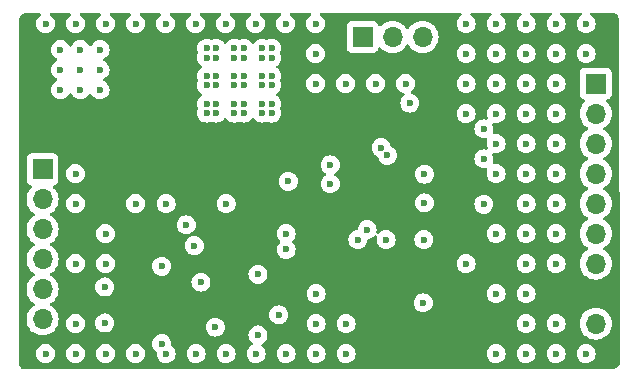
<source format=gbr>
%TF.GenerationSoftware,KiCad,Pcbnew,8.0.6*%
%TF.CreationDate,2025-03-17T21:12:52+03:00*%
%TF.ProjectId,ECU_SW_Control,4543555f-5357-45f4-936f-6e74726f6c2e,v1*%
%TF.SameCoordinates,Original*%
%TF.FileFunction,Copper,L3,Inr*%
%TF.FilePolarity,Positive*%
%FSLAX46Y46*%
G04 Gerber Fmt 4.6, Leading zero omitted, Abs format (unit mm)*
G04 Created by KiCad (PCBNEW 8.0.6) date 2025-03-17 21:12:52*
%MOMM*%
%LPD*%
G01*
G04 APERTURE LIST*
%TA.AperFunction,ComponentPad*%
%ADD10R,1.700000X1.700000*%
%TD*%
%TA.AperFunction,ComponentPad*%
%ADD11O,1.700000X1.700000*%
%TD*%
%TA.AperFunction,ViaPad*%
%ADD12C,0.600000*%
%TD*%
G04 APERTURE END LIST*
D10*
%TO.N,/MCU/I_MCLR*%
%TO.C,J2*%
X188544200Y-111455200D03*
D11*
%TO.N,/MCU/I_PROG_PGEC*%
X188544200Y-113995200D03*
%TO.N,/MCU/I_PROG_PGED*%
X188544200Y-116535200D03*
%TO.N,/MCU/IO_D_C_DEBUG*%
X188544200Y-119075200D03*
%TO.N,/MCU/IO_C_SPI_CLK*%
X188544200Y-121615200D03*
%TO.N,/MCU/I_C_SPI_MiSO*%
X188544200Y-124155200D03*
%TO.N,/MCU/O_C_SPI_MOSI*%
X188544200Y-126695200D03*
%TO.N,/CAN/5V*%
X188544200Y-129235200D03*
%TO.N,GND*%
X188544200Y-131775200D03*
%TD*%
D10*
%TO.N,/MCU/I_A_TEST*%
%TO.C,J3*%
X168798000Y-107492800D03*
D11*
%TO.N,/MCU/O_PWM_TEST*%
X171338000Y-107492800D03*
%TO.N,/MCU/O_D_TEST*%
X173878000Y-107492800D03*
%TD*%
D10*
%TO.N,/Connector/V_BAT*%
%TO.C,J1*%
X141706600Y-118719600D03*
D11*
%TO.N,GND*%
X141706600Y-121259600D03*
%TO.N,/Connector/COMM1*%
X141706600Y-123799600D03*
%TO.N,/Connector/COMM2*%
X141706600Y-126339600D03*
%TO.N,/CAN/CAN-*%
X141706600Y-128879600D03*
%TO.N,/CAN/CAN+*%
X141706600Y-131419600D03*
%TD*%
D12*
%TO.N,/LDO/V_BATPROT*%
X143223300Y-108585000D03*
X146573300Y-110285000D03*
X144913300Y-111985000D03*
X143223300Y-111985000D03*
X144913300Y-108585000D03*
X144913300Y-110285000D03*
X146573300Y-111985000D03*
X146573300Y-108585000D03*
X143223300Y-110285000D03*
%TO.N,GND*%
X182651400Y-113995200D03*
X157950400Y-108457600D03*
X147040600Y-134315200D03*
X167360600Y-111455200D03*
X179070000Y-121676600D03*
X187731400Y-134315200D03*
X147040600Y-106375200D03*
X185191400Y-113995200D03*
X170789600Y-124663200D03*
X158750400Y-109257600D03*
X182651400Y-129235200D03*
X169900600Y-111455200D03*
X182651400Y-121615200D03*
X158750400Y-108457600D03*
X161100400Y-111607600D03*
X173939200Y-130022600D03*
X151790400Y-126923800D03*
X164871400Y-134315200D03*
X158750400Y-113957600D03*
X152171400Y-134315200D03*
X154660600Y-106375200D03*
X160300400Y-109257600D03*
X159740600Y-106375200D03*
X182651400Y-108915200D03*
X162280600Y-106375200D03*
X158750400Y-110807600D03*
X161100400Y-113957600D03*
X164871400Y-131775200D03*
X158750400Y-111607600D03*
X180111400Y-116535200D03*
X177571400Y-113995200D03*
X182651400Y-124155200D03*
X157251400Y-134315200D03*
X180111400Y-113995200D03*
X180111400Y-134315200D03*
X160300400Y-111607600D03*
X164820600Y-106375200D03*
X144500600Y-119075200D03*
X172440600Y-111455200D03*
X157950400Y-113957600D03*
X156400400Y-109257600D03*
X157251400Y-121615200D03*
X157950400Y-111607600D03*
X157950400Y-110807600D03*
X155600400Y-113957600D03*
X164820600Y-108915200D03*
X182651400Y-126695200D03*
X141960600Y-134315200D03*
X185191400Y-116535200D03*
X160300400Y-108457600D03*
X160300400Y-113157600D03*
X166068800Y-119938800D03*
X152120600Y-106375200D03*
X156400400Y-111607600D03*
X177571400Y-108915200D03*
X182651400Y-119075200D03*
X185191400Y-111455200D03*
X182651400Y-116535200D03*
X149580600Y-134315200D03*
X158750400Y-113157600D03*
X155600400Y-109257600D03*
X187731400Y-106375200D03*
X149580600Y-121615200D03*
X152171400Y-121615200D03*
X185191400Y-108915200D03*
X182651400Y-134315200D03*
X177571400Y-106375200D03*
X155600400Y-108457600D03*
X156400400Y-113157600D03*
X147040600Y-124155200D03*
X144500600Y-134315200D03*
X177571400Y-126695200D03*
X144500600Y-106375200D03*
X164820600Y-111455200D03*
X185191400Y-134315200D03*
X161100400Y-110807600D03*
X182651400Y-131775200D03*
X160300400Y-113957600D03*
X141960600Y-106375200D03*
X180111400Y-119075200D03*
X144500600Y-131775200D03*
X147040600Y-126695200D03*
X161100400Y-108457600D03*
X180111400Y-111455200D03*
X157200600Y-106375200D03*
X185191400Y-126695200D03*
X156400400Y-110807600D03*
X164871400Y-129235200D03*
X161100400Y-113157600D03*
X149580600Y-106375200D03*
X185191400Y-121615200D03*
X156400400Y-113957600D03*
X159791400Y-134315200D03*
X180111400Y-108915200D03*
X162331400Y-124155200D03*
X160300400Y-110807600D03*
X167411400Y-134315200D03*
X180111400Y-106375200D03*
X182651400Y-111455200D03*
X161696400Y-131038600D03*
X185191400Y-124155200D03*
X187731400Y-108915200D03*
X162331400Y-134315200D03*
X177571400Y-111455200D03*
X144500600Y-121615200D03*
X161100400Y-109257600D03*
X155600400Y-110807600D03*
X144500600Y-126695200D03*
X167411400Y-131775200D03*
X155600400Y-111607600D03*
X180111400Y-129235200D03*
X155600400Y-113157600D03*
X156400400Y-108457600D03*
X182651400Y-106375200D03*
X154711400Y-134315200D03*
X180111400Y-124155200D03*
X185191400Y-119075200D03*
X185191400Y-131775200D03*
X157950400Y-113157600D03*
X157950400Y-109257600D03*
X185191400Y-106375200D03*
%TO.N,/CAN/5V*%
X157305800Y-125501400D03*
X167995600Y-129844800D03*
X147980400Y-118668800D03*
X162512800Y-118491000D03*
X147980400Y-119456200D03*
X161696400Y-129311400D03*
X147243800Y-119456200D03*
X147243800Y-118668800D03*
X179070000Y-119951600D03*
%TO.N,Net-(C4-Pad1)*%
X146964400Y-128676400D03*
X146964400Y-131724400D03*
%TO.N,Net-(IC1-~{MCLR})*%
X162331400Y-125501400D03*
X172802400Y-113106200D03*
%TO.N,Net-(IC1-RC5)*%
X174040800Y-121551603D03*
X179070000Y-117830600D03*
%TO.N,/CAN/TX*%
X159943800Y-132740400D03*
X153873200Y-123418600D03*
X168402000Y-124663200D03*
%TO.N,/Connector/COMM2*%
X170891200Y-117525800D03*
%TO.N,/Connector/COMM1*%
X170379051Y-116875800D03*
%TO.N,/MCU/O_D_TEST*%
X173993600Y-124663200D03*
%TO.N,/CAN/STBY*%
X156337000Y-132080000D03*
X162509200Y-119735600D03*
%TO.N,/CAN/RX*%
X154561792Y-125168408D03*
X159943800Y-127609600D03*
X169189400Y-123825000D03*
%TO.N,Net-(IC1-PGED2{slash}RB5)*%
X179070000Y-115290600D03*
X174040800Y-119126000D03*
%TO.N,/MCU/O_PWM_TEST*%
X166068800Y-118338600D03*
%TO.N,Net-(U2-SPLIT)*%
X151790400Y-133477000D03*
X155117800Y-128270000D03*
%TD*%
%TA.AperFunction,Conductor*%
%TO.N,/CAN/5V*%
G36*
X189955809Y-105446453D02*
G01*
X190060991Y-105458298D01*
X190088057Y-105464475D01*
X190181374Y-105497123D01*
X190206393Y-105509171D01*
X190290104Y-105561768D01*
X190311815Y-105579082D01*
X190381717Y-105648984D01*
X190399031Y-105670695D01*
X190451628Y-105754406D01*
X190463676Y-105779427D01*
X190496323Y-105872740D01*
X190502501Y-105899813D01*
X190514348Y-106005015D01*
X190515127Y-106018897D01*
X190515124Y-106084285D01*
X190515304Y-106086997D01*
X190583681Y-135019309D01*
X190582901Y-135033485D01*
X190571066Y-135138530D01*
X190564887Y-135165602D01*
X190532234Y-135258918D01*
X190520187Y-135283935D01*
X190467583Y-135367653D01*
X190450270Y-135389362D01*
X190380362Y-135459270D01*
X190358653Y-135476583D01*
X190274935Y-135529187D01*
X190249922Y-135541232D01*
X190156598Y-135573888D01*
X190129529Y-135580066D01*
X190042519Y-135589869D01*
X190024315Y-135591920D01*
X190010434Y-135592700D01*
X189944255Y-135592700D01*
X189942932Y-135592786D01*
X140265463Y-135651149D01*
X140251434Y-135650369D01*
X140146668Y-135638565D01*
X140119595Y-135632386D01*
X140026275Y-135599731D01*
X140001257Y-135587683D01*
X139917537Y-135535076D01*
X139895829Y-135517763D01*
X139854650Y-135476583D01*
X139825918Y-135447850D01*
X139808611Y-135426148D01*
X139756007Y-135342424D01*
X139743960Y-135317406D01*
X139711308Y-135224082D01*
X139705130Y-135197010D01*
X139693285Y-135091848D01*
X139692506Y-135077861D01*
X139692551Y-135026413D01*
X139693173Y-134315196D01*
X141155035Y-134315196D01*
X141155035Y-134315203D01*
X141175230Y-134494449D01*
X141175231Y-134494454D01*
X141234811Y-134664723D01*
X141330784Y-134817462D01*
X141458338Y-134945016D01*
X141548680Y-135001782D01*
X141576574Y-135019309D01*
X141611078Y-135040989D01*
X141716452Y-135077861D01*
X141781345Y-135100568D01*
X141781350Y-135100569D01*
X141960596Y-135120765D01*
X141960600Y-135120765D01*
X141960604Y-135120765D01*
X142139849Y-135100569D01*
X142139852Y-135100568D01*
X142139855Y-135100568D01*
X142310122Y-135040989D01*
X142462862Y-134945016D01*
X142590416Y-134817462D01*
X142686389Y-134664722D01*
X142745968Y-134494455D01*
X142766165Y-134315200D01*
X142766165Y-134315196D01*
X143695035Y-134315196D01*
X143695035Y-134315203D01*
X143715230Y-134494449D01*
X143715231Y-134494454D01*
X143774811Y-134664723D01*
X143870784Y-134817462D01*
X143998338Y-134945016D01*
X144088680Y-135001782D01*
X144116574Y-135019309D01*
X144151078Y-135040989D01*
X144256452Y-135077861D01*
X144321345Y-135100568D01*
X144321350Y-135100569D01*
X144500596Y-135120765D01*
X144500600Y-135120765D01*
X144500604Y-135120765D01*
X144679849Y-135100569D01*
X144679852Y-135100568D01*
X144679855Y-135100568D01*
X144850122Y-135040989D01*
X145002862Y-134945016D01*
X145130416Y-134817462D01*
X145226389Y-134664722D01*
X145285968Y-134494455D01*
X145306165Y-134315200D01*
X145306165Y-134315196D01*
X146235035Y-134315196D01*
X146235035Y-134315203D01*
X146255230Y-134494449D01*
X146255231Y-134494454D01*
X146314811Y-134664723D01*
X146410784Y-134817462D01*
X146538338Y-134945016D01*
X146628680Y-135001782D01*
X146656574Y-135019309D01*
X146691078Y-135040989D01*
X146796452Y-135077861D01*
X146861345Y-135100568D01*
X146861350Y-135100569D01*
X147040596Y-135120765D01*
X147040600Y-135120765D01*
X147040604Y-135120765D01*
X147219849Y-135100569D01*
X147219852Y-135100568D01*
X147219855Y-135100568D01*
X147390122Y-135040989D01*
X147542862Y-134945016D01*
X147670416Y-134817462D01*
X147766389Y-134664722D01*
X147825968Y-134494455D01*
X147846165Y-134315200D01*
X147846165Y-134315196D01*
X148775035Y-134315196D01*
X148775035Y-134315203D01*
X148795230Y-134494449D01*
X148795231Y-134494454D01*
X148854811Y-134664723D01*
X148950784Y-134817462D01*
X149078338Y-134945016D01*
X149168680Y-135001782D01*
X149196574Y-135019309D01*
X149231078Y-135040989D01*
X149336452Y-135077861D01*
X149401345Y-135100568D01*
X149401350Y-135100569D01*
X149580596Y-135120765D01*
X149580600Y-135120765D01*
X149580604Y-135120765D01*
X149759849Y-135100569D01*
X149759852Y-135100568D01*
X149759855Y-135100568D01*
X149930122Y-135040989D01*
X150082862Y-134945016D01*
X150210416Y-134817462D01*
X150306389Y-134664722D01*
X150365968Y-134494455D01*
X150386165Y-134315200D01*
X150370601Y-134177066D01*
X150365969Y-134135950D01*
X150365968Y-134135945D01*
X150306388Y-133965676D01*
X150210415Y-133812937D01*
X150082862Y-133685384D01*
X149930123Y-133589411D01*
X149759854Y-133529831D01*
X149759849Y-133529830D01*
X149580604Y-133509635D01*
X149580596Y-133509635D01*
X149401350Y-133529830D01*
X149401345Y-133529831D01*
X149231076Y-133589411D01*
X149078337Y-133685384D01*
X148950784Y-133812937D01*
X148854811Y-133965676D01*
X148795231Y-134135945D01*
X148795230Y-134135950D01*
X148775035Y-134315196D01*
X147846165Y-134315196D01*
X147830601Y-134177066D01*
X147825969Y-134135950D01*
X147825968Y-134135945D01*
X147766388Y-133965676D01*
X147670415Y-133812937D01*
X147542862Y-133685384D01*
X147390123Y-133589411D01*
X147219854Y-133529831D01*
X147219849Y-133529830D01*
X147040604Y-133509635D01*
X147040596Y-133509635D01*
X146861350Y-133529830D01*
X146861345Y-133529831D01*
X146691076Y-133589411D01*
X146538337Y-133685384D01*
X146410784Y-133812937D01*
X146314811Y-133965676D01*
X146255231Y-134135945D01*
X146255230Y-134135950D01*
X146235035Y-134315196D01*
X145306165Y-134315196D01*
X145290601Y-134177066D01*
X145285969Y-134135950D01*
X145285968Y-134135945D01*
X145226388Y-133965676D01*
X145130415Y-133812937D01*
X145002862Y-133685384D01*
X144850123Y-133589411D01*
X144679854Y-133529831D01*
X144679849Y-133529830D01*
X144500604Y-133509635D01*
X144500596Y-133509635D01*
X144321350Y-133529830D01*
X144321345Y-133529831D01*
X144151076Y-133589411D01*
X143998337Y-133685384D01*
X143870784Y-133812937D01*
X143774811Y-133965676D01*
X143715231Y-134135945D01*
X143715230Y-134135950D01*
X143695035Y-134315196D01*
X142766165Y-134315196D01*
X142750601Y-134177066D01*
X142745969Y-134135950D01*
X142745968Y-134135945D01*
X142686388Y-133965676D01*
X142590415Y-133812937D01*
X142462862Y-133685384D01*
X142310123Y-133589411D01*
X142139854Y-133529831D01*
X142139849Y-133529830D01*
X141960604Y-133509635D01*
X141960596Y-133509635D01*
X141781350Y-133529830D01*
X141781345Y-133529831D01*
X141611076Y-133589411D01*
X141458337Y-133685384D01*
X141330784Y-133812937D01*
X141234811Y-133965676D01*
X141175231Y-134135945D01*
X141175230Y-134135950D01*
X141155035Y-134315196D01*
X139693173Y-134315196D01*
X139693906Y-133476996D01*
X150984835Y-133476996D01*
X150984835Y-133477003D01*
X151005030Y-133656249D01*
X151005031Y-133656254D01*
X151064611Y-133826523D01*
X151160584Y-133979262D01*
X151288140Y-134106818D01*
X151316651Y-134124732D01*
X151362943Y-134177066D01*
X151373901Y-134243608D01*
X151365836Y-134315196D01*
X151365835Y-134315204D01*
X151386030Y-134494449D01*
X151386031Y-134494454D01*
X151445611Y-134664723D01*
X151541584Y-134817462D01*
X151669138Y-134945016D01*
X151759480Y-135001782D01*
X151787374Y-135019309D01*
X151821878Y-135040989D01*
X151927252Y-135077861D01*
X151992145Y-135100568D01*
X151992150Y-135100569D01*
X152171396Y-135120765D01*
X152171400Y-135120765D01*
X152171404Y-135120765D01*
X152350649Y-135100569D01*
X152350652Y-135100568D01*
X152350655Y-135100568D01*
X152520922Y-135040989D01*
X152673662Y-134945016D01*
X152801216Y-134817462D01*
X152897189Y-134664722D01*
X152956768Y-134494455D01*
X152976965Y-134315200D01*
X152976965Y-134315196D01*
X153905835Y-134315196D01*
X153905835Y-134315203D01*
X153926030Y-134494449D01*
X153926031Y-134494454D01*
X153985611Y-134664723D01*
X154081584Y-134817462D01*
X154209138Y-134945016D01*
X154299480Y-135001782D01*
X154327374Y-135019309D01*
X154361878Y-135040989D01*
X154467252Y-135077861D01*
X154532145Y-135100568D01*
X154532150Y-135100569D01*
X154711396Y-135120765D01*
X154711400Y-135120765D01*
X154711404Y-135120765D01*
X154890649Y-135100569D01*
X154890652Y-135100568D01*
X154890655Y-135100568D01*
X155060922Y-135040989D01*
X155213662Y-134945016D01*
X155341216Y-134817462D01*
X155437189Y-134664722D01*
X155496768Y-134494455D01*
X155516965Y-134315200D01*
X155516965Y-134315196D01*
X156445835Y-134315196D01*
X156445835Y-134315203D01*
X156466030Y-134494449D01*
X156466031Y-134494454D01*
X156525611Y-134664723D01*
X156621584Y-134817462D01*
X156749138Y-134945016D01*
X156839480Y-135001782D01*
X156867374Y-135019309D01*
X156901878Y-135040989D01*
X157007252Y-135077861D01*
X157072145Y-135100568D01*
X157072150Y-135100569D01*
X157251396Y-135120765D01*
X157251400Y-135120765D01*
X157251404Y-135120765D01*
X157430649Y-135100569D01*
X157430652Y-135100568D01*
X157430655Y-135100568D01*
X157600922Y-135040989D01*
X157753662Y-134945016D01*
X157881216Y-134817462D01*
X157977189Y-134664722D01*
X158036768Y-134494455D01*
X158056965Y-134315200D01*
X158056965Y-134315196D01*
X158985835Y-134315196D01*
X158985835Y-134315203D01*
X159006030Y-134494449D01*
X159006031Y-134494454D01*
X159065611Y-134664723D01*
X159161584Y-134817462D01*
X159289138Y-134945016D01*
X159379480Y-135001782D01*
X159407374Y-135019309D01*
X159441878Y-135040989D01*
X159547252Y-135077861D01*
X159612145Y-135100568D01*
X159612150Y-135100569D01*
X159791396Y-135120765D01*
X159791400Y-135120765D01*
X159791404Y-135120765D01*
X159970649Y-135100569D01*
X159970652Y-135100568D01*
X159970655Y-135100568D01*
X160140922Y-135040989D01*
X160293662Y-134945016D01*
X160421216Y-134817462D01*
X160517189Y-134664722D01*
X160576768Y-134494455D01*
X160596965Y-134315200D01*
X160596965Y-134315196D01*
X161525835Y-134315196D01*
X161525835Y-134315203D01*
X161546030Y-134494449D01*
X161546031Y-134494454D01*
X161605611Y-134664723D01*
X161701584Y-134817462D01*
X161829138Y-134945016D01*
X161919480Y-135001782D01*
X161947374Y-135019309D01*
X161981878Y-135040989D01*
X162087252Y-135077861D01*
X162152145Y-135100568D01*
X162152150Y-135100569D01*
X162331396Y-135120765D01*
X162331400Y-135120765D01*
X162331404Y-135120765D01*
X162510649Y-135100569D01*
X162510652Y-135100568D01*
X162510655Y-135100568D01*
X162680922Y-135040989D01*
X162833662Y-134945016D01*
X162961216Y-134817462D01*
X163057189Y-134664722D01*
X163116768Y-134494455D01*
X163136965Y-134315200D01*
X163136965Y-134315196D01*
X164065835Y-134315196D01*
X164065835Y-134315203D01*
X164086030Y-134494449D01*
X164086031Y-134494454D01*
X164145611Y-134664723D01*
X164241584Y-134817462D01*
X164369138Y-134945016D01*
X164459480Y-135001782D01*
X164487374Y-135019309D01*
X164521878Y-135040989D01*
X164627252Y-135077861D01*
X164692145Y-135100568D01*
X164692150Y-135100569D01*
X164871396Y-135120765D01*
X164871400Y-135120765D01*
X164871404Y-135120765D01*
X165050649Y-135100569D01*
X165050652Y-135100568D01*
X165050655Y-135100568D01*
X165220922Y-135040989D01*
X165373662Y-134945016D01*
X165501216Y-134817462D01*
X165597189Y-134664722D01*
X165656768Y-134494455D01*
X165676965Y-134315200D01*
X165676965Y-134315196D01*
X166605835Y-134315196D01*
X166605835Y-134315203D01*
X166626030Y-134494449D01*
X166626031Y-134494454D01*
X166685611Y-134664723D01*
X166781584Y-134817462D01*
X166909138Y-134945016D01*
X166999480Y-135001782D01*
X167027374Y-135019309D01*
X167061878Y-135040989D01*
X167167252Y-135077861D01*
X167232145Y-135100568D01*
X167232150Y-135100569D01*
X167411396Y-135120765D01*
X167411400Y-135120765D01*
X167411404Y-135120765D01*
X167590649Y-135100569D01*
X167590652Y-135100568D01*
X167590655Y-135100568D01*
X167760922Y-135040989D01*
X167913662Y-134945016D01*
X168041216Y-134817462D01*
X168137189Y-134664722D01*
X168196768Y-134494455D01*
X168216965Y-134315200D01*
X168216965Y-134315196D01*
X179305835Y-134315196D01*
X179305835Y-134315203D01*
X179326030Y-134494449D01*
X179326031Y-134494454D01*
X179385611Y-134664723D01*
X179481584Y-134817462D01*
X179609138Y-134945016D01*
X179699480Y-135001782D01*
X179727374Y-135019309D01*
X179761878Y-135040989D01*
X179867252Y-135077861D01*
X179932145Y-135100568D01*
X179932150Y-135100569D01*
X180111396Y-135120765D01*
X180111400Y-135120765D01*
X180111404Y-135120765D01*
X180290649Y-135100569D01*
X180290652Y-135100568D01*
X180290655Y-135100568D01*
X180460922Y-135040989D01*
X180613662Y-134945016D01*
X180741216Y-134817462D01*
X180837189Y-134664722D01*
X180896768Y-134494455D01*
X180916965Y-134315200D01*
X180916965Y-134315196D01*
X181845835Y-134315196D01*
X181845835Y-134315203D01*
X181866030Y-134494449D01*
X181866031Y-134494454D01*
X181925611Y-134664723D01*
X182021584Y-134817462D01*
X182149138Y-134945016D01*
X182239480Y-135001782D01*
X182267374Y-135019309D01*
X182301878Y-135040989D01*
X182407252Y-135077861D01*
X182472145Y-135100568D01*
X182472150Y-135100569D01*
X182651396Y-135120765D01*
X182651400Y-135120765D01*
X182651404Y-135120765D01*
X182830649Y-135100569D01*
X182830652Y-135100568D01*
X182830655Y-135100568D01*
X183000922Y-135040989D01*
X183153662Y-134945016D01*
X183281216Y-134817462D01*
X183377189Y-134664722D01*
X183436768Y-134494455D01*
X183456965Y-134315200D01*
X183456965Y-134315196D01*
X184385835Y-134315196D01*
X184385835Y-134315203D01*
X184406030Y-134494449D01*
X184406031Y-134494454D01*
X184465611Y-134664723D01*
X184561584Y-134817462D01*
X184689138Y-134945016D01*
X184779480Y-135001782D01*
X184807374Y-135019309D01*
X184841878Y-135040989D01*
X184947252Y-135077861D01*
X185012145Y-135100568D01*
X185012150Y-135100569D01*
X185191396Y-135120765D01*
X185191400Y-135120765D01*
X185191404Y-135120765D01*
X185370649Y-135100569D01*
X185370652Y-135100568D01*
X185370655Y-135100568D01*
X185540922Y-135040989D01*
X185693662Y-134945016D01*
X185821216Y-134817462D01*
X185917189Y-134664722D01*
X185976768Y-134494455D01*
X185996965Y-134315200D01*
X185996965Y-134315196D01*
X186925835Y-134315196D01*
X186925835Y-134315203D01*
X186946030Y-134494449D01*
X186946031Y-134494454D01*
X187005611Y-134664723D01*
X187101584Y-134817462D01*
X187229138Y-134945016D01*
X187319480Y-135001782D01*
X187347374Y-135019309D01*
X187381878Y-135040989D01*
X187487252Y-135077861D01*
X187552145Y-135100568D01*
X187552150Y-135100569D01*
X187731396Y-135120765D01*
X187731400Y-135120765D01*
X187731404Y-135120765D01*
X187910649Y-135100569D01*
X187910652Y-135100568D01*
X187910655Y-135100568D01*
X188080922Y-135040989D01*
X188233662Y-134945016D01*
X188361216Y-134817462D01*
X188457189Y-134664722D01*
X188516768Y-134494455D01*
X188536965Y-134315200D01*
X188521401Y-134177066D01*
X188516769Y-134135950D01*
X188516768Y-134135945D01*
X188457188Y-133965676D01*
X188361215Y-133812937D01*
X188233662Y-133685384D01*
X188080923Y-133589411D01*
X187910654Y-133529831D01*
X187910649Y-133529830D01*
X187731404Y-133509635D01*
X187731396Y-133509635D01*
X187552150Y-133529830D01*
X187552145Y-133529831D01*
X187381876Y-133589411D01*
X187229137Y-133685384D01*
X187101584Y-133812937D01*
X187005611Y-133965676D01*
X186946031Y-134135945D01*
X186946030Y-134135950D01*
X186925835Y-134315196D01*
X185996965Y-134315196D01*
X185981401Y-134177066D01*
X185976769Y-134135950D01*
X185976768Y-134135945D01*
X185917188Y-133965676D01*
X185821215Y-133812937D01*
X185693662Y-133685384D01*
X185540923Y-133589411D01*
X185370654Y-133529831D01*
X185370649Y-133529830D01*
X185191404Y-133509635D01*
X185191396Y-133509635D01*
X185012150Y-133529830D01*
X185012145Y-133529831D01*
X184841876Y-133589411D01*
X184689137Y-133685384D01*
X184561584Y-133812937D01*
X184465611Y-133965676D01*
X184406031Y-134135945D01*
X184406030Y-134135950D01*
X184385835Y-134315196D01*
X183456965Y-134315196D01*
X183441401Y-134177066D01*
X183436769Y-134135950D01*
X183436768Y-134135945D01*
X183377188Y-133965676D01*
X183281215Y-133812937D01*
X183153662Y-133685384D01*
X183000923Y-133589411D01*
X182830654Y-133529831D01*
X182830649Y-133529830D01*
X182651404Y-133509635D01*
X182651396Y-133509635D01*
X182472150Y-133529830D01*
X182472145Y-133529831D01*
X182301876Y-133589411D01*
X182149137Y-133685384D01*
X182021584Y-133812937D01*
X181925611Y-133965676D01*
X181866031Y-134135945D01*
X181866030Y-134135950D01*
X181845835Y-134315196D01*
X180916965Y-134315196D01*
X180901401Y-134177066D01*
X180896769Y-134135950D01*
X180896768Y-134135945D01*
X180837188Y-133965676D01*
X180741215Y-133812937D01*
X180613662Y-133685384D01*
X180460923Y-133589411D01*
X180290654Y-133529831D01*
X180290649Y-133529830D01*
X180111404Y-133509635D01*
X180111396Y-133509635D01*
X179932150Y-133529830D01*
X179932145Y-133529831D01*
X179761876Y-133589411D01*
X179609137Y-133685384D01*
X179481584Y-133812937D01*
X179385611Y-133965676D01*
X179326031Y-134135945D01*
X179326030Y-134135950D01*
X179305835Y-134315196D01*
X168216965Y-134315196D01*
X168201401Y-134177066D01*
X168196769Y-134135950D01*
X168196768Y-134135945D01*
X168137188Y-133965676D01*
X168041215Y-133812937D01*
X167913662Y-133685384D01*
X167760923Y-133589411D01*
X167590654Y-133529831D01*
X167590649Y-133529830D01*
X167411404Y-133509635D01*
X167411396Y-133509635D01*
X167232150Y-133529830D01*
X167232145Y-133529831D01*
X167061876Y-133589411D01*
X166909137Y-133685384D01*
X166781584Y-133812937D01*
X166685611Y-133965676D01*
X166626031Y-134135945D01*
X166626030Y-134135950D01*
X166605835Y-134315196D01*
X165676965Y-134315196D01*
X165661401Y-134177066D01*
X165656769Y-134135950D01*
X165656768Y-134135945D01*
X165597188Y-133965676D01*
X165501215Y-133812937D01*
X165373662Y-133685384D01*
X165220923Y-133589411D01*
X165050654Y-133529831D01*
X165050649Y-133529830D01*
X164871404Y-133509635D01*
X164871396Y-133509635D01*
X164692150Y-133529830D01*
X164692145Y-133529831D01*
X164521876Y-133589411D01*
X164369137Y-133685384D01*
X164241584Y-133812937D01*
X164145611Y-133965676D01*
X164086031Y-134135945D01*
X164086030Y-134135950D01*
X164065835Y-134315196D01*
X163136965Y-134315196D01*
X163121401Y-134177066D01*
X163116769Y-134135950D01*
X163116768Y-134135945D01*
X163057188Y-133965676D01*
X162961215Y-133812937D01*
X162833662Y-133685384D01*
X162680923Y-133589411D01*
X162510654Y-133529831D01*
X162510649Y-133529830D01*
X162331404Y-133509635D01*
X162331396Y-133509635D01*
X162152150Y-133529830D01*
X162152145Y-133529831D01*
X161981876Y-133589411D01*
X161829137Y-133685384D01*
X161701584Y-133812937D01*
X161605611Y-133965676D01*
X161546031Y-134135945D01*
X161546030Y-134135950D01*
X161525835Y-134315196D01*
X160596965Y-134315196D01*
X160581401Y-134177066D01*
X160576769Y-134135950D01*
X160576768Y-134135945D01*
X160517188Y-133965676D01*
X160421215Y-133812937D01*
X160293662Y-133685384D01*
X160293659Y-133685382D01*
X160285999Y-133680569D01*
X160239708Y-133628236D01*
X160229058Y-133559183D01*
X160257432Y-133495334D01*
X160288386Y-133471423D01*
X160287426Y-133469894D01*
X160355116Y-133427361D01*
X160446062Y-133370216D01*
X160573616Y-133242662D01*
X160669589Y-133089922D01*
X160729168Y-132919655D01*
X160735285Y-132865368D01*
X160749365Y-132740403D01*
X160749365Y-132740396D01*
X160729169Y-132561150D01*
X160729168Y-132561145D01*
X160711190Y-132509768D01*
X160669589Y-132390878D01*
X160573616Y-132238138D01*
X160446062Y-132110584D01*
X160397382Y-132079996D01*
X160293323Y-132014611D01*
X160123054Y-131955031D01*
X160123049Y-131955030D01*
X159943804Y-131934835D01*
X159943796Y-131934835D01*
X159764550Y-131955030D01*
X159764545Y-131955031D01*
X159594276Y-132014611D01*
X159441537Y-132110584D01*
X159313984Y-132238137D01*
X159218011Y-132390876D01*
X159158431Y-132561145D01*
X159158430Y-132561150D01*
X159138235Y-132740396D01*
X159138235Y-132740403D01*
X159158430Y-132919649D01*
X159158431Y-132919654D01*
X159218011Y-133089923D01*
X159241609Y-133127478D01*
X159313984Y-133242662D01*
X159441538Y-133370216D01*
X159449197Y-133375029D01*
X159495490Y-133427361D01*
X159506141Y-133496414D01*
X159477768Y-133560263D01*
X159446821Y-133584189D01*
X159447774Y-133585706D01*
X159289137Y-133685384D01*
X159161584Y-133812937D01*
X159065611Y-133965676D01*
X159006031Y-134135945D01*
X159006030Y-134135950D01*
X158985835Y-134315196D01*
X158056965Y-134315196D01*
X158041401Y-134177066D01*
X158036769Y-134135950D01*
X158036768Y-134135945D01*
X157977188Y-133965676D01*
X157881215Y-133812937D01*
X157753662Y-133685384D01*
X157600923Y-133589411D01*
X157430654Y-133529831D01*
X157430649Y-133529830D01*
X157251404Y-133509635D01*
X157251396Y-133509635D01*
X157072150Y-133529830D01*
X157072145Y-133529831D01*
X156901876Y-133589411D01*
X156749137Y-133685384D01*
X156621584Y-133812937D01*
X156525611Y-133965676D01*
X156466031Y-134135945D01*
X156466030Y-134135950D01*
X156445835Y-134315196D01*
X155516965Y-134315196D01*
X155501401Y-134177066D01*
X155496769Y-134135950D01*
X155496768Y-134135945D01*
X155437188Y-133965676D01*
X155341215Y-133812937D01*
X155213662Y-133685384D01*
X155060923Y-133589411D01*
X154890654Y-133529831D01*
X154890649Y-133529830D01*
X154711404Y-133509635D01*
X154711396Y-133509635D01*
X154532150Y-133529830D01*
X154532145Y-133529831D01*
X154361876Y-133589411D01*
X154209137Y-133685384D01*
X154081584Y-133812937D01*
X153985611Y-133965676D01*
X153926031Y-134135945D01*
X153926030Y-134135950D01*
X153905835Y-134315196D01*
X152976965Y-134315196D01*
X152961401Y-134177066D01*
X152956769Y-134135950D01*
X152956768Y-134135945D01*
X152897188Y-133965676D01*
X152801215Y-133812937D01*
X152673662Y-133685384D01*
X152673659Y-133685382D01*
X152645147Y-133667467D01*
X152598855Y-133615133D01*
X152587898Y-133548591D01*
X152595965Y-133477000D01*
X152595164Y-133469894D01*
X152575769Y-133297750D01*
X152575768Y-133297745D01*
X152516188Y-133127476D01*
X152420215Y-132974737D01*
X152292662Y-132847184D01*
X152139923Y-132751211D01*
X151969654Y-132691631D01*
X151969649Y-132691630D01*
X151790404Y-132671435D01*
X151790396Y-132671435D01*
X151611150Y-132691630D01*
X151611145Y-132691631D01*
X151440876Y-132751211D01*
X151288137Y-132847184D01*
X151160584Y-132974737D01*
X151064611Y-133127476D01*
X151005031Y-133297745D01*
X151005030Y-133297750D01*
X150984835Y-133476996D01*
X139693906Y-133476996D01*
X139704591Y-121259599D01*
X140350941Y-121259599D01*
X140350941Y-121259600D01*
X140371536Y-121495003D01*
X140371538Y-121495013D01*
X140432694Y-121723255D01*
X140432696Y-121723259D01*
X140432697Y-121723263D01*
X140494526Y-121855855D01*
X140532565Y-121937430D01*
X140532567Y-121937434D01*
X140668101Y-122130995D01*
X140668106Y-122131002D01*
X140835197Y-122298093D01*
X140835203Y-122298098D01*
X141020758Y-122428025D01*
X141064383Y-122482602D01*
X141071577Y-122552100D01*
X141040054Y-122614455D01*
X141020758Y-122631175D01*
X140835197Y-122761105D01*
X140668105Y-122928197D01*
X140532565Y-123121769D01*
X140532564Y-123121771D01*
X140432698Y-123335935D01*
X140432694Y-123335944D01*
X140371538Y-123564186D01*
X140371536Y-123564196D01*
X140350941Y-123799599D01*
X140350941Y-123799600D01*
X140371536Y-124035003D01*
X140371538Y-124035013D01*
X140432694Y-124263255D01*
X140432696Y-124263259D01*
X140432697Y-124263263D01*
X140506397Y-124421313D01*
X140532565Y-124477430D01*
X140532567Y-124477434D01*
X140631598Y-124618864D01*
X140664705Y-124666146D01*
X140668101Y-124670995D01*
X140668106Y-124671002D01*
X140835197Y-124838093D01*
X140835203Y-124838098D01*
X141020758Y-124968025D01*
X141064383Y-125022602D01*
X141071577Y-125092100D01*
X141040054Y-125154455D01*
X141020758Y-125171175D01*
X140835197Y-125301105D01*
X140668105Y-125468197D01*
X140532565Y-125661769D01*
X140532564Y-125661771D01*
X140432698Y-125875935D01*
X140432694Y-125875944D01*
X140371538Y-126104186D01*
X140371536Y-126104196D01*
X140350941Y-126339599D01*
X140350941Y-126339600D01*
X140371536Y-126575003D01*
X140371538Y-126575013D01*
X140432694Y-126803255D01*
X140432696Y-126803259D01*
X140432697Y-126803263D01*
X140515010Y-126979784D01*
X140532565Y-127017430D01*
X140532567Y-127017434D01*
X140668101Y-127210995D01*
X140668106Y-127211002D01*
X140835197Y-127378093D01*
X140835203Y-127378098D01*
X141020758Y-127508025D01*
X141064383Y-127562602D01*
X141071577Y-127632100D01*
X141040054Y-127694455D01*
X141020758Y-127711175D01*
X140835197Y-127841105D01*
X140668105Y-128008197D01*
X140532565Y-128201769D01*
X140532564Y-128201771D01*
X140432698Y-128415935D01*
X140432694Y-128415944D01*
X140371538Y-128644186D01*
X140371536Y-128644196D01*
X140350941Y-128879599D01*
X140350941Y-128879600D01*
X140371536Y-129115003D01*
X140371538Y-129115013D01*
X140432694Y-129343255D01*
X140432696Y-129343259D01*
X140432697Y-129343263D01*
X140497375Y-129481965D01*
X140532565Y-129557430D01*
X140532567Y-129557434D01*
X140668101Y-129750995D01*
X140668106Y-129751002D01*
X140835197Y-129918093D01*
X140835203Y-129918098D01*
X141020758Y-130048025D01*
X141064383Y-130102602D01*
X141071577Y-130172100D01*
X141040054Y-130234455D01*
X141020758Y-130251175D01*
X140835197Y-130381105D01*
X140668105Y-130548197D01*
X140532565Y-130741769D01*
X140532564Y-130741771D01*
X140432698Y-130955935D01*
X140432694Y-130955944D01*
X140371538Y-131184186D01*
X140371536Y-131184196D01*
X140350941Y-131419599D01*
X140350941Y-131419600D01*
X140371536Y-131655003D01*
X140371538Y-131655013D01*
X140432694Y-131883255D01*
X140432696Y-131883259D01*
X140432697Y-131883263D01*
X140524435Y-132079996D01*
X140532565Y-132097430D01*
X140532567Y-132097434D01*
X140631598Y-132238864D01*
X140668105Y-132291001D01*
X140835199Y-132458095D01*
X140896458Y-132500989D01*
X141028765Y-132593632D01*
X141028767Y-132593633D01*
X141028770Y-132593635D01*
X141242937Y-132693503D01*
X141471192Y-132754663D01*
X141659518Y-132771139D01*
X141706599Y-132775259D01*
X141706600Y-132775259D01*
X141706601Y-132775259D01*
X141745834Y-132771826D01*
X141942008Y-132754663D01*
X142170263Y-132693503D01*
X142384430Y-132593635D01*
X142578001Y-132458095D01*
X142745095Y-132291001D01*
X142880635Y-132097430D01*
X142980503Y-131883263D01*
X143009459Y-131775196D01*
X143695035Y-131775196D01*
X143695035Y-131775203D01*
X143715230Y-131954449D01*
X143715231Y-131954454D01*
X143774811Y-132124723D01*
X143846531Y-132238864D01*
X143870784Y-132277462D01*
X143998338Y-132405016D01*
X144151078Y-132500989D01*
X144233887Y-132529965D01*
X144321345Y-132560568D01*
X144321350Y-132560569D01*
X144500596Y-132580765D01*
X144500600Y-132580765D01*
X144500604Y-132580765D01*
X144679849Y-132560569D01*
X144679852Y-132560568D01*
X144679855Y-132560568D01*
X144850122Y-132500989D01*
X145002862Y-132405016D01*
X145130416Y-132277462D01*
X145226389Y-132124722D01*
X145285968Y-131954455D01*
X145291692Y-131903654D01*
X145306165Y-131775203D01*
X145306165Y-131775196D01*
X145300441Y-131724396D01*
X146158835Y-131724396D01*
X146158835Y-131724403D01*
X146179030Y-131903649D01*
X146179031Y-131903654D01*
X146238611Y-132073923D01*
X146270531Y-132124723D01*
X146334584Y-132226662D01*
X146462138Y-132354216D01*
X146520482Y-132390876D01*
X146581986Y-132429522D01*
X146614878Y-132450189D01*
X146637481Y-132458098D01*
X146785145Y-132509768D01*
X146785150Y-132509769D01*
X146964396Y-132529965D01*
X146964400Y-132529965D01*
X146964404Y-132529965D01*
X147143649Y-132509769D01*
X147143652Y-132509768D01*
X147143655Y-132509768D01*
X147313922Y-132450189D01*
X147466662Y-132354216D01*
X147594216Y-132226662D01*
X147686372Y-132079996D01*
X155531435Y-132079996D01*
X155531435Y-132080003D01*
X155551630Y-132259249D01*
X155551631Y-132259254D01*
X155611211Y-132429523D01*
X155693553Y-132560568D01*
X155707184Y-132582262D01*
X155834738Y-132709816D01*
X155987478Y-132805789D01*
X156010081Y-132813698D01*
X156157745Y-132865368D01*
X156157750Y-132865369D01*
X156336996Y-132885565D01*
X156337000Y-132885565D01*
X156337004Y-132885565D01*
X156516249Y-132865369D01*
X156516252Y-132865368D01*
X156516255Y-132865368D01*
X156686522Y-132805789D01*
X156839262Y-132709816D01*
X156966816Y-132582262D01*
X157062789Y-132429522D01*
X157122368Y-132259255D01*
X157122369Y-132259249D01*
X157142565Y-132080003D01*
X157142565Y-132079996D01*
X157122369Y-131900750D01*
X157122368Y-131900745D01*
X157095503Y-131823969D01*
X157062789Y-131730478D01*
X157058967Y-131724396D01*
X156966815Y-131577737D01*
X156839262Y-131450184D01*
X156686523Y-131354211D01*
X156516254Y-131294631D01*
X156516249Y-131294630D01*
X156337004Y-131274435D01*
X156336996Y-131274435D01*
X156157750Y-131294630D01*
X156157745Y-131294631D01*
X155987476Y-131354211D01*
X155834737Y-131450184D01*
X155707184Y-131577737D01*
X155611211Y-131730476D01*
X155551631Y-131900745D01*
X155551630Y-131900750D01*
X155531435Y-132079996D01*
X147686372Y-132079996D01*
X147690189Y-132073922D01*
X147749768Y-131903655D01*
X147749769Y-131903649D01*
X147769965Y-131724403D01*
X147769965Y-131724396D01*
X147749769Y-131545150D01*
X147749768Y-131545145D01*
X147716540Y-131450184D01*
X147690189Y-131374878D01*
X147594216Y-131222138D01*
X147466662Y-131094584D01*
X147377569Y-131038603D01*
X147377558Y-131038596D01*
X160890835Y-131038596D01*
X160890835Y-131038603D01*
X160911030Y-131217849D01*
X160911031Y-131217854D01*
X160970611Y-131388123D01*
X160994209Y-131425678D01*
X161066584Y-131540862D01*
X161194138Y-131668416D01*
X161346878Y-131764389D01*
X161377783Y-131775203D01*
X161517145Y-131823968D01*
X161517150Y-131823969D01*
X161696396Y-131844165D01*
X161696400Y-131844165D01*
X161696404Y-131844165D01*
X161875649Y-131823969D01*
X161875652Y-131823968D01*
X161875655Y-131823968D01*
X162015037Y-131775196D01*
X164065835Y-131775196D01*
X164065835Y-131775203D01*
X164086030Y-131954449D01*
X164086031Y-131954454D01*
X164145611Y-132124723D01*
X164217331Y-132238864D01*
X164241584Y-132277462D01*
X164369138Y-132405016D01*
X164521878Y-132500989D01*
X164604687Y-132529965D01*
X164692145Y-132560568D01*
X164692150Y-132560569D01*
X164871396Y-132580765D01*
X164871400Y-132580765D01*
X164871404Y-132580765D01*
X165050649Y-132560569D01*
X165050652Y-132560568D01*
X165050655Y-132560568D01*
X165220922Y-132500989D01*
X165373662Y-132405016D01*
X165501216Y-132277462D01*
X165597189Y-132124722D01*
X165656768Y-131954455D01*
X165662492Y-131903654D01*
X165676965Y-131775203D01*
X165676965Y-131775196D01*
X166605835Y-131775196D01*
X166605835Y-131775203D01*
X166626030Y-131954449D01*
X166626031Y-131954454D01*
X166685611Y-132124723D01*
X166757331Y-132238864D01*
X166781584Y-132277462D01*
X166909138Y-132405016D01*
X167061878Y-132500989D01*
X167144687Y-132529965D01*
X167232145Y-132560568D01*
X167232150Y-132560569D01*
X167411396Y-132580765D01*
X167411400Y-132580765D01*
X167411404Y-132580765D01*
X167590649Y-132560569D01*
X167590652Y-132560568D01*
X167590655Y-132560568D01*
X167760922Y-132500989D01*
X167913662Y-132405016D01*
X168041216Y-132277462D01*
X168137189Y-132124722D01*
X168196768Y-131954455D01*
X168202492Y-131903654D01*
X168216965Y-131775203D01*
X168216965Y-131775196D01*
X181845835Y-131775196D01*
X181845835Y-131775203D01*
X181866030Y-131954449D01*
X181866031Y-131954454D01*
X181925611Y-132124723D01*
X181997331Y-132238864D01*
X182021584Y-132277462D01*
X182149138Y-132405016D01*
X182301878Y-132500989D01*
X182384687Y-132529965D01*
X182472145Y-132560568D01*
X182472150Y-132560569D01*
X182651396Y-132580765D01*
X182651400Y-132580765D01*
X182651404Y-132580765D01*
X182830649Y-132560569D01*
X182830652Y-132560568D01*
X182830655Y-132560568D01*
X183000922Y-132500989D01*
X183153662Y-132405016D01*
X183281216Y-132277462D01*
X183377189Y-132124722D01*
X183436768Y-131954455D01*
X183442492Y-131903654D01*
X183456965Y-131775203D01*
X183456965Y-131775196D01*
X184385835Y-131775196D01*
X184385835Y-131775203D01*
X184406030Y-131954449D01*
X184406031Y-131954454D01*
X184465611Y-132124723D01*
X184537331Y-132238864D01*
X184561584Y-132277462D01*
X184689138Y-132405016D01*
X184841878Y-132500989D01*
X184924687Y-132529965D01*
X185012145Y-132560568D01*
X185012150Y-132560569D01*
X185191396Y-132580765D01*
X185191400Y-132580765D01*
X185191404Y-132580765D01*
X185370649Y-132560569D01*
X185370652Y-132560568D01*
X185370655Y-132560568D01*
X185540922Y-132500989D01*
X185693662Y-132405016D01*
X185821216Y-132277462D01*
X185917189Y-132124722D01*
X185976768Y-131954455D01*
X185982492Y-131903654D01*
X185996965Y-131775203D01*
X185996965Y-131775199D01*
X187188541Y-131775199D01*
X187188541Y-131775200D01*
X187209136Y-132010603D01*
X187209138Y-132010613D01*
X187270294Y-132238855D01*
X187270296Y-132238859D01*
X187270297Y-132238863D01*
X187368840Y-132450188D01*
X187370165Y-132453030D01*
X187370167Y-132453034D01*
X187459606Y-132580765D01*
X187505705Y-132646601D01*
X187672799Y-132813695D01*
X187746596Y-132865368D01*
X187866365Y-132949232D01*
X187866367Y-132949233D01*
X187866370Y-132949235D01*
X188080537Y-133049103D01*
X188308792Y-133110263D01*
X188497118Y-133126739D01*
X188544199Y-133130859D01*
X188544200Y-133130859D01*
X188544201Y-133130859D01*
X188583434Y-133127426D01*
X188779608Y-133110263D01*
X189007863Y-133049103D01*
X189222030Y-132949235D01*
X189415601Y-132813695D01*
X189582695Y-132646601D01*
X189718235Y-132453030D01*
X189818103Y-132238863D01*
X189879263Y-132010608D01*
X189899859Y-131775200D01*
X189879263Y-131539792D01*
X189818103Y-131311537D01*
X189718235Y-131097371D01*
X189684654Y-131049411D01*
X189582694Y-130903797D01*
X189415602Y-130736706D01*
X189415595Y-130736701D01*
X189222034Y-130601167D01*
X189222030Y-130601165D01*
X189108444Y-130548199D01*
X189007863Y-130501297D01*
X189007859Y-130501296D01*
X189007855Y-130501294D01*
X188779613Y-130440138D01*
X188779603Y-130440136D01*
X188544201Y-130419541D01*
X188544199Y-130419541D01*
X188308796Y-130440136D01*
X188308786Y-130440138D01*
X188080544Y-130501294D01*
X188080535Y-130501298D01*
X187866371Y-130601164D01*
X187866369Y-130601165D01*
X187672797Y-130736705D01*
X187505705Y-130903797D01*
X187370165Y-131097369D01*
X187370164Y-131097371D01*
X187270298Y-131311535D01*
X187270294Y-131311544D01*
X187209138Y-131539786D01*
X187209136Y-131539796D01*
X187188541Y-131775199D01*
X185996965Y-131775199D01*
X185996965Y-131775196D01*
X185976769Y-131595950D01*
X185976768Y-131595945D01*
X185917188Y-131425676D01*
X185834847Y-131294632D01*
X185821216Y-131272938D01*
X185693662Y-131145384D01*
X185617247Y-131097369D01*
X185540923Y-131049411D01*
X185370654Y-130989831D01*
X185370649Y-130989830D01*
X185191404Y-130969635D01*
X185191396Y-130969635D01*
X185012150Y-130989830D01*
X185012145Y-130989831D01*
X184841876Y-131049411D01*
X184689137Y-131145384D01*
X184561584Y-131272937D01*
X184465611Y-131425676D01*
X184406031Y-131595945D01*
X184406030Y-131595950D01*
X184385835Y-131775196D01*
X183456965Y-131775196D01*
X183436769Y-131595950D01*
X183436768Y-131595945D01*
X183377188Y-131425676D01*
X183294847Y-131294632D01*
X183281216Y-131272938D01*
X183153662Y-131145384D01*
X183077247Y-131097369D01*
X183000923Y-131049411D01*
X182830654Y-130989831D01*
X182830649Y-130989830D01*
X182651404Y-130969635D01*
X182651396Y-130969635D01*
X182472150Y-130989830D01*
X182472145Y-130989831D01*
X182301876Y-131049411D01*
X182149137Y-131145384D01*
X182021584Y-131272937D01*
X181925611Y-131425676D01*
X181866031Y-131595945D01*
X181866030Y-131595950D01*
X181845835Y-131775196D01*
X168216965Y-131775196D01*
X168196769Y-131595950D01*
X168196768Y-131595945D01*
X168137188Y-131425676D01*
X168054847Y-131294632D01*
X168041216Y-131272938D01*
X167913662Y-131145384D01*
X167837247Y-131097369D01*
X167760923Y-131049411D01*
X167590654Y-130989831D01*
X167590649Y-130989830D01*
X167411404Y-130969635D01*
X167411396Y-130969635D01*
X167232150Y-130989830D01*
X167232145Y-130989831D01*
X167061876Y-131049411D01*
X166909137Y-131145384D01*
X166781584Y-131272937D01*
X166685611Y-131425676D01*
X166626031Y-131595945D01*
X166626030Y-131595950D01*
X166605835Y-131775196D01*
X165676965Y-131775196D01*
X165656769Y-131595950D01*
X165656768Y-131595945D01*
X165597188Y-131425676D01*
X165514847Y-131294632D01*
X165501216Y-131272938D01*
X165373662Y-131145384D01*
X165297247Y-131097369D01*
X165220923Y-131049411D01*
X165050654Y-130989831D01*
X165050649Y-130989830D01*
X164871404Y-130969635D01*
X164871396Y-130969635D01*
X164692150Y-130989830D01*
X164692145Y-130989831D01*
X164521876Y-131049411D01*
X164369137Y-131145384D01*
X164241584Y-131272937D01*
X164145611Y-131425676D01*
X164086031Y-131595945D01*
X164086030Y-131595950D01*
X164065835Y-131775196D01*
X162015037Y-131775196D01*
X162045922Y-131764389D01*
X162198662Y-131668416D01*
X162326216Y-131540862D01*
X162422189Y-131388122D01*
X162481768Y-131217855D01*
X162481769Y-131217849D01*
X162501965Y-131038603D01*
X162501965Y-131038596D01*
X162481769Y-130859350D01*
X162481768Y-130859345D01*
X162422188Y-130689076D01*
X162366951Y-130601167D01*
X162326216Y-130536338D01*
X162198662Y-130408784D01*
X162154605Y-130381101D01*
X162045923Y-130312811D01*
X161875654Y-130253231D01*
X161875649Y-130253230D01*
X161696404Y-130233035D01*
X161696396Y-130233035D01*
X161517150Y-130253230D01*
X161517145Y-130253231D01*
X161346876Y-130312811D01*
X161194137Y-130408784D01*
X161066584Y-130536337D01*
X160970611Y-130689076D01*
X160911031Y-130859345D01*
X160911030Y-130859350D01*
X160890835Y-131038596D01*
X147377558Y-131038596D01*
X147313923Y-130998611D01*
X147143654Y-130939031D01*
X147143649Y-130939030D01*
X146964404Y-130918835D01*
X146964396Y-130918835D01*
X146785150Y-130939030D01*
X146785145Y-130939031D01*
X146614876Y-130998611D01*
X146462137Y-131094584D01*
X146334584Y-131222137D01*
X146238611Y-131374876D01*
X146179031Y-131545145D01*
X146179030Y-131545150D01*
X146158835Y-131724396D01*
X145300441Y-131724396D01*
X145285969Y-131595950D01*
X145285968Y-131595945D01*
X145226388Y-131425676D01*
X145144047Y-131294632D01*
X145130416Y-131272938D01*
X145002862Y-131145384D01*
X144926447Y-131097369D01*
X144850123Y-131049411D01*
X144679854Y-130989831D01*
X144679849Y-130989830D01*
X144500604Y-130969635D01*
X144500596Y-130969635D01*
X144321350Y-130989830D01*
X144321345Y-130989831D01*
X144151076Y-131049411D01*
X143998337Y-131145384D01*
X143870784Y-131272937D01*
X143774811Y-131425676D01*
X143715231Y-131595945D01*
X143715230Y-131595950D01*
X143695035Y-131775196D01*
X143009459Y-131775196D01*
X143041663Y-131655008D01*
X143062259Y-131419600D01*
X143041663Y-131184192D01*
X142989585Y-130989831D01*
X142980505Y-130955944D01*
X142980504Y-130955943D01*
X142980503Y-130955937D01*
X142880635Y-130741771D01*
X142877089Y-130736706D01*
X142745094Y-130548197D01*
X142578002Y-130381106D01*
X142577996Y-130381101D01*
X142392442Y-130251175D01*
X142348817Y-130196598D01*
X142341623Y-130127100D01*
X142373146Y-130064745D01*
X142392442Y-130048025D01*
X142428748Y-130022603D01*
X142578001Y-129918095D01*
X142745095Y-129751001D01*
X142880635Y-129557430D01*
X142980503Y-129343263D01*
X143041663Y-129115008D01*
X143062259Y-128879600D01*
X143044481Y-128676396D01*
X146158835Y-128676396D01*
X146158835Y-128676403D01*
X146179030Y-128855649D01*
X146179031Y-128855654D01*
X146238611Y-129025923D01*
X146334584Y-129178662D01*
X146462138Y-129306216D01*
X146614878Y-129402189D01*
X146785145Y-129461768D01*
X146785150Y-129461769D01*
X146964396Y-129481965D01*
X146964400Y-129481965D01*
X146964404Y-129481965D01*
X147143649Y-129461769D01*
X147143652Y-129461768D01*
X147143655Y-129461768D01*
X147313922Y-129402189D01*
X147466662Y-129306216D01*
X147537682Y-129235196D01*
X164065835Y-129235196D01*
X164065835Y-129235203D01*
X164086030Y-129414449D01*
X164086031Y-129414454D01*
X164145611Y-129584723D01*
X164201129Y-129673078D01*
X164241584Y-129737462D01*
X164369138Y-129865016D01*
X164521878Y-129960989D01*
X164692145Y-130020568D01*
X164692150Y-130020569D01*
X164871396Y-130040765D01*
X164871400Y-130040765D01*
X164871404Y-130040765D01*
X165032659Y-130022596D01*
X173133635Y-130022596D01*
X173133635Y-130022603D01*
X173153830Y-130201849D01*
X173153831Y-130201854D01*
X173213411Y-130372123D01*
X173256148Y-130440138D01*
X173309384Y-130524862D01*
X173436938Y-130652416D01*
X173495282Y-130689076D01*
X173579145Y-130741771D01*
X173589678Y-130748389D01*
X173759945Y-130807968D01*
X173759950Y-130807969D01*
X173939196Y-130828165D01*
X173939200Y-130828165D01*
X173939204Y-130828165D01*
X174118449Y-130807969D01*
X174118452Y-130807968D01*
X174118455Y-130807968D01*
X174288722Y-130748389D01*
X174441462Y-130652416D01*
X174569016Y-130524862D01*
X174664989Y-130372122D01*
X174724568Y-130201855D01*
X174724569Y-130201849D01*
X174744765Y-130022603D01*
X174744765Y-130022596D01*
X174724569Y-129843350D01*
X174724568Y-129843345D01*
X174664988Y-129673076D01*
X174569015Y-129520337D01*
X174441462Y-129392784D01*
X174288723Y-129296811D01*
X174118454Y-129237231D01*
X174118449Y-129237230D01*
X174100396Y-129235196D01*
X179305835Y-129235196D01*
X179305835Y-129235203D01*
X179326030Y-129414449D01*
X179326031Y-129414454D01*
X179385611Y-129584723D01*
X179441129Y-129673078D01*
X179481584Y-129737462D01*
X179609138Y-129865016D01*
X179761878Y-129960989D01*
X179932145Y-130020568D01*
X179932150Y-130020569D01*
X180111396Y-130040765D01*
X180111400Y-130040765D01*
X180111404Y-130040765D01*
X180290649Y-130020569D01*
X180290652Y-130020568D01*
X180290655Y-130020568D01*
X180460922Y-129960989D01*
X180613662Y-129865016D01*
X180741216Y-129737462D01*
X180837189Y-129584722D01*
X180896768Y-129414455D01*
X180899210Y-129392784D01*
X180916965Y-129235203D01*
X180916965Y-129235196D01*
X181845835Y-129235196D01*
X181845835Y-129235203D01*
X181866030Y-129414449D01*
X181866031Y-129414454D01*
X181925611Y-129584723D01*
X181981129Y-129673078D01*
X182021584Y-129737462D01*
X182149138Y-129865016D01*
X182301878Y-129960989D01*
X182472145Y-130020568D01*
X182472150Y-130020569D01*
X182651396Y-130040765D01*
X182651400Y-130040765D01*
X182651404Y-130040765D01*
X182830649Y-130020569D01*
X182830652Y-130020568D01*
X182830655Y-130020568D01*
X183000922Y-129960989D01*
X183153662Y-129865016D01*
X183281216Y-129737462D01*
X183377189Y-129584722D01*
X183436768Y-129414455D01*
X183439210Y-129392784D01*
X183456965Y-129235203D01*
X183456965Y-129235196D01*
X183436769Y-129055950D01*
X183436768Y-129055945D01*
X183426262Y-129025922D01*
X183377189Y-128885678D01*
X183373369Y-128879599D01*
X183281215Y-128732937D01*
X183153662Y-128605384D01*
X183000923Y-128509411D01*
X182830654Y-128449831D01*
X182830649Y-128449830D01*
X182651404Y-128429635D01*
X182651396Y-128429635D01*
X182472150Y-128449830D01*
X182472145Y-128449831D01*
X182301876Y-128509411D01*
X182149137Y-128605384D01*
X182021584Y-128732937D01*
X181925611Y-128885676D01*
X181866031Y-129055945D01*
X181866030Y-129055950D01*
X181845835Y-129235196D01*
X180916965Y-129235196D01*
X180896769Y-129055950D01*
X180896768Y-129055945D01*
X180886262Y-129025922D01*
X180837189Y-128885678D01*
X180833369Y-128879599D01*
X180741215Y-128732937D01*
X180613662Y-128605384D01*
X180460923Y-128509411D01*
X180290654Y-128449831D01*
X180290649Y-128449830D01*
X180111404Y-128429635D01*
X180111396Y-128429635D01*
X179932150Y-128449830D01*
X179932145Y-128449831D01*
X179761876Y-128509411D01*
X179609137Y-128605384D01*
X179481584Y-128732937D01*
X179385611Y-128885676D01*
X179326031Y-129055945D01*
X179326030Y-129055950D01*
X179305835Y-129235196D01*
X174100396Y-129235196D01*
X173939204Y-129217035D01*
X173939196Y-129217035D01*
X173759950Y-129237230D01*
X173759945Y-129237231D01*
X173589676Y-129296811D01*
X173436937Y-129392784D01*
X173309384Y-129520337D01*
X173213411Y-129673076D01*
X173153831Y-129843345D01*
X173153830Y-129843350D01*
X173133635Y-130022596D01*
X165032659Y-130022596D01*
X165050649Y-130020569D01*
X165050652Y-130020568D01*
X165050655Y-130020568D01*
X165220922Y-129960989D01*
X165373662Y-129865016D01*
X165501216Y-129737462D01*
X165597189Y-129584722D01*
X165656768Y-129414455D01*
X165659210Y-129392784D01*
X165676965Y-129235203D01*
X165676965Y-129235196D01*
X165656769Y-129055950D01*
X165656768Y-129055945D01*
X165646262Y-129025922D01*
X165597189Y-128885678D01*
X165593369Y-128879599D01*
X165501215Y-128732937D01*
X165373662Y-128605384D01*
X165220923Y-128509411D01*
X165050654Y-128449831D01*
X165050649Y-128449830D01*
X164871404Y-128429635D01*
X164871396Y-128429635D01*
X164692150Y-128449830D01*
X164692145Y-128449831D01*
X164521876Y-128509411D01*
X164369137Y-128605384D01*
X164241584Y-128732937D01*
X164145611Y-128885676D01*
X164086031Y-129055945D01*
X164086030Y-129055950D01*
X164065835Y-129235196D01*
X147537682Y-129235196D01*
X147594216Y-129178662D01*
X147690189Y-129025922D01*
X147749768Y-128855655D01*
X147769965Y-128676400D01*
X147766336Y-128644192D01*
X147749769Y-128497150D01*
X147749768Y-128497145D01*
X147733212Y-128449830D01*
X147690189Y-128326878D01*
X147654448Y-128269996D01*
X154312235Y-128269996D01*
X154312235Y-128270003D01*
X154332430Y-128449249D01*
X154332431Y-128449254D01*
X154392011Y-128619523D01*
X154463274Y-128732937D01*
X154487984Y-128772262D01*
X154615538Y-128899816D01*
X154768278Y-128995789D01*
X154854396Y-129025923D01*
X154938545Y-129055368D01*
X154938550Y-129055369D01*
X155117796Y-129075565D01*
X155117800Y-129075565D01*
X155117804Y-129075565D01*
X155297049Y-129055369D01*
X155297052Y-129055368D01*
X155297055Y-129055368D01*
X155467322Y-128995789D01*
X155620062Y-128899816D01*
X155747616Y-128772262D01*
X155843589Y-128619522D01*
X155903168Y-128449255D01*
X155905379Y-128429635D01*
X155923365Y-128270003D01*
X155923365Y-128269996D01*
X155903169Y-128090750D01*
X155903168Y-128090745D01*
X155860604Y-127969105D01*
X155843589Y-127920478D01*
X155747616Y-127767738D01*
X155620062Y-127640184D01*
X155571382Y-127609596D01*
X159138235Y-127609596D01*
X159138235Y-127609603D01*
X159158430Y-127788849D01*
X159158431Y-127788854D01*
X159218011Y-127959123D01*
X159262712Y-128030263D01*
X159313984Y-128111862D01*
X159441538Y-128239416D01*
X159490206Y-128269996D01*
X159580729Y-128326876D01*
X159594278Y-128335389D01*
X159764545Y-128394968D01*
X159764550Y-128394969D01*
X159943796Y-128415165D01*
X159943800Y-128415165D01*
X159943804Y-128415165D01*
X160123049Y-128394969D01*
X160123052Y-128394968D01*
X160123055Y-128394968D01*
X160293322Y-128335389D01*
X160446062Y-128239416D01*
X160573616Y-128111862D01*
X160669589Y-127959122D01*
X160729168Y-127788855D01*
X160729169Y-127788849D01*
X160749365Y-127609603D01*
X160749365Y-127609596D01*
X160729169Y-127430350D01*
X160729167Y-127430341D01*
X160692311Y-127325015D01*
X160669589Y-127260078D01*
X160638752Y-127211002D01*
X160573615Y-127107337D01*
X160446062Y-126979784D01*
X160293323Y-126883811D01*
X160123054Y-126824231D01*
X160123049Y-126824230D01*
X159943804Y-126804035D01*
X159943796Y-126804035D01*
X159764550Y-126824230D01*
X159764545Y-126824231D01*
X159594276Y-126883811D01*
X159441537Y-126979784D01*
X159313984Y-127107337D01*
X159218011Y-127260076D01*
X159158433Y-127430341D01*
X159158430Y-127430350D01*
X159138235Y-127609596D01*
X155571382Y-127609596D01*
X155467323Y-127544211D01*
X155297054Y-127484631D01*
X155297049Y-127484630D01*
X155117804Y-127464435D01*
X155117796Y-127464435D01*
X154938550Y-127484630D01*
X154938545Y-127484631D01*
X154768276Y-127544211D01*
X154615537Y-127640184D01*
X154487984Y-127767737D01*
X154392011Y-127920476D01*
X154332431Y-128090745D01*
X154332430Y-128090750D01*
X154312235Y-128269996D01*
X147654448Y-128269996D01*
X147594216Y-128174138D01*
X147466662Y-128046584D01*
X147405570Y-128008197D01*
X147313923Y-127950611D01*
X147143654Y-127891031D01*
X147143649Y-127891030D01*
X146964404Y-127870835D01*
X146964396Y-127870835D01*
X146785150Y-127891030D01*
X146785145Y-127891031D01*
X146614876Y-127950611D01*
X146462137Y-128046584D01*
X146334584Y-128174137D01*
X146238611Y-128326876D01*
X146179031Y-128497145D01*
X146179030Y-128497150D01*
X146158835Y-128676396D01*
X143044481Y-128676396D01*
X143041663Y-128644192D01*
X142989585Y-128449831D01*
X142980505Y-128415944D01*
X142980504Y-128415943D01*
X142980503Y-128415937D01*
X142880635Y-128201771D01*
X142861287Y-128174138D01*
X142745094Y-128008197D01*
X142578002Y-127841106D01*
X142577996Y-127841101D01*
X142392442Y-127711175D01*
X142348817Y-127656598D01*
X142341623Y-127587100D01*
X142373146Y-127524745D01*
X142392442Y-127508025D01*
X142414626Y-127492491D01*
X142578001Y-127378095D01*
X142745095Y-127211001D01*
X142880635Y-127017430D01*
X142980503Y-126803263D01*
X143009459Y-126695196D01*
X143695035Y-126695196D01*
X143695035Y-126695203D01*
X143715230Y-126874449D01*
X143715231Y-126874454D01*
X143774811Y-127044723D01*
X143846531Y-127158864D01*
X143870784Y-127197462D01*
X143998338Y-127325016D01*
X144151078Y-127420989D01*
X144275240Y-127464435D01*
X144321345Y-127480568D01*
X144321350Y-127480569D01*
X144500596Y-127500765D01*
X144500600Y-127500765D01*
X144500604Y-127500765D01*
X144679849Y-127480569D01*
X144679852Y-127480568D01*
X144679855Y-127480568D01*
X144850122Y-127420989D01*
X145002862Y-127325016D01*
X145130416Y-127197462D01*
X145226389Y-127044722D01*
X145285968Y-126874455D01*
X145291627Y-126824230D01*
X145306165Y-126695203D01*
X145306165Y-126695196D01*
X146235035Y-126695196D01*
X146235035Y-126695203D01*
X146255230Y-126874449D01*
X146255231Y-126874454D01*
X146314811Y-127044723D01*
X146386531Y-127158864D01*
X146410784Y-127197462D01*
X146538338Y-127325016D01*
X146691078Y-127420989D01*
X146815240Y-127464435D01*
X146861345Y-127480568D01*
X146861350Y-127480569D01*
X147040596Y-127500765D01*
X147040600Y-127500765D01*
X147040604Y-127500765D01*
X147219849Y-127480569D01*
X147219852Y-127480568D01*
X147219855Y-127480568D01*
X147390122Y-127420989D01*
X147542862Y-127325016D01*
X147670416Y-127197462D01*
X147766389Y-127044722D01*
X147808703Y-126923796D01*
X150984835Y-126923796D01*
X150984835Y-126923803D01*
X151005030Y-127103049D01*
X151005031Y-127103054D01*
X151064611Y-127273323D01*
X151127262Y-127373030D01*
X151160584Y-127426062D01*
X151288138Y-127553616D01*
X151440878Y-127649589D01*
X151460909Y-127656598D01*
X151611145Y-127709168D01*
X151611150Y-127709169D01*
X151790396Y-127729365D01*
X151790400Y-127729365D01*
X151790404Y-127729365D01*
X151969649Y-127709169D01*
X151969652Y-127709168D01*
X151969655Y-127709168D01*
X152139922Y-127649589D01*
X152292662Y-127553616D01*
X152420216Y-127426062D01*
X152516189Y-127273322D01*
X152575768Y-127103055D01*
X152575769Y-127103049D01*
X152595965Y-126923803D01*
X152595965Y-126923796D01*
X152575769Y-126744550D01*
X152575768Y-126744545D01*
X152558500Y-126695196D01*
X176765835Y-126695196D01*
X176765835Y-126695203D01*
X176786030Y-126874449D01*
X176786031Y-126874454D01*
X176845611Y-127044723D01*
X176917331Y-127158864D01*
X176941584Y-127197462D01*
X177069138Y-127325016D01*
X177221878Y-127420989D01*
X177346040Y-127464435D01*
X177392145Y-127480568D01*
X177392150Y-127480569D01*
X177571396Y-127500765D01*
X177571400Y-127500765D01*
X177571404Y-127500765D01*
X177750649Y-127480569D01*
X177750652Y-127480568D01*
X177750655Y-127480568D01*
X177920922Y-127420989D01*
X178073662Y-127325016D01*
X178201216Y-127197462D01*
X178297189Y-127044722D01*
X178356768Y-126874455D01*
X178362427Y-126824230D01*
X178376965Y-126695203D01*
X178376965Y-126695196D01*
X181845835Y-126695196D01*
X181845835Y-126695203D01*
X181866030Y-126874449D01*
X181866031Y-126874454D01*
X181925611Y-127044723D01*
X181997331Y-127158864D01*
X182021584Y-127197462D01*
X182149138Y-127325016D01*
X182301878Y-127420989D01*
X182426040Y-127464435D01*
X182472145Y-127480568D01*
X182472150Y-127480569D01*
X182651396Y-127500765D01*
X182651400Y-127500765D01*
X182651404Y-127500765D01*
X182830649Y-127480569D01*
X182830652Y-127480568D01*
X182830655Y-127480568D01*
X183000922Y-127420989D01*
X183153662Y-127325016D01*
X183281216Y-127197462D01*
X183377189Y-127044722D01*
X183436768Y-126874455D01*
X183442427Y-126824230D01*
X183456965Y-126695203D01*
X183456965Y-126695196D01*
X184385835Y-126695196D01*
X184385835Y-126695203D01*
X184406030Y-126874449D01*
X184406031Y-126874454D01*
X184465611Y-127044723D01*
X184537331Y-127158864D01*
X184561584Y-127197462D01*
X184689138Y-127325016D01*
X184841878Y-127420989D01*
X184966040Y-127464435D01*
X185012145Y-127480568D01*
X185012150Y-127480569D01*
X185191396Y-127500765D01*
X185191400Y-127500765D01*
X185191404Y-127500765D01*
X185370649Y-127480569D01*
X185370652Y-127480568D01*
X185370655Y-127480568D01*
X185540922Y-127420989D01*
X185693662Y-127325016D01*
X185821216Y-127197462D01*
X185917189Y-127044722D01*
X185976768Y-126874455D01*
X185982427Y-126824230D01*
X185996965Y-126695203D01*
X185996965Y-126695196D01*
X185976769Y-126515950D01*
X185976768Y-126515945D01*
X185957117Y-126459786D01*
X185917189Y-126345678D01*
X185913369Y-126339599D01*
X185842737Y-126227189D01*
X185821216Y-126192938D01*
X185693662Y-126065384D01*
X185617247Y-126017369D01*
X185540923Y-125969411D01*
X185370654Y-125909831D01*
X185370649Y-125909830D01*
X185191404Y-125889635D01*
X185191396Y-125889635D01*
X185012150Y-125909830D01*
X185012145Y-125909831D01*
X184841876Y-125969411D01*
X184689137Y-126065384D01*
X184561584Y-126192937D01*
X184465611Y-126345676D01*
X184406031Y-126515945D01*
X184406030Y-126515950D01*
X184385835Y-126695196D01*
X183456965Y-126695196D01*
X183436769Y-126515950D01*
X183436768Y-126515945D01*
X183417117Y-126459786D01*
X183377189Y-126345678D01*
X183373369Y-126339599D01*
X183302737Y-126227189D01*
X183281216Y-126192938D01*
X183153662Y-126065384D01*
X183077247Y-126017369D01*
X183000923Y-125969411D01*
X182830654Y-125909831D01*
X182830649Y-125909830D01*
X182651404Y-125889635D01*
X182651396Y-125889635D01*
X182472150Y-125909830D01*
X182472145Y-125909831D01*
X182301876Y-125969411D01*
X182149137Y-126065384D01*
X182021584Y-126192937D01*
X181925611Y-126345676D01*
X181866031Y-126515945D01*
X181866030Y-126515950D01*
X181845835Y-126695196D01*
X178376965Y-126695196D01*
X178356769Y-126515950D01*
X178356768Y-126515945D01*
X178337117Y-126459786D01*
X178297189Y-126345678D01*
X178293369Y-126339599D01*
X178222737Y-126227189D01*
X178201216Y-126192938D01*
X178073662Y-126065384D01*
X177997247Y-126017369D01*
X177920923Y-125969411D01*
X177750654Y-125909831D01*
X177750649Y-125909830D01*
X177571404Y-125889635D01*
X177571396Y-125889635D01*
X177392150Y-125909830D01*
X177392145Y-125909831D01*
X177221876Y-125969411D01*
X177069137Y-126065384D01*
X176941584Y-126192937D01*
X176845611Y-126345676D01*
X176786031Y-126515945D01*
X176786030Y-126515950D01*
X176765835Y-126695196D01*
X152558500Y-126695196D01*
X152516444Y-126575008D01*
X152516189Y-126574278D01*
X152420216Y-126421538D01*
X152292662Y-126293984D01*
X152281178Y-126286768D01*
X152139923Y-126198011D01*
X151969654Y-126138431D01*
X151969649Y-126138430D01*
X151790404Y-126118235D01*
X151790396Y-126118235D01*
X151611150Y-126138430D01*
X151611145Y-126138431D01*
X151440876Y-126198011D01*
X151288137Y-126293984D01*
X151160584Y-126421537D01*
X151064611Y-126574276D01*
X151005031Y-126744545D01*
X151005030Y-126744550D01*
X150984835Y-126923796D01*
X147808703Y-126923796D01*
X147825968Y-126874455D01*
X147831627Y-126824230D01*
X147846165Y-126695203D01*
X147846165Y-126695196D01*
X147825969Y-126515950D01*
X147825968Y-126515945D01*
X147806317Y-126459786D01*
X147766389Y-126345678D01*
X147762569Y-126339599D01*
X147691937Y-126227189D01*
X147670416Y-126192938D01*
X147542862Y-126065384D01*
X147466447Y-126017369D01*
X147390123Y-125969411D01*
X147219854Y-125909831D01*
X147219849Y-125909830D01*
X147040604Y-125889635D01*
X147040596Y-125889635D01*
X146861350Y-125909830D01*
X146861345Y-125909831D01*
X146691076Y-125969411D01*
X146538337Y-126065384D01*
X146410784Y-126192937D01*
X146314811Y-126345676D01*
X146255231Y-126515945D01*
X146255230Y-126515950D01*
X146235035Y-126695196D01*
X145306165Y-126695196D01*
X145285969Y-126515950D01*
X145285968Y-126515945D01*
X145266317Y-126459786D01*
X145226389Y-126345678D01*
X145222569Y-126339599D01*
X145151937Y-126227189D01*
X145130416Y-126192938D01*
X145002862Y-126065384D01*
X144926447Y-126017369D01*
X144850123Y-125969411D01*
X144679854Y-125909831D01*
X144679849Y-125909830D01*
X144500604Y-125889635D01*
X144500596Y-125889635D01*
X144321350Y-125909830D01*
X144321345Y-125909831D01*
X144151076Y-125969411D01*
X143998337Y-126065384D01*
X143870784Y-126192937D01*
X143774811Y-126345676D01*
X143715231Y-126515945D01*
X143715230Y-126515950D01*
X143695035Y-126695196D01*
X143009459Y-126695196D01*
X143041663Y-126575008D01*
X143062259Y-126339600D01*
X143041663Y-126104192D01*
X142989585Y-125909831D01*
X142980505Y-125875944D01*
X142980504Y-125875943D01*
X142980503Y-125875937D01*
X142880635Y-125661771D01*
X142877089Y-125656706D01*
X142745094Y-125468197D01*
X142578002Y-125301106D01*
X142577996Y-125301101D01*
X142392442Y-125171175D01*
X142390227Y-125168404D01*
X153756227Y-125168404D01*
X153756227Y-125168411D01*
X153776422Y-125347657D01*
X153776423Y-125347662D01*
X153836003Y-125517931D01*
X153923199Y-125656701D01*
X153931976Y-125670670D01*
X154059530Y-125798224D01*
X154143398Y-125850922D01*
X154205009Y-125889635D01*
X154212270Y-125894197D01*
X154382537Y-125953776D01*
X154382542Y-125953777D01*
X154561788Y-125973973D01*
X154561792Y-125973973D01*
X154561796Y-125973973D01*
X154741041Y-125953777D01*
X154741044Y-125953776D01*
X154741047Y-125953776D01*
X154911314Y-125894197D01*
X155064054Y-125798224D01*
X155191608Y-125670670D01*
X155287581Y-125517930D01*
X155347160Y-125347663D01*
X155347985Y-125340345D01*
X155367357Y-125168411D01*
X155367357Y-125168404D01*
X155347161Y-124989158D01*
X155347160Y-124989153D01*
X155295826Y-124842449D01*
X155287581Y-124818886D01*
X155276934Y-124801942D01*
X155248374Y-124756488D01*
X155191608Y-124666146D01*
X155064054Y-124538592D01*
X155010152Y-124504723D01*
X154911315Y-124442619D01*
X154741046Y-124383039D01*
X154741041Y-124383038D01*
X154561796Y-124362843D01*
X154561788Y-124362843D01*
X154382542Y-124383038D01*
X154382537Y-124383039D01*
X154212268Y-124442619D01*
X154059529Y-124538592D01*
X153931976Y-124666145D01*
X153836003Y-124818884D01*
X153776423Y-124989153D01*
X153776422Y-124989158D01*
X153756227Y-125168404D01*
X142390227Y-125168404D01*
X142348817Y-125116598D01*
X142341623Y-125047100D01*
X142373146Y-124984745D01*
X142392442Y-124968025D01*
X142431653Y-124940569D01*
X142578001Y-124838095D01*
X142745095Y-124671001D01*
X142880635Y-124477430D01*
X142980503Y-124263263D01*
X143009459Y-124155196D01*
X146235035Y-124155196D01*
X146235035Y-124155203D01*
X146255230Y-124334449D01*
X146255231Y-124334454D01*
X146314811Y-124504723D01*
X146410784Y-124657462D01*
X146538338Y-124785016D01*
X146622813Y-124838095D01*
X146676189Y-124871634D01*
X146691078Y-124880989D01*
X146861345Y-124940568D01*
X146861350Y-124940569D01*
X147040596Y-124960765D01*
X147040600Y-124960765D01*
X147040604Y-124960765D01*
X147219849Y-124940569D01*
X147219852Y-124940568D01*
X147219855Y-124940568D01*
X147390122Y-124880989D01*
X147542862Y-124785016D01*
X147670416Y-124657462D01*
X147766389Y-124504722D01*
X147825968Y-124334455D01*
X147825969Y-124334449D01*
X147846165Y-124155203D01*
X147846165Y-124155196D01*
X147825969Y-123975950D01*
X147825968Y-123975945D01*
X147785133Y-123859246D01*
X147766389Y-123805678D01*
X147762569Y-123799599D01*
X147670415Y-123652937D01*
X147542862Y-123525384D01*
X147390123Y-123429411D01*
X147359216Y-123418596D01*
X153067635Y-123418596D01*
X153067635Y-123418603D01*
X153087830Y-123597849D01*
X153087831Y-123597854D01*
X153147411Y-123768123D01*
X153212178Y-123871198D01*
X153243384Y-123920862D01*
X153370938Y-124048416D01*
X153523678Y-124144389D01*
X153693945Y-124203968D01*
X153693950Y-124203969D01*
X153873196Y-124224165D01*
X153873200Y-124224165D01*
X153873204Y-124224165D01*
X154052449Y-124203969D01*
X154052452Y-124203968D01*
X154052455Y-124203968D01*
X154191837Y-124155196D01*
X161525835Y-124155196D01*
X161525835Y-124155203D01*
X161546030Y-124334449D01*
X161546031Y-124334454D01*
X161605611Y-124504723D01*
X161701584Y-124657462D01*
X161784741Y-124740619D01*
X161818226Y-124801942D01*
X161813242Y-124871634D01*
X161784741Y-124915981D01*
X161701584Y-124999137D01*
X161605611Y-125151876D01*
X161546031Y-125322145D01*
X161546030Y-125322150D01*
X161525835Y-125501396D01*
X161525835Y-125501403D01*
X161546030Y-125680649D01*
X161546031Y-125680654D01*
X161605611Y-125850923D01*
X161670239Y-125953777D01*
X161701584Y-126003662D01*
X161829138Y-126131216D01*
X161919480Y-126187982D01*
X161935441Y-126198011D01*
X161981878Y-126227189D01*
X162152145Y-126286768D01*
X162152150Y-126286769D01*
X162331396Y-126306965D01*
X162331400Y-126306965D01*
X162331404Y-126306965D01*
X162510649Y-126286769D01*
X162510652Y-126286768D01*
X162510655Y-126286768D01*
X162680922Y-126227189D01*
X162833662Y-126131216D01*
X162961216Y-126003662D01*
X163057189Y-125850922D01*
X163116768Y-125680655D01*
X163118896Y-125661769D01*
X163136965Y-125501403D01*
X163136965Y-125501396D01*
X163116769Y-125322150D01*
X163116768Y-125322145D01*
X163071821Y-125193695D01*
X163057189Y-125151878D01*
X162961216Y-124999138D01*
X162878059Y-124915981D01*
X162844574Y-124854658D01*
X162849558Y-124784966D01*
X162878059Y-124740619D01*
X162892341Y-124726337D01*
X162955482Y-124663196D01*
X167596435Y-124663196D01*
X167596435Y-124663203D01*
X167616630Y-124842449D01*
X167616631Y-124842454D01*
X167676211Y-125012723D01*
X167763647Y-125151876D01*
X167772184Y-125165462D01*
X167899738Y-125293016D01*
X167948452Y-125323625D01*
X168035310Y-125378202D01*
X168052478Y-125388989D01*
X168091662Y-125402700D01*
X168222745Y-125448568D01*
X168222750Y-125448569D01*
X168401996Y-125468765D01*
X168402000Y-125468765D01*
X168402004Y-125468765D01*
X168581249Y-125448569D01*
X168581252Y-125448568D01*
X168581255Y-125448568D01*
X168751522Y-125388989D01*
X168904262Y-125293016D01*
X169031816Y-125165462D01*
X169127789Y-125012722D01*
X169187368Y-124842455D01*
X169187860Y-124838095D01*
X169200451Y-124726337D01*
X169227517Y-124661923D01*
X169285111Y-124622368D01*
X169309776Y-124617001D01*
X169368655Y-124610368D01*
X169538922Y-124550789D01*
X169691662Y-124454816D01*
X169804001Y-124342476D01*
X169865320Y-124308994D01*
X169935012Y-124313978D01*
X169990946Y-124355849D01*
X170015363Y-124421313D01*
X170008721Y-124471112D01*
X170004234Y-124483935D01*
X170004230Y-124483950D01*
X169984035Y-124663196D01*
X169984035Y-124663203D01*
X170004230Y-124842449D01*
X170004231Y-124842454D01*
X170063811Y-125012723D01*
X170151247Y-125151876D01*
X170159784Y-125165462D01*
X170287338Y-125293016D01*
X170336052Y-125323625D01*
X170422910Y-125378202D01*
X170440078Y-125388989D01*
X170479262Y-125402700D01*
X170610345Y-125448568D01*
X170610350Y-125448569D01*
X170789596Y-125468765D01*
X170789600Y-125468765D01*
X170789604Y-125468765D01*
X170968849Y-125448569D01*
X170968852Y-125448568D01*
X170968855Y-125448568D01*
X171139122Y-125388989D01*
X171291862Y-125293016D01*
X171419416Y-125165462D01*
X171515389Y-125012722D01*
X171574968Y-124842455D01*
X171575459Y-124838098D01*
X171595165Y-124663203D01*
X171595165Y-124663196D01*
X173188035Y-124663196D01*
X173188035Y-124663203D01*
X173208230Y-124842449D01*
X173208231Y-124842454D01*
X173267811Y-125012723D01*
X173355247Y-125151876D01*
X173363784Y-125165462D01*
X173491338Y-125293016D01*
X173540052Y-125323625D01*
X173626910Y-125378202D01*
X173644078Y-125388989D01*
X173683262Y-125402700D01*
X173814345Y-125448568D01*
X173814350Y-125448569D01*
X173993596Y-125468765D01*
X173993600Y-125468765D01*
X173993604Y-125468765D01*
X174172849Y-125448569D01*
X174172852Y-125448568D01*
X174172855Y-125448568D01*
X174343122Y-125388989D01*
X174495862Y-125293016D01*
X174623416Y-125165462D01*
X174719389Y-125012722D01*
X174778968Y-124842455D01*
X174779459Y-124838098D01*
X174799165Y-124663203D01*
X174799165Y-124663196D01*
X174778969Y-124483950D01*
X174778968Y-124483945D01*
X174743659Y-124383038D01*
X174719389Y-124313678D01*
X174623416Y-124160938D01*
X174617674Y-124155196D01*
X179305835Y-124155196D01*
X179305835Y-124155203D01*
X179326030Y-124334449D01*
X179326031Y-124334454D01*
X179385611Y-124504723D01*
X179481584Y-124657462D01*
X179609138Y-124785016D01*
X179693613Y-124838095D01*
X179746989Y-124871634D01*
X179761878Y-124880989D01*
X179932145Y-124940568D01*
X179932150Y-124940569D01*
X180111396Y-124960765D01*
X180111400Y-124960765D01*
X180111404Y-124960765D01*
X180290649Y-124940569D01*
X180290652Y-124940568D01*
X180290655Y-124940568D01*
X180460922Y-124880989D01*
X180613662Y-124785016D01*
X180741216Y-124657462D01*
X180837189Y-124504722D01*
X180896768Y-124334455D01*
X180896769Y-124334449D01*
X180916965Y-124155203D01*
X180916965Y-124155196D01*
X181845835Y-124155196D01*
X181845835Y-124155203D01*
X181866030Y-124334449D01*
X181866031Y-124334454D01*
X181925611Y-124504723D01*
X182021584Y-124657462D01*
X182149138Y-124785016D01*
X182233613Y-124838095D01*
X182286989Y-124871634D01*
X182301878Y-124880989D01*
X182472145Y-124940568D01*
X182472150Y-124940569D01*
X182651396Y-124960765D01*
X182651400Y-124960765D01*
X182651404Y-124960765D01*
X182830649Y-124940569D01*
X182830652Y-124940568D01*
X182830655Y-124940568D01*
X183000922Y-124880989D01*
X183153662Y-124785016D01*
X183281216Y-124657462D01*
X183377189Y-124504722D01*
X183436768Y-124334455D01*
X183436769Y-124334449D01*
X183456965Y-124155203D01*
X183456965Y-124155196D01*
X184385835Y-124155196D01*
X184385835Y-124155203D01*
X184406030Y-124334449D01*
X184406031Y-124334454D01*
X184465611Y-124504723D01*
X184561584Y-124657462D01*
X184689138Y-124785016D01*
X184773613Y-124838095D01*
X184826989Y-124871634D01*
X184841878Y-124880989D01*
X185012145Y-124940568D01*
X185012150Y-124940569D01*
X185191396Y-124960765D01*
X185191400Y-124960765D01*
X185191404Y-124960765D01*
X185370649Y-124940569D01*
X185370652Y-124940568D01*
X185370655Y-124940568D01*
X185540922Y-124880989D01*
X185693662Y-124785016D01*
X185821216Y-124657462D01*
X185917189Y-124504722D01*
X185976768Y-124334455D01*
X185976769Y-124334449D01*
X185996965Y-124155203D01*
X185996965Y-124155196D01*
X185976769Y-123975950D01*
X185976768Y-123975945D01*
X185935933Y-123859246D01*
X185917189Y-123805678D01*
X185913369Y-123799599D01*
X185821215Y-123652937D01*
X185693662Y-123525384D01*
X185540923Y-123429411D01*
X185370654Y-123369831D01*
X185370649Y-123369830D01*
X185191404Y-123349635D01*
X185191396Y-123349635D01*
X185012150Y-123369830D01*
X185012145Y-123369831D01*
X184841876Y-123429411D01*
X184689137Y-123525384D01*
X184561584Y-123652937D01*
X184465611Y-123805676D01*
X184406031Y-123975945D01*
X184406030Y-123975950D01*
X184385835Y-124155196D01*
X183456965Y-124155196D01*
X183436769Y-123975950D01*
X183436768Y-123975945D01*
X183395933Y-123859246D01*
X183377189Y-123805678D01*
X183373369Y-123799599D01*
X183281215Y-123652937D01*
X183153662Y-123525384D01*
X183000923Y-123429411D01*
X182830654Y-123369831D01*
X182830649Y-123369830D01*
X182651404Y-123349635D01*
X182651396Y-123349635D01*
X182472150Y-123369830D01*
X182472145Y-123369831D01*
X182301876Y-123429411D01*
X182149137Y-123525384D01*
X182021584Y-123652937D01*
X181925611Y-123805676D01*
X181866031Y-123975945D01*
X181866030Y-123975950D01*
X181845835Y-124155196D01*
X180916965Y-124155196D01*
X180896769Y-123975950D01*
X180896768Y-123975945D01*
X180855933Y-123859246D01*
X180837189Y-123805678D01*
X180833369Y-123799599D01*
X180741215Y-123652937D01*
X180613662Y-123525384D01*
X180460923Y-123429411D01*
X180290654Y-123369831D01*
X180290649Y-123369830D01*
X180111404Y-123349635D01*
X180111396Y-123349635D01*
X179932150Y-123369830D01*
X179932145Y-123369831D01*
X179761876Y-123429411D01*
X179609137Y-123525384D01*
X179481584Y-123652937D01*
X179385611Y-123805676D01*
X179326031Y-123975945D01*
X179326030Y-123975950D01*
X179305835Y-124155196D01*
X174617674Y-124155196D01*
X174495862Y-124033384D01*
X174449504Y-124004255D01*
X174343123Y-123937411D01*
X174172854Y-123877831D01*
X174172849Y-123877830D01*
X173993604Y-123857635D01*
X173993596Y-123857635D01*
X173814350Y-123877830D01*
X173814345Y-123877831D01*
X173644076Y-123937411D01*
X173491337Y-124033384D01*
X173363784Y-124160937D01*
X173267811Y-124313676D01*
X173208231Y-124483945D01*
X173208230Y-124483950D01*
X173188035Y-124663196D01*
X171595165Y-124663196D01*
X171574969Y-124483950D01*
X171574968Y-124483945D01*
X171539659Y-124383038D01*
X171515389Y-124313678D01*
X171419416Y-124160938D01*
X171291862Y-124033384D01*
X171245504Y-124004255D01*
X171139123Y-123937411D01*
X170968854Y-123877831D01*
X170968849Y-123877830D01*
X170789604Y-123857635D01*
X170789596Y-123857635D01*
X170610350Y-123877830D01*
X170610345Y-123877831D01*
X170440076Y-123937411D01*
X170287339Y-124033383D01*
X170175001Y-124145721D01*
X170113678Y-124179205D01*
X170043986Y-124174221D01*
X169988053Y-124132349D01*
X169963636Y-124066885D01*
X169970279Y-124017082D01*
X169974768Y-124004255D01*
X169974769Y-124004249D01*
X169994965Y-123825003D01*
X169994965Y-123824996D01*
X169974769Y-123645750D01*
X169974768Y-123645745D01*
X169915189Y-123475478D01*
X169819216Y-123322738D01*
X169691662Y-123195184D01*
X169538923Y-123099211D01*
X169368654Y-123039631D01*
X169368649Y-123039630D01*
X169189404Y-123019435D01*
X169189396Y-123019435D01*
X169010150Y-123039630D01*
X169010145Y-123039631D01*
X168839876Y-123099211D01*
X168687137Y-123195184D01*
X168559584Y-123322737D01*
X168463611Y-123475476D01*
X168404031Y-123645745D01*
X168404030Y-123645749D01*
X168390948Y-123761862D01*
X168363881Y-123826276D01*
X168306286Y-123865831D01*
X168281613Y-123871198D01*
X168222750Y-123877830D01*
X168052478Y-123937410D01*
X167899737Y-124033384D01*
X167772184Y-124160937D01*
X167676211Y-124313676D01*
X167616631Y-124483945D01*
X167616630Y-124483950D01*
X167596435Y-124663196D01*
X162955482Y-124663196D01*
X162961216Y-124657462D01*
X163057189Y-124504722D01*
X163116768Y-124334455D01*
X163116769Y-124334449D01*
X163136965Y-124155203D01*
X163136965Y-124155196D01*
X163116769Y-123975950D01*
X163116768Y-123975945D01*
X163075933Y-123859246D01*
X163057189Y-123805678D01*
X163053369Y-123799599D01*
X162961215Y-123652937D01*
X162833662Y-123525384D01*
X162680923Y-123429411D01*
X162510654Y-123369831D01*
X162510649Y-123369830D01*
X162331404Y-123349635D01*
X162331396Y-123349635D01*
X162152150Y-123369830D01*
X162152145Y-123369831D01*
X161981876Y-123429411D01*
X161829137Y-123525384D01*
X161701584Y-123652937D01*
X161605611Y-123805676D01*
X161546031Y-123975945D01*
X161546030Y-123975950D01*
X161525835Y-124155196D01*
X154191837Y-124155196D01*
X154222722Y-124144389D01*
X154375462Y-124048416D01*
X154503016Y-123920862D01*
X154598989Y-123768122D01*
X154658568Y-123597855D01*
X154658569Y-123597849D01*
X154678765Y-123418603D01*
X154678765Y-123418596D01*
X154658569Y-123239350D01*
X154658568Y-123239345D01*
X154598988Y-123069076D01*
X154559782Y-123006680D01*
X154503016Y-122916338D01*
X154375462Y-122788784D01*
X154331405Y-122761101D01*
X154222723Y-122692811D01*
X154052454Y-122633231D01*
X154052449Y-122633230D01*
X153873204Y-122613035D01*
X153873196Y-122613035D01*
X153693950Y-122633230D01*
X153693945Y-122633231D01*
X153523676Y-122692811D01*
X153370937Y-122788784D01*
X153243384Y-122916337D01*
X153147411Y-123069076D01*
X153087831Y-123239345D01*
X153087830Y-123239350D01*
X153067635Y-123418596D01*
X147359216Y-123418596D01*
X147219854Y-123369831D01*
X147219849Y-123369830D01*
X147040604Y-123349635D01*
X147040596Y-123349635D01*
X146861350Y-123369830D01*
X146861345Y-123369831D01*
X146691076Y-123429411D01*
X146538337Y-123525384D01*
X146410784Y-123652937D01*
X146314811Y-123805676D01*
X146255231Y-123975945D01*
X146255230Y-123975950D01*
X146235035Y-124155196D01*
X143009459Y-124155196D01*
X143041663Y-124035008D01*
X143062259Y-123799600D01*
X143041663Y-123564192D01*
X142989585Y-123369831D01*
X142980505Y-123335944D01*
X142980504Y-123335943D01*
X142980503Y-123335937D01*
X142880635Y-123121771D01*
X142877089Y-123116706D01*
X142745094Y-122928197D01*
X142578002Y-122761106D01*
X142577996Y-122761101D01*
X142392442Y-122631175D01*
X142348817Y-122576598D01*
X142341623Y-122507100D01*
X142373146Y-122444745D01*
X142392442Y-122428025D01*
X142431653Y-122400569D01*
X142578001Y-122298095D01*
X142745095Y-122131001D01*
X142880635Y-121937430D01*
X142980503Y-121723263D01*
X143009459Y-121615196D01*
X143695035Y-121615196D01*
X143695035Y-121615203D01*
X143715230Y-121794449D01*
X143715231Y-121794454D01*
X143774811Y-121964723D01*
X143846531Y-122078864D01*
X143870784Y-122117462D01*
X143998338Y-122245016D01*
X144151078Y-122340989D01*
X144321345Y-122400568D01*
X144321350Y-122400569D01*
X144500596Y-122420765D01*
X144500600Y-122420765D01*
X144500604Y-122420765D01*
X144679849Y-122400569D01*
X144679852Y-122400568D01*
X144679855Y-122400568D01*
X144850122Y-122340989D01*
X145002862Y-122245016D01*
X145130416Y-122117462D01*
X145226389Y-121964722D01*
X145285968Y-121794455D01*
X145293134Y-121730857D01*
X145306165Y-121615203D01*
X145306165Y-121615196D01*
X148775035Y-121615196D01*
X148775035Y-121615203D01*
X148795230Y-121794449D01*
X148795231Y-121794454D01*
X148854811Y-121964723D01*
X148926531Y-122078864D01*
X148950784Y-122117462D01*
X149078338Y-122245016D01*
X149231078Y-122340989D01*
X149401345Y-122400568D01*
X149401350Y-122400569D01*
X149580596Y-122420765D01*
X149580600Y-122420765D01*
X149580604Y-122420765D01*
X149759849Y-122400569D01*
X149759852Y-122400568D01*
X149759855Y-122400568D01*
X149930122Y-122340989D01*
X150082862Y-122245016D01*
X150210416Y-122117462D01*
X150306389Y-121964722D01*
X150365968Y-121794455D01*
X150373134Y-121730857D01*
X150386165Y-121615203D01*
X150386165Y-121615196D01*
X151365835Y-121615196D01*
X151365835Y-121615203D01*
X151386030Y-121794449D01*
X151386031Y-121794454D01*
X151445611Y-121964723D01*
X151517331Y-122078864D01*
X151541584Y-122117462D01*
X151669138Y-122245016D01*
X151821878Y-122340989D01*
X151992145Y-122400568D01*
X151992150Y-122400569D01*
X152171396Y-122420765D01*
X152171400Y-122420765D01*
X152171404Y-122420765D01*
X152350649Y-122400569D01*
X152350652Y-122400568D01*
X152350655Y-122400568D01*
X152520922Y-122340989D01*
X152673662Y-122245016D01*
X152801216Y-122117462D01*
X152897189Y-121964722D01*
X152956768Y-121794455D01*
X152963934Y-121730857D01*
X152976965Y-121615203D01*
X152976965Y-121615196D01*
X156445835Y-121615196D01*
X156445835Y-121615203D01*
X156466030Y-121794449D01*
X156466031Y-121794454D01*
X156525611Y-121964723D01*
X156597331Y-122078864D01*
X156621584Y-122117462D01*
X156749138Y-122245016D01*
X156901878Y-122340989D01*
X157072145Y-122400568D01*
X157072150Y-122400569D01*
X157251396Y-122420765D01*
X157251400Y-122420765D01*
X157251404Y-122420765D01*
X157430649Y-122400569D01*
X157430652Y-122400568D01*
X157430655Y-122400568D01*
X157600922Y-122340989D01*
X157753662Y-122245016D01*
X157881216Y-122117462D01*
X157977189Y-121964722D01*
X158036768Y-121794455D01*
X158043934Y-121730857D01*
X158056965Y-121615203D01*
X158056965Y-121615196D01*
X158049799Y-121551599D01*
X173235235Y-121551599D01*
X173235235Y-121551606D01*
X173255430Y-121730852D01*
X173255431Y-121730857D01*
X173315011Y-121901126D01*
X173410984Y-122053865D01*
X173538538Y-122181419D01*
X173691278Y-122277392D01*
X173774221Y-122306415D01*
X173861545Y-122336971D01*
X173861550Y-122336972D01*
X174040796Y-122357168D01*
X174040800Y-122357168D01*
X174040804Y-122357168D01*
X174220049Y-122336972D01*
X174220052Y-122336971D01*
X174220055Y-122336971D01*
X174390322Y-122277392D01*
X174543062Y-122181419D01*
X174670616Y-122053865D01*
X174766589Y-121901125D01*
X174826168Y-121730858D01*
X174832281Y-121676603D01*
X174832282Y-121676596D01*
X178264435Y-121676596D01*
X178264435Y-121676603D01*
X178284630Y-121855849D01*
X178284631Y-121855854D01*
X178344211Y-122026123D01*
X178440184Y-122178862D01*
X178567738Y-122306416D01*
X178720478Y-122402389D01*
X178890745Y-122461968D01*
X178890750Y-122461969D01*
X179069996Y-122482165D01*
X179070000Y-122482165D01*
X179070004Y-122482165D01*
X179249249Y-122461969D01*
X179249252Y-122461968D01*
X179249255Y-122461968D01*
X179419522Y-122402389D01*
X179572262Y-122306416D01*
X179699816Y-122178862D01*
X179795789Y-122026122D01*
X179855368Y-121855855D01*
X179855959Y-121850613D01*
X179875565Y-121676603D01*
X179875565Y-121676596D01*
X179868647Y-121615196D01*
X181845835Y-121615196D01*
X181845835Y-121615203D01*
X181866030Y-121794449D01*
X181866031Y-121794454D01*
X181925611Y-121964723D01*
X181997331Y-122078864D01*
X182021584Y-122117462D01*
X182149138Y-122245016D01*
X182301878Y-122340989D01*
X182472145Y-122400568D01*
X182472150Y-122400569D01*
X182651396Y-122420765D01*
X182651400Y-122420765D01*
X182651404Y-122420765D01*
X182830649Y-122400569D01*
X182830652Y-122400568D01*
X182830655Y-122400568D01*
X183000922Y-122340989D01*
X183153662Y-122245016D01*
X183281216Y-122117462D01*
X183377189Y-121964722D01*
X183436768Y-121794455D01*
X183443934Y-121730857D01*
X183456965Y-121615203D01*
X183456965Y-121615196D01*
X184385835Y-121615196D01*
X184385835Y-121615203D01*
X184406030Y-121794449D01*
X184406031Y-121794454D01*
X184465611Y-121964723D01*
X184537331Y-122078864D01*
X184561584Y-122117462D01*
X184689138Y-122245016D01*
X184841878Y-122340989D01*
X185012145Y-122400568D01*
X185012150Y-122400569D01*
X185191396Y-122420765D01*
X185191400Y-122420765D01*
X185191404Y-122420765D01*
X185370649Y-122400569D01*
X185370652Y-122400568D01*
X185370655Y-122400568D01*
X185540922Y-122340989D01*
X185693662Y-122245016D01*
X185821216Y-122117462D01*
X185917189Y-121964722D01*
X185976768Y-121794455D01*
X185983934Y-121730857D01*
X185996965Y-121615203D01*
X185996965Y-121615196D01*
X185976769Y-121435950D01*
X185976768Y-121435945D01*
X185917188Y-121265676D01*
X185859796Y-121174338D01*
X185821216Y-121112938D01*
X185693662Y-120985384D01*
X185540923Y-120889411D01*
X185370654Y-120829831D01*
X185370649Y-120829830D01*
X185191404Y-120809635D01*
X185191396Y-120809635D01*
X185012150Y-120829830D01*
X185012145Y-120829831D01*
X184841876Y-120889411D01*
X184689137Y-120985384D01*
X184561584Y-121112937D01*
X184465611Y-121265676D01*
X184406031Y-121435945D01*
X184406030Y-121435950D01*
X184385835Y-121615196D01*
X183456965Y-121615196D01*
X183436769Y-121435950D01*
X183436768Y-121435945D01*
X183377188Y-121265676D01*
X183319796Y-121174338D01*
X183281216Y-121112938D01*
X183153662Y-120985384D01*
X183000923Y-120889411D01*
X182830654Y-120829831D01*
X182830649Y-120829830D01*
X182651404Y-120809635D01*
X182651396Y-120809635D01*
X182472150Y-120829830D01*
X182472145Y-120829831D01*
X182301876Y-120889411D01*
X182149137Y-120985384D01*
X182021584Y-121112937D01*
X181925611Y-121265676D01*
X181866031Y-121435945D01*
X181866030Y-121435950D01*
X181845835Y-121615196D01*
X179868647Y-121615196D01*
X179855369Y-121497350D01*
X179855368Y-121497345D01*
X179811631Y-121372353D01*
X179795789Y-121327078D01*
X179699816Y-121174338D01*
X179572262Y-121046784D01*
X179419523Y-120950811D01*
X179249254Y-120891231D01*
X179249249Y-120891230D01*
X179070004Y-120871035D01*
X179069996Y-120871035D01*
X178890750Y-120891230D01*
X178890745Y-120891231D01*
X178720476Y-120950811D01*
X178567737Y-121046784D01*
X178440184Y-121174337D01*
X178344211Y-121327076D01*
X178284631Y-121497345D01*
X178284630Y-121497350D01*
X178264435Y-121676596D01*
X174832282Y-121676596D01*
X174846365Y-121551606D01*
X174846365Y-121551599D01*
X174826169Y-121372353D01*
X174826168Y-121372348D01*
X174810327Y-121327076D01*
X174766589Y-121202081D01*
X174734834Y-121151544D01*
X174670615Y-121049340D01*
X174543062Y-120921787D01*
X174390323Y-120825814D01*
X174220054Y-120766234D01*
X174220049Y-120766233D01*
X174040804Y-120746038D01*
X174040796Y-120746038D01*
X173861550Y-120766233D01*
X173861545Y-120766234D01*
X173691276Y-120825814D01*
X173538537Y-120921787D01*
X173410984Y-121049340D01*
X173315011Y-121202079D01*
X173255431Y-121372348D01*
X173255430Y-121372353D01*
X173235235Y-121551599D01*
X158049799Y-121551599D01*
X158036769Y-121435950D01*
X158036768Y-121435945D01*
X157977188Y-121265676D01*
X157919796Y-121174338D01*
X157881216Y-121112938D01*
X157753662Y-120985384D01*
X157600923Y-120889411D01*
X157430654Y-120829831D01*
X157430649Y-120829830D01*
X157251404Y-120809635D01*
X157251396Y-120809635D01*
X157072150Y-120829830D01*
X157072145Y-120829831D01*
X156901876Y-120889411D01*
X156749137Y-120985384D01*
X156621584Y-121112937D01*
X156525611Y-121265676D01*
X156466031Y-121435945D01*
X156466030Y-121435950D01*
X156445835Y-121615196D01*
X152976965Y-121615196D01*
X152956769Y-121435950D01*
X152956768Y-121435945D01*
X152897188Y-121265676D01*
X152839796Y-121174338D01*
X152801216Y-121112938D01*
X152673662Y-120985384D01*
X152520923Y-120889411D01*
X152350654Y-120829831D01*
X152350649Y-120829830D01*
X152171404Y-120809635D01*
X152171396Y-120809635D01*
X151992150Y-120829830D01*
X151992145Y-120829831D01*
X151821876Y-120889411D01*
X151669137Y-120985384D01*
X151541584Y-121112937D01*
X151445611Y-121265676D01*
X151386031Y-121435945D01*
X151386030Y-121435950D01*
X151365835Y-121615196D01*
X150386165Y-121615196D01*
X150365969Y-121435950D01*
X150365968Y-121435945D01*
X150306388Y-121265676D01*
X150248996Y-121174338D01*
X150210416Y-121112938D01*
X150082862Y-120985384D01*
X149930123Y-120889411D01*
X149759854Y-120829831D01*
X149759849Y-120829830D01*
X149580604Y-120809635D01*
X149580596Y-120809635D01*
X149401350Y-120829830D01*
X149401345Y-120829831D01*
X149231076Y-120889411D01*
X149078337Y-120985384D01*
X148950784Y-121112937D01*
X148854811Y-121265676D01*
X148795231Y-121435945D01*
X148795230Y-121435950D01*
X148775035Y-121615196D01*
X145306165Y-121615196D01*
X145285969Y-121435950D01*
X145285968Y-121435945D01*
X145226388Y-121265676D01*
X145168996Y-121174338D01*
X145130416Y-121112938D01*
X145002862Y-120985384D01*
X144850123Y-120889411D01*
X144679854Y-120829831D01*
X144679849Y-120829830D01*
X144500604Y-120809635D01*
X144500596Y-120809635D01*
X144321350Y-120829830D01*
X144321345Y-120829831D01*
X144151076Y-120889411D01*
X143998337Y-120985384D01*
X143870784Y-121112937D01*
X143774811Y-121265676D01*
X143715231Y-121435945D01*
X143715230Y-121435950D01*
X143695035Y-121615196D01*
X143009459Y-121615196D01*
X143041663Y-121495008D01*
X143062259Y-121259600D01*
X143041663Y-121024192D01*
X142989585Y-120829831D01*
X142980505Y-120795944D01*
X142980504Y-120795943D01*
X142980503Y-120795937D01*
X142880635Y-120581771D01*
X142877088Y-120576706D01*
X142745096Y-120388200D01*
X142702096Y-120345200D01*
X142623167Y-120266271D01*
X142589684Y-120204951D01*
X142594668Y-120135259D01*
X142636539Y-120079325D01*
X142667515Y-120062410D01*
X142798931Y-120013396D01*
X142914146Y-119927146D01*
X143000396Y-119811931D01*
X143050691Y-119677083D01*
X143057100Y-119617473D01*
X143057100Y-119075196D01*
X143695035Y-119075196D01*
X143695035Y-119075203D01*
X143715230Y-119254449D01*
X143715231Y-119254454D01*
X143774811Y-119424723D01*
X143846531Y-119538864D01*
X143870784Y-119577462D01*
X143998338Y-119705016D01*
X144151078Y-119800989D01*
X144296253Y-119851788D01*
X144321345Y-119860568D01*
X144321350Y-119860569D01*
X144500596Y-119880765D01*
X144500600Y-119880765D01*
X144500604Y-119880765D01*
X144679849Y-119860569D01*
X144679852Y-119860568D01*
X144679855Y-119860568D01*
X144850122Y-119800989D01*
X144954194Y-119735596D01*
X161703635Y-119735596D01*
X161703635Y-119735603D01*
X161723830Y-119914849D01*
X161723831Y-119914854D01*
X161783411Y-120085123D01*
X161868855Y-120221105D01*
X161879384Y-120237862D01*
X162006938Y-120365416D01*
X162159678Y-120461389D01*
X162329945Y-120520968D01*
X162329950Y-120520969D01*
X162509196Y-120541165D01*
X162509200Y-120541165D01*
X162509204Y-120541165D01*
X162688449Y-120520969D01*
X162688452Y-120520968D01*
X162688455Y-120520968D01*
X162858722Y-120461389D01*
X163011462Y-120365416D01*
X163139016Y-120237862D01*
X163234989Y-120085122D01*
X163294568Y-119914855D01*
X163301674Y-119851788D01*
X163314765Y-119735603D01*
X163314765Y-119735596D01*
X163294569Y-119556350D01*
X163294568Y-119556345D01*
X163234988Y-119386076D01*
X163184201Y-119305249D01*
X163139016Y-119233338D01*
X163011462Y-119105784D01*
X162962788Y-119075200D01*
X162858723Y-119009811D01*
X162688454Y-118950231D01*
X162688449Y-118950230D01*
X162509204Y-118930035D01*
X162509196Y-118930035D01*
X162329950Y-118950230D01*
X162329945Y-118950231D01*
X162159676Y-119009811D01*
X162006937Y-119105784D01*
X161879384Y-119233337D01*
X161783411Y-119386076D01*
X161723831Y-119556345D01*
X161723830Y-119556350D01*
X161703635Y-119735596D01*
X144954194Y-119735596D01*
X145002862Y-119705016D01*
X145130416Y-119577462D01*
X145226389Y-119424722D01*
X145285968Y-119254455D01*
X145285969Y-119254449D01*
X145306165Y-119075203D01*
X145306165Y-119075196D01*
X145285969Y-118895950D01*
X145285968Y-118895945D01*
X145246006Y-118781741D01*
X145226389Y-118725678D01*
X145130416Y-118572938D01*
X145002862Y-118445384D01*
X144926447Y-118397369D01*
X144850123Y-118349411D01*
X144819216Y-118338596D01*
X165263235Y-118338596D01*
X165263235Y-118338603D01*
X165283430Y-118517849D01*
X165283431Y-118517854D01*
X165343011Y-118688123D01*
X165398529Y-118776478D01*
X165438984Y-118840862D01*
X165566538Y-118968416D01*
X165632418Y-119009811D01*
X165670446Y-119033706D01*
X165716737Y-119086041D01*
X165727385Y-119155095D01*
X165699010Y-119218943D01*
X165670446Y-119243694D01*
X165566537Y-119308984D01*
X165438984Y-119436537D01*
X165343011Y-119589276D01*
X165283431Y-119759545D01*
X165283430Y-119759550D01*
X165263235Y-119938796D01*
X165263235Y-119938803D01*
X165283430Y-120118049D01*
X165283431Y-120118054D01*
X165343011Y-120288323D01*
X165432068Y-120430055D01*
X165438984Y-120441062D01*
X165566538Y-120568616D01*
X165719278Y-120664589D01*
X165889545Y-120724168D01*
X165889550Y-120724169D01*
X166068796Y-120744365D01*
X166068800Y-120744365D01*
X166068804Y-120744365D01*
X166248049Y-120724169D01*
X166248052Y-120724168D01*
X166248055Y-120724168D01*
X166418322Y-120664589D01*
X166571062Y-120568616D01*
X166698616Y-120441062D01*
X166794589Y-120288322D01*
X166854168Y-120118055D01*
X166854659Y-120113698D01*
X166874365Y-119938803D01*
X166874365Y-119938796D01*
X166854169Y-119759550D01*
X166854168Y-119759545D01*
X166804455Y-119617473D01*
X166794589Y-119589278D01*
X166698616Y-119436538D01*
X166571062Y-119308984D01*
X166467152Y-119243693D01*
X166420862Y-119191359D01*
X166410783Y-119125996D01*
X173235235Y-119125996D01*
X173235235Y-119126003D01*
X173255430Y-119305249D01*
X173255431Y-119305254D01*
X173315011Y-119475523D01*
X173379064Y-119577462D01*
X173410984Y-119628262D01*
X173538538Y-119755816D01*
X173691278Y-119851789D01*
X173774087Y-119880765D01*
X173861545Y-119911368D01*
X173861550Y-119911369D01*
X174040796Y-119931565D01*
X174040800Y-119931565D01*
X174040804Y-119931565D01*
X174220049Y-119911369D01*
X174220052Y-119911368D01*
X174220055Y-119911368D01*
X174390322Y-119851789D01*
X174543062Y-119755816D01*
X174670616Y-119628262D01*
X174766589Y-119475522D01*
X174826168Y-119305255D01*
X174831892Y-119254454D01*
X174846365Y-119126003D01*
X174846365Y-119125996D01*
X174826169Y-118946750D01*
X174826168Y-118946745D01*
X174788745Y-118839796D01*
X174766589Y-118776478D01*
X174670616Y-118623738D01*
X174543062Y-118496184D01*
X174486136Y-118460415D01*
X174390323Y-118400211D01*
X174220054Y-118340631D01*
X174220049Y-118340630D01*
X174040804Y-118320435D01*
X174040796Y-118320435D01*
X173861550Y-118340630D01*
X173861545Y-118340631D01*
X173691276Y-118400211D01*
X173538537Y-118496184D01*
X173410984Y-118623737D01*
X173315011Y-118776476D01*
X173255431Y-118946745D01*
X173255430Y-118946750D01*
X173235235Y-119125996D01*
X166410783Y-119125996D01*
X166410214Y-119122306D01*
X166438589Y-119058457D01*
X166467151Y-119033707D01*
X166571062Y-118968416D01*
X166698616Y-118840862D01*
X166794589Y-118688122D01*
X166854168Y-118517855D01*
X166860640Y-118460415D01*
X166874365Y-118338603D01*
X166874365Y-118338596D01*
X166854169Y-118159350D01*
X166854168Y-118159345D01*
X166808230Y-118028062D01*
X166794589Y-117989078D01*
X166698616Y-117836338D01*
X166571062Y-117708784D01*
X166554312Y-117698259D01*
X166418323Y-117612811D01*
X166248054Y-117553231D01*
X166248049Y-117553230D01*
X166068804Y-117533035D01*
X166068796Y-117533035D01*
X165889550Y-117553230D01*
X165889545Y-117553231D01*
X165719276Y-117612811D01*
X165566537Y-117708784D01*
X165438984Y-117836337D01*
X165343011Y-117989076D01*
X165283431Y-118159345D01*
X165283430Y-118159350D01*
X165263235Y-118338596D01*
X144819216Y-118338596D01*
X144679854Y-118289831D01*
X144679849Y-118289830D01*
X144500604Y-118269635D01*
X144500596Y-118269635D01*
X144321350Y-118289830D01*
X144321345Y-118289831D01*
X144151076Y-118349411D01*
X143998337Y-118445384D01*
X143870784Y-118572937D01*
X143774811Y-118725676D01*
X143715231Y-118895945D01*
X143715230Y-118895950D01*
X143695035Y-119075196D01*
X143057100Y-119075196D01*
X143057099Y-117821728D01*
X143050691Y-117762117D01*
X143030967Y-117709235D01*
X143000397Y-117627271D01*
X143000393Y-117627264D01*
X142914147Y-117512055D01*
X142914144Y-117512052D01*
X142798935Y-117425806D01*
X142798928Y-117425802D01*
X142664082Y-117375508D01*
X142664083Y-117375508D01*
X142604483Y-117369101D01*
X142604481Y-117369100D01*
X142604473Y-117369100D01*
X142604464Y-117369100D01*
X140808729Y-117369100D01*
X140808723Y-117369101D01*
X140749116Y-117375508D01*
X140614271Y-117425802D01*
X140614264Y-117425806D01*
X140499055Y-117512052D01*
X140499052Y-117512055D01*
X140412806Y-117627264D01*
X140412802Y-117627271D01*
X140362508Y-117762117D01*
X140356101Y-117821716D01*
X140356101Y-117821723D01*
X140356100Y-117821735D01*
X140356100Y-119617470D01*
X140356101Y-119617476D01*
X140362508Y-119677083D01*
X140412802Y-119811928D01*
X140412806Y-119811935D01*
X140499052Y-119927144D01*
X140499055Y-119927147D01*
X140614264Y-120013393D01*
X140614271Y-120013397D01*
X140745681Y-120062410D01*
X140801615Y-120104281D01*
X140826032Y-120169745D01*
X140811180Y-120238018D01*
X140790030Y-120266273D01*
X140668103Y-120388200D01*
X140532565Y-120581769D01*
X140532564Y-120581771D01*
X140432698Y-120795935D01*
X140432694Y-120795944D01*
X140371538Y-121024186D01*
X140371536Y-121024196D01*
X140350941Y-121259599D01*
X139704591Y-121259599D01*
X139708425Y-116875796D01*
X169573486Y-116875796D01*
X169573486Y-116875803D01*
X169593681Y-117055049D01*
X169593682Y-117055054D01*
X169653262Y-117225323D01*
X169729435Y-117346550D01*
X169749235Y-117378062D01*
X169876789Y-117505616D01*
X169985133Y-117573693D01*
X170029534Y-117601592D01*
X170035805Y-117604612D01*
X170034435Y-117607455D01*
X170079900Y-117639920D01*
X170103831Y-117698361D01*
X170104280Y-117698259D01*
X170104897Y-117700965D01*
X170105550Y-117702558D01*
X170105830Y-117705050D01*
X170165410Y-117875321D01*
X170174668Y-117890055D01*
X170261384Y-118028062D01*
X170388938Y-118155616D01*
X170541678Y-118251589D01*
X170711945Y-118311168D01*
X170711950Y-118311169D01*
X170891196Y-118331365D01*
X170891200Y-118331365D01*
X170891204Y-118331365D01*
X171070449Y-118311169D01*
X171070452Y-118311168D01*
X171070455Y-118311168D01*
X171240722Y-118251589D01*
X171393462Y-118155616D01*
X171521016Y-118028062D01*
X171616989Y-117875322D01*
X171676568Y-117705055D01*
X171676729Y-117703625D01*
X171696765Y-117525803D01*
X171696765Y-117525796D01*
X171676569Y-117346550D01*
X171676568Y-117346545D01*
X171646630Y-117260988D01*
X171616989Y-117176278D01*
X171521016Y-117023538D01*
X171393462Y-116895984D01*
X171240722Y-116800011D01*
X171240716Y-116800007D01*
X171234447Y-116796988D01*
X171235783Y-116794211D01*
X171190081Y-116761334D01*
X171166409Y-116703231D01*
X171165968Y-116703332D01*
X171165353Y-116700637D01*
X171164699Y-116699032D01*
X171164419Y-116696545D01*
X171104840Y-116526278D01*
X171008867Y-116373538D01*
X170881313Y-116245984D01*
X170785337Y-116185678D01*
X170728574Y-116150011D01*
X170558305Y-116090431D01*
X170558300Y-116090430D01*
X170379055Y-116070235D01*
X170379047Y-116070235D01*
X170199801Y-116090430D01*
X170199796Y-116090431D01*
X170029527Y-116150011D01*
X169876788Y-116245984D01*
X169749235Y-116373537D01*
X169653262Y-116526276D01*
X169593682Y-116696545D01*
X169593681Y-116696550D01*
X169573486Y-116875796D01*
X139708425Y-116875796D01*
X139709812Y-115290596D01*
X178264435Y-115290596D01*
X178264435Y-115290603D01*
X178284630Y-115469849D01*
X178284631Y-115469854D01*
X178344211Y-115640123D01*
X178359088Y-115663799D01*
X178440184Y-115792862D01*
X178567738Y-115920416D01*
X178720478Y-116016389D01*
X178874361Y-116070235D01*
X178890745Y-116075968D01*
X178890750Y-116075969D01*
X179069996Y-116096165D01*
X179070000Y-116096165D01*
X179070004Y-116096165D01*
X179235068Y-116077567D01*
X179303889Y-116089622D01*
X179355269Y-116136971D01*
X179372893Y-116204581D01*
X179365993Y-116241741D01*
X179326032Y-116355942D01*
X179326030Y-116355950D01*
X179305835Y-116535196D01*
X179305835Y-116535203D01*
X179326030Y-116714449D01*
X179326032Y-116714457D01*
X179384498Y-116881543D01*
X179388059Y-116951321D01*
X179353330Y-117011949D01*
X179291337Y-117044176D01*
X179253573Y-117045717D01*
X179070004Y-117025035D01*
X179069996Y-117025035D01*
X178890750Y-117045230D01*
X178890745Y-117045231D01*
X178720476Y-117104811D01*
X178567737Y-117200784D01*
X178440184Y-117328337D01*
X178344211Y-117481076D01*
X178284631Y-117651345D01*
X178284630Y-117651350D01*
X178264435Y-117830596D01*
X178264435Y-117830603D01*
X178284630Y-118009849D01*
X178284631Y-118009854D01*
X178344211Y-118180123D01*
X178400456Y-118269635D01*
X178440184Y-118332862D01*
X178567738Y-118460416D01*
X178720478Y-118556389D01*
X178878076Y-118611535D01*
X178890745Y-118615968D01*
X178890750Y-118615969D01*
X179069996Y-118636165D01*
X179070000Y-118636165D01*
X179070004Y-118636165D01*
X179235068Y-118617567D01*
X179303889Y-118629622D01*
X179355269Y-118676971D01*
X179372893Y-118744581D01*
X179365993Y-118781741D01*
X179326032Y-118895942D01*
X179326030Y-118895950D01*
X179305835Y-119075196D01*
X179305835Y-119075203D01*
X179326030Y-119254449D01*
X179326031Y-119254454D01*
X179385611Y-119424723D01*
X179457331Y-119538864D01*
X179481584Y-119577462D01*
X179609138Y-119705016D01*
X179761878Y-119800989D01*
X179907053Y-119851788D01*
X179932145Y-119860568D01*
X179932150Y-119860569D01*
X180111396Y-119880765D01*
X180111400Y-119880765D01*
X180111404Y-119880765D01*
X180290649Y-119860569D01*
X180290652Y-119860568D01*
X180290655Y-119860568D01*
X180460922Y-119800989D01*
X180613662Y-119705016D01*
X180741216Y-119577462D01*
X180837189Y-119424722D01*
X180896768Y-119254455D01*
X180896769Y-119254449D01*
X180916965Y-119075203D01*
X180916965Y-119075196D01*
X181845835Y-119075196D01*
X181845835Y-119075203D01*
X181866030Y-119254449D01*
X181866031Y-119254454D01*
X181925611Y-119424723D01*
X181997331Y-119538864D01*
X182021584Y-119577462D01*
X182149138Y-119705016D01*
X182301878Y-119800989D01*
X182447053Y-119851788D01*
X182472145Y-119860568D01*
X182472150Y-119860569D01*
X182651396Y-119880765D01*
X182651400Y-119880765D01*
X182651404Y-119880765D01*
X182830649Y-119860569D01*
X182830652Y-119860568D01*
X182830655Y-119860568D01*
X183000922Y-119800989D01*
X183153662Y-119705016D01*
X183281216Y-119577462D01*
X183377189Y-119424722D01*
X183436768Y-119254455D01*
X183436769Y-119254449D01*
X183456965Y-119075203D01*
X183456965Y-119075196D01*
X184385835Y-119075196D01*
X184385835Y-119075203D01*
X184406030Y-119254449D01*
X184406031Y-119254454D01*
X184465611Y-119424723D01*
X184537331Y-119538864D01*
X184561584Y-119577462D01*
X184689138Y-119705016D01*
X184841878Y-119800989D01*
X184987053Y-119851788D01*
X185012145Y-119860568D01*
X185012150Y-119860569D01*
X185191396Y-119880765D01*
X185191400Y-119880765D01*
X185191404Y-119880765D01*
X185370649Y-119860569D01*
X185370652Y-119860568D01*
X185370655Y-119860568D01*
X185540922Y-119800989D01*
X185693662Y-119705016D01*
X185821216Y-119577462D01*
X185917189Y-119424722D01*
X185976768Y-119254455D01*
X185976769Y-119254449D01*
X185996965Y-119075203D01*
X185996965Y-119075196D01*
X185976769Y-118895950D01*
X185976768Y-118895945D01*
X185936806Y-118781741D01*
X185917189Y-118725678D01*
X185821216Y-118572938D01*
X185693662Y-118445384D01*
X185617247Y-118397369D01*
X185540923Y-118349411D01*
X185370654Y-118289831D01*
X185370649Y-118289830D01*
X185191404Y-118269635D01*
X185191396Y-118269635D01*
X185012150Y-118289830D01*
X185012145Y-118289831D01*
X184841876Y-118349411D01*
X184689137Y-118445384D01*
X184561584Y-118572937D01*
X184465611Y-118725676D01*
X184406031Y-118895945D01*
X184406030Y-118895950D01*
X184385835Y-119075196D01*
X183456965Y-119075196D01*
X183436769Y-118895950D01*
X183436768Y-118895945D01*
X183396806Y-118781741D01*
X183377189Y-118725678D01*
X183281216Y-118572938D01*
X183153662Y-118445384D01*
X183077247Y-118397369D01*
X183000923Y-118349411D01*
X182830654Y-118289831D01*
X182830649Y-118289830D01*
X182651404Y-118269635D01*
X182651396Y-118269635D01*
X182472150Y-118289830D01*
X182472145Y-118289831D01*
X182301876Y-118349411D01*
X182149137Y-118445384D01*
X182021584Y-118572937D01*
X181925611Y-118725676D01*
X181866031Y-118895945D01*
X181866030Y-118895950D01*
X181845835Y-119075196D01*
X180916965Y-119075196D01*
X180896769Y-118895950D01*
X180896768Y-118895945D01*
X180856806Y-118781741D01*
X180837189Y-118725678D01*
X180741216Y-118572938D01*
X180613662Y-118445384D01*
X180537247Y-118397369D01*
X180460923Y-118349411D01*
X180290654Y-118289831D01*
X180290649Y-118289830D01*
X180111404Y-118269635D01*
X180111396Y-118269635D01*
X179946331Y-118288232D01*
X179877509Y-118276177D01*
X179826130Y-118228828D01*
X179808506Y-118161217D01*
X179815407Y-118124057D01*
X179855366Y-118009862D01*
X179855369Y-118009849D01*
X179875565Y-117830603D01*
X179875565Y-117830596D01*
X179855369Y-117651350D01*
X179855366Y-117651337D01*
X179796902Y-117484257D01*
X179793340Y-117414478D01*
X179828068Y-117353851D01*
X179890062Y-117321623D01*
X179927826Y-117320082D01*
X180111396Y-117340765D01*
X180111400Y-117340765D01*
X180111404Y-117340765D01*
X180290649Y-117320569D01*
X180290652Y-117320568D01*
X180290655Y-117320568D01*
X180460922Y-117260989D01*
X180613662Y-117165016D01*
X180741216Y-117037462D01*
X180837189Y-116884722D01*
X180896768Y-116714455D01*
X180896769Y-116714449D01*
X180916965Y-116535203D01*
X180916965Y-116535196D01*
X181845835Y-116535196D01*
X181845835Y-116535203D01*
X181866030Y-116714449D01*
X181866031Y-116714454D01*
X181925611Y-116884723D01*
X181997331Y-116998864D01*
X182021584Y-117037462D01*
X182149138Y-117165016D01*
X182301878Y-117260989D01*
X182470756Y-117320082D01*
X182472145Y-117320568D01*
X182472150Y-117320569D01*
X182651396Y-117340765D01*
X182651400Y-117340765D01*
X182651404Y-117340765D01*
X182830649Y-117320569D01*
X182830652Y-117320568D01*
X182830655Y-117320568D01*
X183000922Y-117260989D01*
X183153662Y-117165016D01*
X183281216Y-117037462D01*
X183377189Y-116884722D01*
X183436768Y-116714455D01*
X183436769Y-116714449D01*
X183456965Y-116535203D01*
X183456965Y-116535196D01*
X184385835Y-116535196D01*
X184385835Y-116535203D01*
X184406030Y-116714449D01*
X184406031Y-116714454D01*
X184465611Y-116884723D01*
X184537331Y-116998864D01*
X184561584Y-117037462D01*
X184689138Y-117165016D01*
X184841878Y-117260989D01*
X185010756Y-117320082D01*
X185012145Y-117320568D01*
X185012150Y-117320569D01*
X185191396Y-117340765D01*
X185191400Y-117340765D01*
X185191404Y-117340765D01*
X185370649Y-117320569D01*
X185370652Y-117320568D01*
X185370655Y-117320568D01*
X185540922Y-117260989D01*
X185693662Y-117165016D01*
X185821216Y-117037462D01*
X185917189Y-116884722D01*
X185976768Y-116714455D01*
X185976769Y-116714449D01*
X185996965Y-116535203D01*
X185996965Y-116535196D01*
X185976769Y-116355950D01*
X185976768Y-116355945D01*
X185917188Y-116185676D01*
X185848254Y-116075969D01*
X185821216Y-116032938D01*
X185693662Y-115905384D01*
X185617247Y-115857369D01*
X185540923Y-115809411D01*
X185370654Y-115749831D01*
X185370649Y-115749830D01*
X185191404Y-115729635D01*
X185191396Y-115729635D01*
X185012150Y-115749830D01*
X185012145Y-115749831D01*
X184841876Y-115809411D01*
X184689137Y-115905384D01*
X184561584Y-116032937D01*
X184465611Y-116185676D01*
X184406031Y-116355945D01*
X184406030Y-116355950D01*
X184385835Y-116535196D01*
X183456965Y-116535196D01*
X183436769Y-116355950D01*
X183436768Y-116355945D01*
X183377188Y-116185676D01*
X183308254Y-116075969D01*
X183281216Y-116032938D01*
X183153662Y-115905384D01*
X183077247Y-115857369D01*
X183000923Y-115809411D01*
X182830654Y-115749831D01*
X182830649Y-115749830D01*
X182651404Y-115729635D01*
X182651396Y-115729635D01*
X182472150Y-115749830D01*
X182472145Y-115749831D01*
X182301876Y-115809411D01*
X182149137Y-115905384D01*
X182021584Y-116032937D01*
X181925611Y-116185676D01*
X181866031Y-116355945D01*
X181866030Y-116355950D01*
X181845835Y-116535196D01*
X180916965Y-116535196D01*
X180896769Y-116355950D01*
X180896768Y-116355945D01*
X180837188Y-116185676D01*
X180768254Y-116075969D01*
X180741216Y-116032938D01*
X180613662Y-115905384D01*
X180537247Y-115857369D01*
X180460923Y-115809411D01*
X180290654Y-115749831D01*
X180290649Y-115749830D01*
X180111404Y-115729635D01*
X180111396Y-115729635D01*
X179946331Y-115748232D01*
X179877509Y-115736177D01*
X179826130Y-115688828D01*
X179808506Y-115621217D01*
X179815407Y-115584057D01*
X179855366Y-115469862D01*
X179855369Y-115469849D01*
X179875565Y-115290603D01*
X179875565Y-115290596D01*
X179855369Y-115111350D01*
X179855366Y-115111337D01*
X179796902Y-114944257D01*
X179793340Y-114874478D01*
X179828068Y-114813851D01*
X179890062Y-114781623D01*
X179927826Y-114780082D01*
X180111396Y-114800765D01*
X180111400Y-114800765D01*
X180111404Y-114800765D01*
X180290649Y-114780569D01*
X180290652Y-114780568D01*
X180290655Y-114780568D01*
X180460922Y-114720989D01*
X180613662Y-114625016D01*
X180741216Y-114497462D01*
X180837189Y-114344722D01*
X180896768Y-114174455D01*
X180897666Y-114166485D01*
X180916965Y-113995203D01*
X180916965Y-113995196D01*
X181845835Y-113995196D01*
X181845835Y-113995203D01*
X181866030Y-114174449D01*
X181866031Y-114174454D01*
X181925611Y-114344723D01*
X181997331Y-114458864D01*
X182021584Y-114497462D01*
X182149138Y-114625016D01*
X182301878Y-114720989D01*
X182422410Y-114763165D01*
X182472145Y-114780568D01*
X182472150Y-114780569D01*
X182651396Y-114800765D01*
X182651400Y-114800765D01*
X182651404Y-114800765D01*
X182830649Y-114780569D01*
X182830652Y-114780568D01*
X182830655Y-114780568D01*
X183000922Y-114720989D01*
X183153662Y-114625016D01*
X183281216Y-114497462D01*
X183377189Y-114344722D01*
X183436768Y-114174455D01*
X183437666Y-114166485D01*
X183456965Y-113995203D01*
X183456965Y-113995196D01*
X184385835Y-113995196D01*
X184385835Y-113995203D01*
X184406030Y-114174449D01*
X184406031Y-114174454D01*
X184465611Y-114344723D01*
X184537331Y-114458864D01*
X184561584Y-114497462D01*
X184689138Y-114625016D01*
X184841878Y-114720989D01*
X184962410Y-114763165D01*
X185012145Y-114780568D01*
X185012150Y-114780569D01*
X185191396Y-114800765D01*
X185191400Y-114800765D01*
X185191404Y-114800765D01*
X185370649Y-114780569D01*
X185370652Y-114780568D01*
X185370655Y-114780568D01*
X185540922Y-114720989D01*
X185693662Y-114625016D01*
X185821216Y-114497462D01*
X185917189Y-114344722D01*
X185976768Y-114174455D01*
X185977666Y-114166485D01*
X185996965Y-113995203D01*
X185996965Y-113995199D01*
X187188541Y-113995199D01*
X187188541Y-113995200D01*
X187209136Y-114230603D01*
X187209138Y-114230613D01*
X187270294Y-114458855D01*
X187270296Y-114458859D01*
X187270297Y-114458863D01*
X187347775Y-114625015D01*
X187370165Y-114673030D01*
X187370167Y-114673034D01*
X187505701Y-114866595D01*
X187505706Y-114866602D01*
X187672797Y-115033693D01*
X187672803Y-115033698D01*
X187858358Y-115163625D01*
X187901983Y-115218202D01*
X187909177Y-115287700D01*
X187877654Y-115350055D01*
X187858358Y-115366775D01*
X187672797Y-115496705D01*
X187505705Y-115663797D01*
X187370165Y-115857369D01*
X187370164Y-115857371D01*
X187270298Y-116071535D01*
X187270294Y-116071544D01*
X187209138Y-116299786D01*
X187209136Y-116299796D01*
X187188541Y-116535199D01*
X187188541Y-116535200D01*
X187209136Y-116770603D01*
X187209138Y-116770613D01*
X187270294Y-116998855D01*
X187270296Y-116998859D01*
X187270297Y-116998863D01*
X187296500Y-117055055D01*
X187370165Y-117213030D01*
X187370167Y-117213034D01*
X187505701Y-117406595D01*
X187505706Y-117406602D01*
X187672797Y-117573693D01*
X187672803Y-117573698D01*
X187858358Y-117703625D01*
X187901983Y-117758202D01*
X187909177Y-117827700D01*
X187877654Y-117890055D01*
X187858358Y-117906775D01*
X187672797Y-118036705D01*
X187505705Y-118203797D01*
X187370165Y-118397369D01*
X187370164Y-118397371D01*
X187270298Y-118611535D01*
X187270294Y-118611544D01*
X187209138Y-118839786D01*
X187209136Y-118839796D01*
X187188541Y-119075199D01*
X187188541Y-119075200D01*
X187209136Y-119310603D01*
X187209138Y-119310613D01*
X187270294Y-119538855D01*
X187270296Y-119538859D01*
X187270297Y-119538863D01*
X187311985Y-119628262D01*
X187370165Y-119753030D01*
X187370167Y-119753034D01*
X187459606Y-119880765D01*
X187492082Y-119927146D01*
X187505701Y-119946595D01*
X187505706Y-119946602D01*
X187672797Y-120113693D01*
X187672803Y-120113698D01*
X187858358Y-120243625D01*
X187901983Y-120298202D01*
X187909177Y-120367700D01*
X187877654Y-120430055D01*
X187858358Y-120446775D01*
X187672797Y-120576705D01*
X187505705Y-120743797D01*
X187370165Y-120937369D01*
X187370164Y-120937371D01*
X187270298Y-121151535D01*
X187270294Y-121151544D01*
X187209138Y-121379786D01*
X187209136Y-121379796D01*
X187188541Y-121615199D01*
X187188541Y-121615200D01*
X187209136Y-121850603D01*
X187209138Y-121850613D01*
X187270294Y-122078855D01*
X187270296Y-122078859D01*
X187270297Y-122078863D01*
X187318120Y-122181419D01*
X187370165Y-122293030D01*
X187370167Y-122293034D01*
X187446738Y-122402388D01*
X187488457Y-122461969D01*
X187505701Y-122486595D01*
X187505706Y-122486602D01*
X187672797Y-122653693D01*
X187672803Y-122653698D01*
X187858358Y-122783625D01*
X187901983Y-122838202D01*
X187909177Y-122907700D01*
X187877654Y-122970055D01*
X187858358Y-122986775D01*
X187672797Y-123116705D01*
X187505705Y-123283797D01*
X187370165Y-123477369D01*
X187370164Y-123477371D01*
X187270298Y-123691535D01*
X187270294Y-123691544D01*
X187209138Y-123919786D01*
X187209136Y-123919796D01*
X187188541Y-124155199D01*
X187188541Y-124155200D01*
X187209136Y-124390603D01*
X187209138Y-124390613D01*
X187270294Y-124618855D01*
X187270296Y-124618859D01*
X187270297Y-124618863D01*
X187294610Y-124671002D01*
X187370165Y-124833030D01*
X187370167Y-124833034D01*
X187459606Y-124960765D01*
X187486474Y-124999137D01*
X187505701Y-125026595D01*
X187505706Y-125026602D01*
X187672797Y-125193693D01*
X187672803Y-125193698D01*
X187858358Y-125323625D01*
X187901983Y-125378202D01*
X187909177Y-125447700D01*
X187877654Y-125510055D01*
X187858358Y-125526775D01*
X187672797Y-125656705D01*
X187505705Y-125823797D01*
X187370165Y-126017369D01*
X187370164Y-126017371D01*
X187270298Y-126231535D01*
X187270294Y-126231544D01*
X187209138Y-126459786D01*
X187209136Y-126459796D01*
X187188541Y-126695199D01*
X187188541Y-126695200D01*
X187209136Y-126930603D01*
X187209138Y-126930613D01*
X187270294Y-127158855D01*
X187270296Y-127158859D01*
X187270297Y-127158863D01*
X187323671Y-127273323D01*
X187370165Y-127373030D01*
X187370167Y-127373034D01*
X187459606Y-127500765D01*
X187505705Y-127566601D01*
X187672799Y-127733695D01*
X187751567Y-127788849D01*
X187866365Y-127869232D01*
X187866367Y-127869233D01*
X187866370Y-127869235D01*
X188080537Y-127969103D01*
X188308792Y-128030263D01*
X188495338Y-128046584D01*
X188544199Y-128050859D01*
X188544200Y-128050859D01*
X188544201Y-128050859D01*
X188593062Y-128046584D01*
X188779608Y-128030263D01*
X189007863Y-127969103D01*
X189222030Y-127869235D01*
X189415601Y-127733695D01*
X189582695Y-127566601D01*
X189718235Y-127373030D01*
X189818103Y-127158863D01*
X189879263Y-126930608D01*
X189899859Y-126695200D01*
X189879263Y-126459792D01*
X189818103Y-126231537D01*
X189718235Y-126017371D01*
X189684654Y-125969411D01*
X189582694Y-125823797D01*
X189415602Y-125656706D01*
X189415596Y-125656701D01*
X189230042Y-125526775D01*
X189186417Y-125472198D01*
X189179223Y-125402700D01*
X189210746Y-125340345D01*
X189230042Y-125323625D01*
X189273757Y-125293015D01*
X189415601Y-125193695D01*
X189582695Y-125026601D01*
X189718235Y-124833030D01*
X189818103Y-124618863D01*
X189879263Y-124390608D01*
X189899859Y-124155200D01*
X189879263Y-123919792D01*
X189818103Y-123691537D01*
X189718235Y-123477371D01*
X189716909Y-123475476D01*
X189582694Y-123283797D01*
X189415602Y-123116706D01*
X189415596Y-123116701D01*
X189230042Y-122986775D01*
X189186417Y-122932198D01*
X189179223Y-122862700D01*
X189210746Y-122800345D01*
X189230042Y-122783625D01*
X189262209Y-122761101D01*
X189415601Y-122653695D01*
X189582695Y-122486601D01*
X189718235Y-122293030D01*
X189818103Y-122078863D01*
X189879263Y-121850608D01*
X189899859Y-121615200D01*
X189879263Y-121379792D01*
X189831646Y-121202079D01*
X189818105Y-121151544D01*
X189818104Y-121151543D01*
X189818103Y-121151537D01*
X189718235Y-120937371D01*
X189685929Y-120891232D01*
X189582694Y-120743797D01*
X189415602Y-120576706D01*
X189415596Y-120576701D01*
X189230042Y-120446775D01*
X189186417Y-120392198D01*
X189179223Y-120322700D01*
X189210746Y-120260345D01*
X189230042Y-120243625D01*
X189409374Y-120118055D01*
X189415601Y-120113695D01*
X189582695Y-119946601D01*
X189718235Y-119753030D01*
X189818103Y-119538863D01*
X189879263Y-119310608D01*
X189899859Y-119075200D01*
X189879263Y-118839792D01*
X189818103Y-118611537D01*
X189718235Y-118397371D01*
X189684654Y-118349411D01*
X189582694Y-118203797D01*
X189415602Y-118036706D01*
X189415596Y-118036701D01*
X189230042Y-117906775D01*
X189186417Y-117852198D01*
X189179223Y-117782700D01*
X189210746Y-117720345D01*
X189230042Y-117703625D01*
X189321022Y-117639920D01*
X189415601Y-117573695D01*
X189582695Y-117406601D01*
X189718235Y-117213030D01*
X189818103Y-116998863D01*
X189879263Y-116770608D01*
X189899859Y-116535200D01*
X189879263Y-116299792D01*
X189818103Y-116071537D01*
X189718235Y-115857371D01*
X189684654Y-115809411D01*
X189582694Y-115663797D01*
X189415602Y-115496706D01*
X189415596Y-115496701D01*
X189230042Y-115366775D01*
X189186417Y-115312198D01*
X189179223Y-115242700D01*
X189210746Y-115180345D01*
X189230042Y-115163625D01*
X189304717Y-115111337D01*
X189415601Y-115033695D01*
X189582695Y-114866601D01*
X189718235Y-114673030D01*
X189818103Y-114458863D01*
X189879263Y-114230608D01*
X189899859Y-113995200D01*
X189879263Y-113759792D01*
X189829144Y-113572744D01*
X189818105Y-113531544D01*
X189818104Y-113531543D01*
X189818103Y-113531537D01*
X189718235Y-113317371D01*
X189695887Y-113285455D01*
X189582696Y-113123800D01*
X189565092Y-113106196D01*
X189460767Y-113001871D01*
X189427284Y-112940551D01*
X189432268Y-112870859D01*
X189474139Y-112814925D01*
X189505115Y-112798010D01*
X189636531Y-112748996D01*
X189751746Y-112662746D01*
X189837996Y-112547531D01*
X189888291Y-112412683D01*
X189894700Y-112353073D01*
X189894699Y-110557328D01*
X189888291Y-110497717D01*
X189875810Y-110464255D01*
X189837997Y-110362871D01*
X189837993Y-110362864D01*
X189751747Y-110247655D01*
X189751744Y-110247652D01*
X189636535Y-110161406D01*
X189636528Y-110161402D01*
X189501682Y-110111108D01*
X189501683Y-110111108D01*
X189442083Y-110104701D01*
X189442081Y-110104700D01*
X189442073Y-110104700D01*
X189442064Y-110104700D01*
X187646329Y-110104700D01*
X187646323Y-110104701D01*
X187586716Y-110111108D01*
X187451871Y-110161402D01*
X187451864Y-110161406D01*
X187336655Y-110247652D01*
X187336652Y-110247655D01*
X187250406Y-110362864D01*
X187250402Y-110362871D01*
X187200108Y-110497717D01*
X187194939Y-110545800D01*
X187193701Y-110557323D01*
X187193700Y-110557335D01*
X187193700Y-112353070D01*
X187193701Y-112353076D01*
X187200108Y-112412683D01*
X187250402Y-112547528D01*
X187250406Y-112547535D01*
X187336652Y-112662744D01*
X187336655Y-112662747D01*
X187451864Y-112748993D01*
X187451871Y-112748997D01*
X187583281Y-112798010D01*
X187639215Y-112839881D01*
X187663632Y-112905345D01*
X187648780Y-112973618D01*
X187627630Y-113001873D01*
X187505703Y-113123800D01*
X187370165Y-113317369D01*
X187370164Y-113317371D01*
X187270298Y-113531535D01*
X187270294Y-113531544D01*
X187209138Y-113759786D01*
X187209136Y-113759796D01*
X187188541Y-113995199D01*
X185996965Y-113995199D01*
X185996965Y-113995196D01*
X185976769Y-113815950D01*
X185976768Y-113815945D01*
X185953243Y-113748714D01*
X185917189Y-113645678D01*
X185821216Y-113492938D01*
X185693662Y-113365384D01*
X185648270Y-113336862D01*
X185540923Y-113269411D01*
X185370654Y-113209831D01*
X185370649Y-113209830D01*
X185191404Y-113189635D01*
X185191396Y-113189635D01*
X185012150Y-113209830D01*
X185012145Y-113209831D01*
X184841876Y-113269411D01*
X184689137Y-113365384D01*
X184561584Y-113492937D01*
X184465611Y-113645676D01*
X184406031Y-113815945D01*
X184406030Y-113815950D01*
X184385835Y-113995196D01*
X183456965Y-113995196D01*
X183436769Y-113815950D01*
X183436768Y-113815945D01*
X183413243Y-113748714D01*
X183377189Y-113645678D01*
X183281216Y-113492938D01*
X183153662Y-113365384D01*
X183108270Y-113336862D01*
X183000923Y-113269411D01*
X182830654Y-113209831D01*
X182830649Y-113209830D01*
X182651404Y-113189635D01*
X182651396Y-113189635D01*
X182472150Y-113209830D01*
X182472145Y-113209831D01*
X182301876Y-113269411D01*
X182149137Y-113365384D01*
X182021584Y-113492937D01*
X181925611Y-113645676D01*
X181866031Y-113815945D01*
X181866030Y-113815950D01*
X181845835Y-113995196D01*
X180916965Y-113995196D01*
X180896769Y-113815950D01*
X180896768Y-113815945D01*
X180873243Y-113748714D01*
X180837189Y-113645678D01*
X180741216Y-113492938D01*
X180613662Y-113365384D01*
X180568270Y-113336862D01*
X180460923Y-113269411D01*
X180290654Y-113209831D01*
X180290649Y-113209830D01*
X180111404Y-113189635D01*
X180111396Y-113189635D01*
X179932150Y-113209830D01*
X179932145Y-113209831D01*
X179761876Y-113269411D01*
X179609137Y-113365384D01*
X179481584Y-113492937D01*
X179385611Y-113645676D01*
X179326031Y-113815945D01*
X179326030Y-113815950D01*
X179305835Y-113995196D01*
X179305835Y-113995203D01*
X179326030Y-114174449D01*
X179326032Y-114174457D01*
X179384498Y-114341543D01*
X179388059Y-114411321D01*
X179353330Y-114471949D01*
X179291337Y-114504176D01*
X179253573Y-114505717D01*
X179070004Y-114485035D01*
X179069996Y-114485035D01*
X178890750Y-114505230D01*
X178890745Y-114505231D01*
X178720476Y-114564811D01*
X178567737Y-114660784D01*
X178440184Y-114788337D01*
X178344211Y-114941076D01*
X178284631Y-115111345D01*
X178284630Y-115111350D01*
X178264435Y-115290596D01*
X139709812Y-115290596D01*
X139715677Y-108584996D01*
X142417735Y-108584996D01*
X142417735Y-108585003D01*
X142437930Y-108764249D01*
X142437931Y-108764254D01*
X142497511Y-108934523D01*
X142569263Y-109048714D01*
X142593484Y-109087262D01*
X142721038Y-109214816D01*
X142789122Y-109257596D01*
X142873779Y-109310790D01*
X142894266Y-109317959D01*
X142951041Y-109358681D01*
X142976788Y-109423634D01*
X142963331Y-109492196D01*
X142914943Y-109542598D01*
X142894266Y-109552041D01*
X142873779Y-109559209D01*
X142721037Y-109655184D01*
X142593484Y-109782737D01*
X142497511Y-109935476D01*
X142437931Y-110105745D01*
X142437930Y-110105750D01*
X142417735Y-110284996D01*
X142417735Y-110285003D01*
X142437930Y-110464249D01*
X142437931Y-110464254D01*
X142497511Y-110634523D01*
X142557134Y-110729411D01*
X142593484Y-110787262D01*
X142721038Y-110914816D01*
X142781707Y-110952937D01*
X142873779Y-111010790D01*
X142894266Y-111017959D01*
X142951041Y-111058681D01*
X142976788Y-111123634D01*
X142963331Y-111192196D01*
X142914943Y-111242598D01*
X142894266Y-111252041D01*
X142873779Y-111259209D01*
X142721037Y-111355184D01*
X142593484Y-111482737D01*
X142497511Y-111635476D01*
X142437931Y-111805745D01*
X142437930Y-111805750D01*
X142417735Y-111984996D01*
X142417735Y-111985003D01*
X142437930Y-112164249D01*
X142437931Y-112164254D01*
X142497511Y-112334523D01*
X142578571Y-112463528D01*
X142593484Y-112487262D01*
X142721038Y-112614816D01*
X142873778Y-112710789D01*
X142982970Y-112748997D01*
X143044045Y-112770368D01*
X143044050Y-112770369D01*
X143223296Y-112790565D01*
X143223300Y-112790565D01*
X143223304Y-112790565D01*
X143402549Y-112770369D01*
X143402552Y-112770368D01*
X143402555Y-112770368D01*
X143572822Y-112710789D01*
X143725562Y-112614816D01*
X143853116Y-112487262D01*
X143949089Y-112334522D01*
X143951258Y-112328324D01*
X143991979Y-112271548D01*
X144056932Y-112245800D01*
X144125494Y-112259256D01*
X144175897Y-112307643D01*
X144185342Y-112328324D01*
X144187510Y-112334521D01*
X144268571Y-112463528D01*
X144283484Y-112487262D01*
X144411038Y-112614816D01*
X144563778Y-112710789D01*
X144672970Y-112748997D01*
X144734045Y-112770368D01*
X144734050Y-112770369D01*
X144913296Y-112790565D01*
X144913300Y-112790565D01*
X144913304Y-112790565D01*
X145092549Y-112770369D01*
X145092552Y-112770368D01*
X145092555Y-112770368D01*
X145262822Y-112710789D01*
X145415562Y-112614816D01*
X145543116Y-112487262D01*
X145638306Y-112335767D01*
X145690641Y-112289477D01*
X145759694Y-112278829D01*
X145823543Y-112307204D01*
X145848293Y-112335767D01*
X145943484Y-112487262D01*
X146071038Y-112614816D01*
X146223778Y-112710789D01*
X146332970Y-112748997D01*
X146394045Y-112770368D01*
X146394050Y-112770369D01*
X146573296Y-112790565D01*
X146573300Y-112790565D01*
X146573304Y-112790565D01*
X146752549Y-112770369D01*
X146752552Y-112770368D01*
X146752555Y-112770368D01*
X146922822Y-112710789D01*
X147075562Y-112614816D01*
X147203116Y-112487262D01*
X147299089Y-112334522D01*
X147358668Y-112164255D01*
X147367596Y-112085015D01*
X147378865Y-111985003D01*
X147378865Y-111984996D01*
X147358669Y-111805750D01*
X147358668Y-111805745D01*
X147318576Y-111691170D01*
X147299089Y-111635478D01*
X147298442Y-111634449D01*
X147203115Y-111482737D01*
X147075562Y-111355184D01*
X146922821Y-111259210D01*
X146902335Y-111252042D01*
X146845558Y-111211320D01*
X146819811Y-111146367D01*
X146833267Y-111077806D01*
X146881654Y-111027403D01*
X146902335Y-111017958D01*
X146911595Y-111014717D01*
X146922822Y-111010789D01*
X147075562Y-110914816D01*
X147203116Y-110787262D01*
X147299089Y-110634522D01*
X147358668Y-110464255D01*
X147359364Y-110458078D01*
X147378865Y-110285003D01*
X147378865Y-110284996D01*
X147358669Y-110105750D01*
X147358668Y-110105745D01*
X147315854Y-109983389D01*
X147299089Y-109935478D01*
X147298305Y-109934231D01*
X147203115Y-109782737D01*
X147075562Y-109655184D01*
X146922821Y-109559210D01*
X146902335Y-109552042D01*
X146845558Y-109511320D01*
X146819811Y-109446367D01*
X146833267Y-109377806D01*
X146881654Y-109327403D01*
X146902335Y-109317958D01*
X146911595Y-109314717D01*
X146922822Y-109310789D01*
X147075562Y-109214816D01*
X147203116Y-109087262D01*
X147299089Y-108934522D01*
X147358668Y-108764255D01*
X147358669Y-108764249D01*
X147378865Y-108585003D01*
X147378865Y-108584996D01*
X147364511Y-108457596D01*
X154794835Y-108457596D01*
X154794835Y-108457603D01*
X154815030Y-108636849D01*
X154815033Y-108636862D01*
X154876910Y-108813694D01*
X154874764Y-108814444D01*
X154884362Y-108872744D01*
X154876009Y-108901190D01*
X154876910Y-108901506D01*
X154815033Y-109078337D01*
X154815030Y-109078350D01*
X154794835Y-109257596D01*
X154794835Y-109257603D01*
X154815030Y-109436849D01*
X154815031Y-109436854D01*
X154874611Y-109607123D01*
X154946018Y-109720765D01*
X154970584Y-109759862D01*
X155098138Y-109887416D01*
X155162100Y-109927606D01*
X155208391Y-109979941D01*
X155219039Y-110048995D01*
X155190664Y-110112843D01*
X155162100Y-110137594D01*
X155098137Y-110177784D01*
X154970584Y-110305337D01*
X154874611Y-110458076D01*
X154815031Y-110628345D01*
X154815030Y-110628350D01*
X154794835Y-110807596D01*
X154794835Y-110807603D01*
X154815030Y-110986849D01*
X154815033Y-110986862D01*
X154876910Y-111163694D01*
X154874764Y-111164444D01*
X154884362Y-111222744D01*
X154876009Y-111251190D01*
X154876910Y-111251506D01*
X154815033Y-111428337D01*
X154815030Y-111428350D01*
X154794835Y-111607596D01*
X154794835Y-111607603D01*
X154815030Y-111786849D01*
X154815031Y-111786854D01*
X154874611Y-111957123D01*
X154954972Y-112085016D01*
X154970584Y-112109862D01*
X155098138Y-112237416D01*
X155132896Y-112259256D01*
X155162100Y-112277606D01*
X155208391Y-112329941D01*
X155219039Y-112398995D01*
X155190664Y-112462843D01*
X155162100Y-112487594D01*
X155098137Y-112527784D01*
X154970584Y-112655337D01*
X154874611Y-112808076D01*
X154815031Y-112978345D01*
X154815030Y-112978350D01*
X154794835Y-113157596D01*
X154794835Y-113157603D01*
X154815030Y-113336849D01*
X154815033Y-113336862D01*
X154876910Y-113513694D01*
X154874764Y-113514444D01*
X154884362Y-113572744D01*
X154876009Y-113601190D01*
X154876910Y-113601506D01*
X154815033Y-113778337D01*
X154815030Y-113778350D01*
X154794835Y-113957596D01*
X154794835Y-113957603D01*
X154815030Y-114136849D01*
X154815031Y-114136854D01*
X154874611Y-114307123D01*
X154969951Y-114458855D01*
X154970584Y-114459862D01*
X155098138Y-114587416D01*
X155157978Y-114625016D01*
X155248654Y-114681992D01*
X155250878Y-114683389D01*
X155358330Y-114720988D01*
X155421145Y-114742968D01*
X155421150Y-114742969D01*
X155600396Y-114763165D01*
X155600400Y-114763165D01*
X155600404Y-114763165D01*
X155779649Y-114742969D01*
X155779651Y-114742968D01*
X155779655Y-114742968D01*
X155779658Y-114742966D01*
X155779662Y-114742966D01*
X155956495Y-114681089D01*
X155957246Y-114683237D01*
X156015528Y-114673635D01*
X156043988Y-114681992D01*
X156044305Y-114681089D01*
X156221137Y-114742966D01*
X156221143Y-114742967D01*
X156221145Y-114742968D01*
X156221146Y-114742968D01*
X156221150Y-114742969D01*
X156400396Y-114763165D01*
X156400400Y-114763165D01*
X156400404Y-114763165D01*
X156579649Y-114742969D01*
X156579652Y-114742968D01*
X156579655Y-114742968D01*
X156749922Y-114683389D01*
X156902662Y-114587416D01*
X157030216Y-114459862D01*
X157070407Y-114395897D01*
X157122740Y-114349608D01*
X157191794Y-114338959D01*
X157255642Y-114367334D01*
X157280391Y-114395896D01*
X157320584Y-114459862D01*
X157448138Y-114587416D01*
X157507978Y-114625016D01*
X157598654Y-114681992D01*
X157600878Y-114683389D01*
X157708330Y-114720988D01*
X157771145Y-114742968D01*
X157771150Y-114742969D01*
X157950396Y-114763165D01*
X157950400Y-114763165D01*
X157950404Y-114763165D01*
X158129649Y-114742969D01*
X158129651Y-114742968D01*
X158129655Y-114742968D01*
X158129658Y-114742966D01*
X158129662Y-114742966D01*
X158306495Y-114681089D01*
X158307246Y-114683237D01*
X158365528Y-114673635D01*
X158393988Y-114681992D01*
X158394305Y-114681089D01*
X158571137Y-114742966D01*
X158571143Y-114742967D01*
X158571145Y-114742968D01*
X158571146Y-114742968D01*
X158571150Y-114742969D01*
X158750396Y-114763165D01*
X158750400Y-114763165D01*
X158750404Y-114763165D01*
X158929649Y-114742969D01*
X158929652Y-114742968D01*
X158929655Y-114742968D01*
X159099922Y-114683389D01*
X159252662Y-114587416D01*
X159380216Y-114459862D01*
X159420407Y-114395897D01*
X159472740Y-114349608D01*
X159541794Y-114338959D01*
X159605642Y-114367334D01*
X159630391Y-114395896D01*
X159670584Y-114459862D01*
X159798138Y-114587416D01*
X159857978Y-114625016D01*
X159948654Y-114681992D01*
X159950878Y-114683389D01*
X160058330Y-114720988D01*
X160121145Y-114742968D01*
X160121150Y-114742969D01*
X160300396Y-114763165D01*
X160300400Y-114763165D01*
X160300404Y-114763165D01*
X160479649Y-114742969D01*
X160479651Y-114742968D01*
X160479655Y-114742968D01*
X160479658Y-114742966D01*
X160479662Y-114742966D01*
X160656495Y-114681089D01*
X160657246Y-114683237D01*
X160715528Y-114673635D01*
X160743988Y-114681992D01*
X160744305Y-114681089D01*
X160921137Y-114742966D01*
X160921143Y-114742967D01*
X160921145Y-114742968D01*
X160921146Y-114742968D01*
X160921150Y-114742969D01*
X161100396Y-114763165D01*
X161100400Y-114763165D01*
X161100404Y-114763165D01*
X161279649Y-114742969D01*
X161279652Y-114742968D01*
X161279655Y-114742968D01*
X161449922Y-114683389D01*
X161602662Y-114587416D01*
X161730216Y-114459862D01*
X161826189Y-114307122D01*
X161885768Y-114136855D01*
X161885769Y-114136849D01*
X161901729Y-113995196D01*
X176765835Y-113995196D01*
X176765835Y-113995203D01*
X176786030Y-114174449D01*
X176786031Y-114174454D01*
X176845611Y-114344723D01*
X176917331Y-114458864D01*
X176941584Y-114497462D01*
X177069138Y-114625016D01*
X177221878Y-114720989D01*
X177342410Y-114763165D01*
X177392145Y-114780568D01*
X177392150Y-114780569D01*
X177571396Y-114800765D01*
X177571400Y-114800765D01*
X177571404Y-114800765D01*
X177750649Y-114780569D01*
X177750652Y-114780568D01*
X177750655Y-114780568D01*
X177920922Y-114720989D01*
X178073662Y-114625016D01*
X178201216Y-114497462D01*
X178297189Y-114344722D01*
X178356768Y-114174455D01*
X178357666Y-114166485D01*
X178376965Y-113995203D01*
X178376965Y-113995196D01*
X178356769Y-113815950D01*
X178356768Y-113815945D01*
X178333243Y-113748714D01*
X178297189Y-113645678D01*
X178201216Y-113492938D01*
X178073662Y-113365384D01*
X178028270Y-113336862D01*
X177920923Y-113269411D01*
X177750654Y-113209831D01*
X177750649Y-113209830D01*
X177571404Y-113189635D01*
X177571396Y-113189635D01*
X177392150Y-113209830D01*
X177392145Y-113209831D01*
X177221876Y-113269411D01*
X177069137Y-113365384D01*
X176941584Y-113492937D01*
X176845611Y-113645676D01*
X176786031Y-113815945D01*
X176786030Y-113815950D01*
X176765835Y-113995196D01*
X161901729Y-113995196D01*
X161905965Y-113957603D01*
X161905965Y-113957596D01*
X161885769Y-113778350D01*
X161885766Y-113778337D01*
X161823889Y-113601505D01*
X161826037Y-113600753D01*
X161816435Y-113542472D01*
X161824792Y-113514011D01*
X161823889Y-113513695D01*
X161885766Y-113336862D01*
X161885769Y-113336849D01*
X161905965Y-113157603D01*
X161905965Y-113157596D01*
X161885769Y-112978350D01*
X161885768Y-112978345D01*
X161826188Y-112808076D01*
X161765058Y-112710789D01*
X161730216Y-112655338D01*
X161602662Y-112527784D01*
X161538697Y-112487592D01*
X161492408Y-112435260D01*
X161481759Y-112366206D01*
X161510134Y-112302358D01*
X161538696Y-112277608D01*
X161602662Y-112237416D01*
X161730216Y-112109862D01*
X161826189Y-111957122D01*
X161885768Y-111786855D01*
X161894344Y-111710742D01*
X161905965Y-111607603D01*
X161905965Y-111607596D01*
X161888794Y-111455196D01*
X164015035Y-111455196D01*
X164015035Y-111455203D01*
X164035230Y-111634449D01*
X164035231Y-111634454D01*
X164094811Y-111804723D01*
X164102202Y-111816485D01*
X164190784Y-111957462D01*
X164318338Y-112085016D01*
X164471078Y-112180989D01*
X164629056Y-112236268D01*
X164641345Y-112240568D01*
X164641350Y-112240569D01*
X164820596Y-112260765D01*
X164820600Y-112260765D01*
X164820604Y-112260765D01*
X164999849Y-112240569D01*
X164999852Y-112240568D01*
X164999855Y-112240568D01*
X165170122Y-112180989D01*
X165322862Y-112085016D01*
X165450416Y-111957462D01*
X165546389Y-111804722D01*
X165605968Y-111634455D01*
X165605969Y-111634449D01*
X165626165Y-111455203D01*
X165626165Y-111455196D01*
X166555035Y-111455196D01*
X166555035Y-111455203D01*
X166575230Y-111634449D01*
X166575231Y-111634454D01*
X166634811Y-111804723D01*
X166642202Y-111816485D01*
X166730784Y-111957462D01*
X166858338Y-112085016D01*
X167011078Y-112180989D01*
X167169056Y-112236268D01*
X167181345Y-112240568D01*
X167181350Y-112240569D01*
X167360596Y-112260765D01*
X167360600Y-112260765D01*
X167360604Y-112260765D01*
X167539849Y-112240569D01*
X167539852Y-112240568D01*
X167539855Y-112240568D01*
X167710122Y-112180989D01*
X167862862Y-112085016D01*
X167990416Y-111957462D01*
X168086389Y-111804722D01*
X168145968Y-111634455D01*
X168145969Y-111634449D01*
X168166165Y-111455203D01*
X168166165Y-111455196D01*
X169095035Y-111455196D01*
X169095035Y-111455203D01*
X169115230Y-111634449D01*
X169115231Y-111634454D01*
X169174811Y-111804723D01*
X169182202Y-111816485D01*
X169270784Y-111957462D01*
X169398338Y-112085016D01*
X169551078Y-112180989D01*
X169709056Y-112236268D01*
X169721345Y-112240568D01*
X169721350Y-112240569D01*
X169900596Y-112260765D01*
X169900600Y-112260765D01*
X169900604Y-112260765D01*
X170079849Y-112240569D01*
X170079852Y-112240568D01*
X170079855Y-112240568D01*
X170250122Y-112180989D01*
X170402862Y-112085016D01*
X170530416Y-111957462D01*
X170626389Y-111804722D01*
X170685968Y-111634455D01*
X170685969Y-111634449D01*
X170706165Y-111455203D01*
X170706165Y-111455196D01*
X171635035Y-111455196D01*
X171635035Y-111455203D01*
X171655230Y-111634449D01*
X171655231Y-111634454D01*
X171714811Y-111804723D01*
X171722202Y-111816485D01*
X171810784Y-111957462D01*
X171938338Y-112085016D01*
X172091078Y-112180989D01*
X172249056Y-112236268D01*
X172261345Y-112240568D01*
X172268132Y-112242117D01*
X172267795Y-112243591D01*
X172324741Y-112267519D01*
X172364297Y-112325113D01*
X172366436Y-112394950D01*
X172330479Y-112454857D01*
X172312421Y-112468665D01*
X172300141Y-112476381D01*
X172300137Y-112476384D01*
X172172584Y-112603937D01*
X172076611Y-112756676D01*
X172017031Y-112926945D01*
X172017030Y-112926950D01*
X171996835Y-113106196D01*
X171996835Y-113106203D01*
X172017030Y-113285449D01*
X172017031Y-113285454D01*
X172076611Y-113455723D01*
X172140625Y-113557600D01*
X172172584Y-113608462D01*
X172300138Y-113736016D01*
X172452878Y-113831989D01*
X172623145Y-113891568D01*
X172623150Y-113891569D01*
X172802396Y-113911765D01*
X172802400Y-113911765D01*
X172802404Y-113911765D01*
X172981649Y-113891569D01*
X172981652Y-113891568D01*
X172981655Y-113891568D01*
X173151922Y-113831989D01*
X173304662Y-113736016D01*
X173432216Y-113608462D01*
X173528189Y-113455722D01*
X173587768Y-113285455D01*
X173596289Y-113209830D01*
X173607965Y-113106203D01*
X173607965Y-113106196D01*
X173587769Y-112926950D01*
X173587768Y-112926945D01*
X173550754Y-112821165D01*
X173528189Y-112756678D01*
X173432216Y-112603938D01*
X173304662Y-112476384D01*
X173203283Y-112412683D01*
X173151923Y-112380411D01*
X172981654Y-112320831D01*
X172974868Y-112319283D01*
X172975203Y-112317812D01*
X172918244Y-112293868D01*
X172878696Y-112236268D01*
X172876568Y-112166431D01*
X172912534Y-112106529D01*
X172930576Y-112092735D01*
X172942862Y-112085016D01*
X173070416Y-111957462D01*
X173166389Y-111804722D01*
X173225968Y-111634455D01*
X173225969Y-111634449D01*
X173246165Y-111455203D01*
X173246165Y-111455196D01*
X176765835Y-111455196D01*
X176765835Y-111455203D01*
X176786030Y-111634449D01*
X176786031Y-111634454D01*
X176845611Y-111804723D01*
X176853002Y-111816485D01*
X176941584Y-111957462D01*
X177069138Y-112085016D01*
X177221878Y-112180989D01*
X177379856Y-112236268D01*
X177392145Y-112240568D01*
X177392150Y-112240569D01*
X177571396Y-112260765D01*
X177571400Y-112260765D01*
X177571404Y-112260765D01*
X177750649Y-112240569D01*
X177750652Y-112240568D01*
X177750655Y-112240568D01*
X177920922Y-112180989D01*
X178073662Y-112085016D01*
X178201216Y-111957462D01*
X178297189Y-111804722D01*
X178356768Y-111634455D01*
X178356769Y-111634449D01*
X178376965Y-111455203D01*
X178376965Y-111455196D01*
X179305835Y-111455196D01*
X179305835Y-111455203D01*
X179326030Y-111634449D01*
X179326031Y-111634454D01*
X179385611Y-111804723D01*
X179393002Y-111816485D01*
X179481584Y-111957462D01*
X179609138Y-112085016D01*
X179761878Y-112180989D01*
X179919856Y-112236268D01*
X179932145Y-112240568D01*
X179932150Y-112240569D01*
X180111396Y-112260765D01*
X180111400Y-112260765D01*
X180111404Y-112260765D01*
X180290649Y-112240569D01*
X180290652Y-112240568D01*
X180290655Y-112240568D01*
X180460922Y-112180989D01*
X180613662Y-112085016D01*
X180741216Y-111957462D01*
X180837189Y-111804722D01*
X180896768Y-111634455D01*
X180896769Y-111634449D01*
X180916965Y-111455203D01*
X180916965Y-111455196D01*
X181845835Y-111455196D01*
X181845835Y-111455203D01*
X181866030Y-111634449D01*
X181866031Y-111634454D01*
X181925611Y-111804723D01*
X181933002Y-111816485D01*
X182021584Y-111957462D01*
X182149138Y-112085016D01*
X182301878Y-112180989D01*
X182459856Y-112236268D01*
X182472145Y-112240568D01*
X182472150Y-112240569D01*
X182651396Y-112260765D01*
X182651400Y-112260765D01*
X182651404Y-112260765D01*
X182830649Y-112240569D01*
X182830652Y-112240568D01*
X182830655Y-112240568D01*
X183000922Y-112180989D01*
X183153662Y-112085016D01*
X183281216Y-111957462D01*
X183377189Y-111804722D01*
X183436768Y-111634455D01*
X183436769Y-111634449D01*
X183456965Y-111455203D01*
X183456965Y-111455196D01*
X184385835Y-111455196D01*
X184385835Y-111455203D01*
X184406030Y-111634449D01*
X184406031Y-111634454D01*
X184465611Y-111804723D01*
X184473002Y-111816485D01*
X184561584Y-111957462D01*
X184689138Y-112085016D01*
X184841878Y-112180989D01*
X184999856Y-112236268D01*
X185012145Y-112240568D01*
X185012150Y-112240569D01*
X185191396Y-112260765D01*
X185191400Y-112260765D01*
X185191404Y-112260765D01*
X185370649Y-112240569D01*
X185370652Y-112240568D01*
X185370655Y-112240568D01*
X185540922Y-112180989D01*
X185693662Y-112085016D01*
X185821216Y-111957462D01*
X185917189Y-111804722D01*
X185976768Y-111634455D01*
X185976769Y-111634449D01*
X185996965Y-111455203D01*
X185996965Y-111455196D01*
X185976769Y-111275950D01*
X185976768Y-111275945D01*
X185917189Y-111105678D01*
X185821216Y-110952938D01*
X185693662Y-110825384D01*
X185665353Y-110807596D01*
X185540923Y-110729411D01*
X185370654Y-110669831D01*
X185370649Y-110669830D01*
X185191404Y-110649635D01*
X185191396Y-110649635D01*
X185012150Y-110669830D01*
X185012145Y-110669831D01*
X184841876Y-110729411D01*
X184689137Y-110825384D01*
X184561584Y-110952937D01*
X184465611Y-111105676D01*
X184406031Y-111275945D01*
X184406030Y-111275950D01*
X184385835Y-111455196D01*
X183456965Y-111455196D01*
X183436769Y-111275950D01*
X183436768Y-111275945D01*
X183377189Y-111105678D01*
X183281216Y-110952938D01*
X183153662Y-110825384D01*
X183125353Y-110807596D01*
X183000923Y-110729411D01*
X182830654Y-110669831D01*
X182830649Y-110669830D01*
X182651404Y-110649635D01*
X182651396Y-110649635D01*
X182472150Y-110669830D01*
X182472145Y-110669831D01*
X182301876Y-110729411D01*
X182149137Y-110825384D01*
X182021584Y-110952937D01*
X181925611Y-111105676D01*
X181866031Y-111275945D01*
X181866030Y-111275950D01*
X181845835Y-111455196D01*
X180916965Y-111455196D01*
X180896769Y-111275950D01*
X180896768Y-111275945D01*
X180837189Y-111105678D01*
X180741216Y-110952938D01*
X180613662Y-110825384D01*
X180585353Y-110807596D01*
X180460923Y-110729411D01*
X180290654Y-110669831D01*
X180290649Y-110669830D01*
X180111404Y-110649635D01*
X180111396Y-110649635D01*
X179932150Y-110669830D01*
X179932145Y-110669831D01*
X179761876Y-110729411D01*
X179609137Y-110825384D01*
X179481584Y-110952937D01*
X179385611Y-111105676D01*
X179326031Y-111275945D01*
X179326030Y-111275950D01*
X179305835Y-111455196D01*
X178376965Y-111455196D01*
X178356769Y-111275950D01*
X178356768Y-111275945D01*
X178297189Y-111105678D01*
X178201216Y-110952938D01*
X178073662Y-110825384D01*
X178045353Y-110807596D01*
X177920923Y-110729411D01*
X177750654Y-110669831D01*
X177750649Y-110669830D01*
X177571404Y-110649635D01*
X177571396Y-110649635D01*
X177392150Y-110669830D01*
X177392145Y-110669831D01*
X177221876Y-110729411D01*
X177069137Y-110825384D01*
X176941584Y-110952937D01*
X176845611Y-111105676D01*
X176786031Y-111275945D01*
X176786030Y-111275950D01*
X176765835Y-111455196D01*
X173246165Y-111455196D01*
X173225969Y-111275950D01*
X173225968Y-111275945D01*
X173166389Y-111105678D01*
X173070416Y-110952938D01*
X172942862Y-110825384D01*
X172914553Y-110807596D01*
X172790123Y-110729411D01*
X172619854Y-110669831D01*
X172619849Y-110669830D01*
X172440604Y-110649635D01*
X172440596Y-110649635D01*
X172261350Y-110669830D01*
X172261345Y-110669831D01*
X172091076Y-110729411D01*
X171938337Y-110825384D01*
X171810784Y-110952937D01*
X171714811Y-111105676D01*
X171655231Y-111275945D01*
X171655230Y-111275950D01*
X171635035Y-111455196D01*
X170706165Y-111455196D01*
X170685969Y-111275950D01*
X170685968Y-111275945D01*
X170626389Y-111105678D01*
X170530416Y-110952938D01*
X170402862Y-110825384D01*
X170374553Y-110807596D01*
X170250123Y-110729411D01*
X170079854Y-110669831D01*
X170079849Y-110669830D01*
X169900604Y-110649635D01*
X169900596Y-110649635D01*
X169721350Y-110669830D01*
X169721345Y-110669831D01*
X169551076Y-110729411D01*
X169398337Y-110825384D01*
X169270784Y-110952937D01*
X169174811Y-111105676D01*
X169115231Y-111275945D01*
X169115230Y-111275950D01*
X169095035Y-111455196D01*
X168166165Y-111455196D01*
X168145969Y-111275950D01*
X168145968Y-111275945D01*
X168086389Y-111105678D01*
X167990416Y-110952938D01*
X167862862Y-110825384D01*
X167834553Y-110807596D01*
X167710123Y-110729411D01*
X167539854Y-110669831D01*
X167539849Y-110669830D01*
X167360604Y-110649635D01*
X167360596Y-110649635D01*
X167181350Y-110669830D01*
X167181345Y-110669831D01*
X167011076Y-110729411D01*
X166858337Y-110825384D01*
X166730784Y-110952937D01*
X166634811Y-111105676D01*
X166575231Y-111275945D01*
X166575230Y-111275950D01*
X166555035Y-111455196D01*
X165626165Y-111455196D01*
X165605969Y-111275950D01*
X165605968Y-111275945D01*
X165546389Y-111105678D01*
X165450416Y-110952938D01*
X165322862Y-110825384D01*
X165294553Y-110807596D01*
X165170123Y-110729411D01*
X164999854Y-110669831D01*
X164999849Y-110669830D01*
X164820604Y-110649635D01*
X164820596Y-110649635D01*
X164641350Y-110669830D01*
X164641345Y-110669831D01*
X164471076Y-110729411D01*
X164318337Y-110825384D01*
X164190784Y-110952937D01*
X164094811Y-111105676D01*
X164035231Y-111275945D01*
X164035230Y-111275950D01*
X164015035Y-111455196D01*
X161888794Y-111455196D01*
X161885769Y-111428350D01*
X161885766Y-111428337D01*
X161823889Y-111251505D01*
X161826037Y-111250753D01*
X161816435Y-111192472D01*
X161824792Y-111164011D01*
X161823889Y-111163695D01*
X161885766Y-110986862D01*
X161885769Y-110986849D01*
X161905965Y-110807603D01*
X161905965Y-110807596D01*
X161885769Y-110628350D01*
X161885768Y-110628345D01*
X161861593Y-110559256D01*
X161826189Y-110458078D01*
X161730216Y-110305338D01*
X161602662Y-110177784D01*
X161538697Y-110137592D01*
X161492408Y-110085260D01*
X161481759Y-110016206D01*
X161510134Y-109952358D01*
X161538696Y-109927608D01*
X161602662Y-109887416D01*
X161730216Y-109759862D01*
X161826189Y-109607122D01*
X161885768Y-109436855D01*
X161892421Y-109377806D01*
X161905965Y-109257603D01*
X161905965Y-109257596D01*
X161885769Y-109078350D01*
X161885766Y-109078337D01*
X161828680Y-108915196D01*
X164015035Y-108915196D01*
X164015035Y-108915203D01*
X164035230Y-109094449D01*
X164035231Y-109094454D01*
X164094811Y-109264723D01*
X164123757Y-109310790D01*
X164190784Y-109417462D01*
X164318338Y-109545016D01*
X164471078Y-109640989D01*
X164546368Y-109667334D01*
X164641345Y-109700568D01*
X164641350Y-109700569D01*
X164820596Y-109720765D01*
X164820600Y-109720765D01*
X164820604Y-109720765D01*
X164999849Y-109700569D01*
X164999852Y-109700568D01*
X164999855Y-109700568D01*
X165170122Y-109640989D01*
X165322862Y-109545016D01*
X165450416Y-109417462D01*
X165546389Y-109264722D01*
X165605968Y-109094455D01*
X165605969Y-109094449D01*
X165626165Y-108915203D01*
X165626165Y-108915196D01*
X176765835Y-108915196D01*
X176765835Y-108915203D01*
X176786030Y-109094449D01*
X176786031Y-109094454D01*
X176845611Y-109264723D01*
X176874557Y-109310790D01*
X176941584Y-109417462D01*
X177069138Y-109545016D01*
X177221878Y-109640989D01*
X177297168Y-109667334D01*
X177392145Y-109700568D01*
X177392150Y-109700569D01*
X177571396Y-109720765D01*
X177571400Y-109720765D01*
X177571404Y-109720765D01*
X177750649Y-109700569D01*
X177750652Y-109700568D01*
X177750655Y-109700568D01*
X177920922Y-109640989D01*
X178073662Y-109545016D01*
X178201216Y-109417462D01*
X178297189Y-109264722D01*
X178356768Y-109094455D01*
X178356769Y-109094449D01*
X178376965Y-108915203D01*
X178376965Y-108915196D01*
X179305835Y-108915196D01*
X179305835Y-108915203D01*
X179326030Y-109094449D01*
X179326031Y-109094454D01*
X179385611Y-109264723D01*
X179414557Y-109310790D01*
X179481584Y-109417462D01*
X179609138Y-109545016D01*
X179761878Y-109640989D01*
X179837168Y-109667334D01*
X179932145Y-109700568D01*
X179932150Y-109700569D01*
X180111396Y-109720765D01*
X180111400Y-109720765D01*
X180111404Y-109720765D01*
X180290649Y-109700569D01*
X180290652Y-109700568D01*
X180290655Y-109700568D01*
X180460922Y-109640989D01*
X180613662Y-109545016D01*
X180741216Y-109417462D01*
X180837189Y-109264722D01*
X180896768Y-109094455D01*
X180896769Y-109094449D01*
X180916965Y-108915203D01*
X180916965Y-108915196D01*
X181845835Y-108915196D01*
X181845835Y-108915203D01*
X181866030Y-109094449D01*
X181866031Y-109094454D01*
X181925611Y-109264723D01*
X181954557Y-109310790D01*
X182021584Y-109417462D01*
X182149138Y-109545016D01*
X182301878Y-109640989D01*
X182377168Y-109667334D01*
X182472145Y-109700568D01*
X182472150Y-109700569D01*
X182651396Y-109720765D01*
X182651400Y-109720765D01*
X182651404Y-109720765D01*
X182830649Y-109700569D01*
X182830652Y-109700568D01*
X182830655Y-109700568D01*
X183000922Y-109640989D01*
X183153662Y-109545016D01*
X183281216Y-109417462D01*
X183377189Y-109264722D01*
X183436768Y-109094455D01*
X183436769Y-109094449D01*
X183456965Y-108915203D01*
X183456965Y-108915196D01*
X184385835Y-108915196D01*
X184385835Y-108915203D01*
X184406030Y-109094449D01*
X184406031Y-109094454D01*
X184465611Y-109264723D01*
X184494557Y-109310790D01*
X184561584Y-109417462D01*
X184689138Y-109545016D01*
X184841878Y-109640989D01*
X184917168Y-109667334D01*
X185012145Y-109700568D01*
X185012150Y-109700569D01*
X185191396Y-109720765D01*
X185191400Y-109720765D01*
X185191404Y-109720765D01*
X185370649Y-109700569D01*
X185370652Y-109700568D01*
X185370655Y-109700568D01*
X185540922Y-109640989D01*
X185693662Y-109545016D01*
X185821216Y-109417462D01*
X185917189Y-109264722D01*
X185976768Y-109094455D01*
X185976769Y-109094449D01*
X185996965Y-108915203D01*
X185996965Y-108915196D01*
X186925835Y-108915196D01*
X186925835Y-108915203D01*
X186946030Y-109094449D01*
X186946031Y-109094454D01*
X187005611Y-109264723D01*
X187034557Y-109310790D01*
X187101584Y-109417462D01*
X187229138Y-109545016D01*
X187381878Y-109640989D01*
X187457168Y-109667334D01*
X187552145Y-109700568D01*
X187552150Y-109700569D01*
X187731396Y-109720765D01*
X187731400Y-109720765D01*
X187731404Y-109720765D01*
X187910649Y-109700569D01*
X187910652Y-109700568D01*
X187910655Y-109700568D01*
X188080922Y-109640989D01*
X188233662Y-109545016D01*
X188361216Y-109417462D01*
X188457189Y-109264722D01*
X188516768Y-109094455D01*
X188516769Y-109094449D01*
X188536965Y-108915203D01*
X188536965Y-108915196D01*
X188516769Y-108735950D01*
X188516768Y-108735945D01*
X188463950Y-108585000D01*
X188457189Y-108565678D01*
X188435583Y-108531293D01*
X188389279Y-108457600D01*
X188361216Y-108412938D01*
X188233662Y-108285384D01*
X188225924Y-108280522D01*
X188080923Y-108189411D01*
X187910654Y-108129831D01*
X187910649Y-108129830D01*
X187731404Y-108109635D01*
X187731396Y-108109635D01*
X187552150Y-108129830D01*
X187552145Y-108129831D01*
X187381876Y-108189411D01*
X187229137Y-108285384D01*
X187101584Y-108412937D01*
X187005611Y-108565676D01*
X186946031Y-108735945D01*
X186946030Y-108735950D01*
X186925835Y-108915196D01*
X185996965Y-108915196D01*
X185976769Y-108735950D01*
X185976768Y-108735945D01*
X185923950Y-108585000D01*
X185917189Y-108565678D01*
X185895583Y-108531293D01*
X185849279Y-108457600D01*
X185821216Y-108412938D01*
X185693662Y-108285384D01*
X185685924Y-108280522D01*
X185540923Y-108189411D01*
X185370654Y-108129831D01*
X185370649Y-108129830D01*
X185191404Y-108109635D01*
X185191396Y-108109635D01*
X185012150Y-108129830D01*
X185012145Y-108129831D01*
X184841876Y-108189411D01*
X184689137Y-108285384D01*
X184561584Y-108412937D01*
X184465611Y-108565676D01*
X184406031Y-108735945D01*
X184406030Y-108735950D01*
X184385835Y-108915196D01*
X183456965Y-108915196D01*
X183436769Y-108735950D01*
X183436768Y-108735945D01*
X183383950Y-108585000D01*
X183377189Y-108565678D01*
X183355583Y-108531293D01*
X183309279Y-108457600D01*
X183281216Y-108412938D01*
X183153662Y-108285384D01*
X183145924Y-108280522D01*
X183000923Y-108189411D01*
X182830654Y-108129831D01*
X182830649Y-108129830D01*
X182651404Y-108109635D01*
X182651396Y-108109635D01*
X182472150Y-108129830D01*
X182472145Y-108129831D01*
X182301876Y-108189411D01*
X182149137Y-108285384D01*
X182021584Y-108412937D01*
X181925611Y-108565676D01*
X181866031Y-108735945D01*
X181866030Y-108735950D01*
X181845835Y-108915196D01*
X180916965Y-108915196D01*
X180896769Y-108735950D01*
X180896768Y-108735945D01*
X180843950Y-108585000D01*
X180837189Y-108565678D01*
X180815583Y-108531293D01*
X180769279Y-108457600D01*
X180741216Y-108412938D01*
X180613662Y-108285384D01*
X180605924Y-108280522D01*
X180460923Y-108189411D01*
X180290654Y-108129831D01*
X180290649Y-108129830D01*
X180111404Y-108109635D01*
X180111396Y-108109635D01*
X179932150Y-108129830D01*
X179932145Y-108129831D01*
X179761876Y-108189411D01*
X179609137Y-108285384D01*
X179481584Y-108412937D01*
X179385611Y-108565676D01*
X179326031Y-108735945D01*
X179326030Y-108735950D01*
X179305835Y-108915196D01*
X178376965Y-108915196D01*
X178356769Y-108735950D01*
X178356768Y-108735945D01*
X178303950Y-108585000D01*
X178297189Y-108565678D01*
X178275583Y-108531293D01*
X178229279Y-108457600D01*
X178201216Y-108412938D01*
X178073662Y-108285384D01*
X178065924Y-108280522D01*
X177920923Y-108189411D01*
X177750654Y-108129831D01*
X177750649Y-108129830D01*
X177571404Y-108109635D01*
X177571396Y-108109635D01*
X177392150Y-108129830D01*
X177392145Y-108129831D01*
X177221876Y-108189411D01*
X177069137Y-108285384D01*
X176941584Y-108412937D01*
X176845611Y-108565676D01*
X176786031Y-108735945D01*
X176786030Y-108735950D01*
X176765835Y-108915196D01*
X165626165Y-108915196D01*
X165605969Y-108735950D01*
X165605968Y-108735945D01*
X165553150Y-108585000D01*
X165546389Y-108565678D01*
X165524783Y-108531293D01*
X165478479Y-108457600D01*
X165450416Y-108412938D01*
X165322862Y-108285384D01*
X165315124Y-108280522D01*
X165170123Y-108189411D01*
X164999854Y-108129831D01*
X164999849Y-108129830D01*
X164820604Y-108109635D01*
X164820596Y-108109635D01*
X164641350Y-108129830D01*
X164641345Y-108129831D01*
X164471076Y-108189411D01*
X164318337Y-108285384D01*
X164190784Y-108412937D01*
X164094811Y-108565676D01*
X164035231Y-108735945D01*
X164035230Y-108735950D01*
X164015035Y-108915196D01*
X161828680Y-108915196D01*
X161823889Y-108901505D01*
X161826037Y-108900753D01*
X161816435Y-108842472D01*
X161824792Y-108814011D01*
X161823889Y-108813695D01*
X161885766Y-108636862D01*
X161885769Y-108636849D01*
X161905965Y-108457603D01*
X161905965Y-108457596D01*
X161885769Y-108278350D01*
X161885768Y-108278345D01*
X161880327Y-108262795D01*
X161826189Y-108108078D01*
X161730216Y-107955338D01*
X161602662Y-107827784D01*
X161449923Y-107731811D01*
X161279654Y-107672231D01*
X161279649Y-107672230D01*
X161100404Y-107652035D01*
X161100396Y-107652035D01*
X160921150Y-107672230D01*
X160921137Y-107672233D01*
X160744306Y-107734110D01*
X160743555Y-107731964D01*
X160685256Y-107741562D01*
X160656809Y-107733209D01*
X160656494Y-107734110D01*
X160479662Y-107672233D01*
X160479649Y-107672230D01*
X160300404Y-107652035D01*
X160300396Y-107652035D01*
X160121150Y-107672230D01*
X160121145Y-107672231D01*
X159950876Y-107731811D01*
X159798137Y-107827784D01*
X159670584Y-107955337D01*
X159630394Y-108019300D01*
X159578059Y-108065591D01*
X159509005Y-108076239D01*
X159445157Y-108047864D01*
X159420406Y-108019300D01*
X159386181Y-107964832D01*
X159380216Y-107955338D01*
X159252662Y-107827784D01*
X159099923Y-107731811D01*
X158929654Y-107672231D01*
X158929649Y-107672230D01*
X158750404Y-107652035D01*
X158750396Y-107652035D01*
X158571150Y-107672230D01*
X158571137Y-107672233D01*
X158394306Y-107734110D01*
X158393555Y-107731964D01*
X158335256Y-107741562D01*
X158306809Y-107733209D01*
X158306494Y-107734110D01*
X158129662Y-107672233D01*
X158129649Y-107672230D01*
X157950404Y-107652035D01*
X157950396Y-107652035D01*
X157771150Y-107672230D01*
X157771145Y-107672231D01*
X157600876Y-107731811D01*
X157448137Y-107827784D01*
X157320584Y-107955337D01*
X157280394Y-108019300D01*
X157228059Y-108065591D01*
X157159005Y-108076239D01*
X157095157Y-108047864D01*
X157070406Y-108019300D01*
X157036181Y-107964832D01*
X157030216Y-107955338D01*
X156902662Y-107827784D01*
X156749923Y-107731811D01*
X156579654Y-107672231D01*
X156579649Y-107672230D01*
X156400404Y-107652035D01*
X156400396Y-107652035D01*
X156221150Y-107672230D01*
X156221137Y-107672233D01*
X156044306Y-107734110D01*
X156043555Y-107731964D01*
X155985256Y-107741562D01*
X155956809Y-107733209D01*
X155956494Y-107734110D01*
X155779662Y-107672233D01*
X155779649Y-107672230D01*
X155600404Y-107652035D01*
X155600396Y-107652035D01*
X155421150Y-107672230D01*
X155421145Y-107672231D01*
X155250876Y-107731811D01*
X155098137Y-107827784D01*
X154970584Y-107955337D01*
X154874611Y-108108076D01*
X154815031Y-108278345D01*
X154815030Y-108278350D01*
X154794835Y-108457596D01*
X147364511Y-108457596D01*
X147358669Y-108405750D01*
X147358668Y-108405745D01*
X147316552Y-108285384D01*
X147299089Y-108235478D01*
X147298305Y-108234231D01*
X147232707Y-108129832D01*
X147203116Y-108082738D01*
X147075562Y-107955184D01*
X146922823Y-107859211D01*
X146752554Y-107799631D01*
X146752549Y-107799630D01*
X146573304Y-107779435D01*
X146573296Y-107779435D01*
X146394050Y-107799630D01*
X146394045Y-107799631D01*
X146223776Y-107859211D01*
X146071037Y-107955184D01*
X145943484Y-108082737D01*
X145848294Y-108234231D01*
X145795959Y-108280522D01*
X145726905Y-108291170D01*
X145663057Y-108262795D01*
X145638306Y-108234231D01*
X145572707Y-108129832D01*
X145543116Y-108082738D01*
X145415562Y-107955184D01*
X145262823Y-107859211D01*
X145092554Y-107799631D01*
X145092549Y-107799630D01*
X144913304Y-107779435D01*
X144913296Y-107779435D01*
X144734050Y-107799630D01*
X144734045Y-107799631D01*
X144563776Y-107859211D01*
X144411037Y-107955184D01*
X144283484Y-108082737D01*
X144187510Y-108235478D01*
X144185341Y-108241678D01*
X144144618Y-108298453D01*
X144079665Y-108324199D01*
X144011104Y-108310742D01*
X143960702Y-108262354D01*
X143951259Y-108241678D01*
X143949089Y-108235478D01*
X143920143Y-108189411D01*
X143853116Y-108082738D01*
X143725562Y-107955184D01*
X143572823Y-107859211D01*
X143402554Y-107799631D01*
X143402549Y-107799630D01*
X143223304Y-107779435D01*
X143223296Y-107779435D01*
X143044050Y-107799630D01*
X143044045Y-107799631D01*
X142873776Y-107859211D01*
X142721037Y-107955184D01*
X142593484Y-108082737D01*
X142497511Y-108235476D01*
X142437931Y-108405745D01*
X142437930Y-108405750D01*
X142417735Y-108584996D01*
X139715677Y-108584996D01*
X139717833Y-106119546D01*
X139717900Y-106118569D01*
X139717900Y-106051960D01*
X139718680Y-106038078D01*
X139722405Y-106005015D01*
X139730534Y-105932866D01*
X139736707Y-105905812D01*
X139769371Y-105812466D01*
X139781408Y-105787471D01*
X139834020Y-105703740D01*
X139851325Y-105682041D01*
X139921241Y-105612125D01*
X139942940Y-105594820D01*
X140026671Y-105542208D01*
X140051673Y-105530168D01*
X140145005Y-105497510D01*
X140172062Y-105491334D01*
X140267928Y-105480532D01*
X140277274Y-105479480D01*
X140291157Y-105478700D01*
X140357872Y-105478700D01*
X140358607Y-105478650D01*
X141453506Y-105477922D01*
X141520557Y-105497562D01*
X141566347Y-105550336D01*
X141576337Y-105619487D01*
X141547354Y-105683062D01*
X141519560Y-105706915D01*
X141458339Y-105745382D01*
X141330784Y-105872937D01*
X141234811Y-106025676D01*
X141175231Y-106195945D01*
X141175230Y-106195950D01*
X141155035Y-106375196D01*
X141155035Y-106375203D01*
X141175230Y-106554449D01*
X141175231Y-106554454D01*
X141234811Y-106724723D01*
X141286483Y-106806958D01*
X141330784Y-106877462D01*
X141458338Y-107005016D01*
X141611078Y-107100989D01*
X141781345Y-107160568D01*
X141781350Y-107160569D01*
X141960596Y-107180765D01*
X141960600Y-107180765D01*
X141960604Y-107180765D01*
X142139849Y-107160569D01*
X142139852Y-107160568D01*
X142139855Y-107160568D01*
X142310122Y-107100989D01*
X142462862Y-107005016D01*
X142590416Y-106877462D01*
X142686389Y-106724722D01*
X142745968Y-106554455D01*
X142745969Y-106554449D01*
X142766165Y-106375203D01*
X142766165Y-106375196D01*
X142745969Y-106195950D01*
X142745968Y-106195945D01*
X142727197Y-106142300D01*
X142686389Y-106025678D01*
X142590416Y-105872938D01*
X142462862Y-105745384D01*
X142400568Y-105706242D01*
X142354277Y-105653907D01*
X142343629Y-105584853D01*
X142372004Y-105521005D01*
X142430394Y-105482633D01*
X142466453Y-105477248D01*
X143996197Y-105476231D01*
X144063248Y-105495871D01*
X144109038Y-105548645D01*
X144119028Y-105617796D01*
X144090045Y-105681371D01*
X144062251Y-105705224D01*
X143998339Y-105745382D01*
X143870784Y-105872937D01*
X143774811Y-106025676D01*
X143715231Y-106195945D01*
X143715230Y-106195950D01*
X143695035Y-106375196D01*
X143695035Y-106375203D01*
X143715230Y-106554449D01*
X143715231Y-106554454D01*
X143774811Y-106724723D01*
X143826483Y-106806958D01*
X143870784Y-106877462D01*
X143998338Y-107005016D01*
X144151078Y-107100989D01*
X144321345Y-107160568D01*
X144321350Y-107160569D01*
X144500596Y-107180765D01*
X144500600Y-107180765D01*
X144500604Y-107180765D01*
X144679849Y-107160569D01*
X144679852Y-107160568D01*
X144679855Y-107160568D01*
X144850122Y-107100989D01*
X145002862Y-107005016D01*
X145130416Y-106877462D01*
X145226389Y-106724722D01*
X145285968Y-106554455D01*
X145285969Y-106554449D01*
X145306165Y-106375203D01*
X145306165Y-106375196D01*
X145285969Y-106195950D01*
X145285968Y-106195945D01*
X145267197Y-106142300D01*
X145226389Y-106025678D01*
X145130416Y-105872938D01*
X145002862Y-105745384D01*
X144937882Y-105704554D01*
X144891592Y-105652220D01*
X144880944Y-105583166D01*
X144909319Y-105519318D01*
X144967709Y-105480946D01*
X145003771Y-105475561D01*
X146538888Y-105474540D01*
X146605939Y-105494180D01*
X146651729Y-105546954D01*
X146661719Y-105616105D01*
X146632736Y-105679680D01*
X146604942Y-105703533D01*
X146538340Y-105745382D01*
X146538337Y-105745384D01*
X146410784Y-105872937D01*
X146314811Y-106025676D01*
X146255231Y-106195945D01*
X146255230Y-106195950D01*
X146235035Y-106375196D01*
X146235035Y-106375203D01*
X146255230Y-106554449D01*
X146255231Y-106554454D01*
X146314811Y-106724723D01*
X146366483Y-106806958D01*
X146410784Y-106877462D01*
X146538338Y-107005016D01*
X146691078Y-107100989D01*
X146861345Y-107160568D01*
X146861350Y-107160569D01*
X147040596Y-107180765D01*
X147040600Y-107180765D01*
X147040604Y-107180765D01*
X147219849Y-107160569D01*
X147219852Y-107160568D01*
X147219855Y-107160568D01*
X147390122Y-107100989D01*
X147542862Y-107005016D01*
X147670416Y-106877462D01*
X147766389Y-106724722D01*
X147825968Y-106554455D01*
X147825969Y-106554449D01*
X147846165Y-106375203D01*
X147846165Y-106375196D01*
X147825969Y-106195950D01*
X147825968Y-106195945D01*
X147807197Y-106142300D01*
X147766389Y-106025678D01*
X147670416Y-105872938D01*
X147542862Y-105745384D01*
X147542860Y-105745382D01*
X147475196Y-105702866D01*
X147428906Y-105650532D01*
X147418258Y-105581478D01*
X147446633Y-105517630D01*
X147505023Y-105479258D01*
X147541081Y-105473873D01*
X149081579Y-105472849D01*
X149148630Y-105492489D01*
X149194420Y-105545263D01*
X149204410Y-105614414D01*
X149175427Y-105677989D01*
X149147633Y-105701842D01*
X149078340Y-105745382D01*
X149078337Y-105745384D01*
X148950784Y-105872937D01*
X148854811Y-106025676D01*
X148795231Y-106195945D01*
X148795230Y-106195950D01*
X148775035Y-106375196D01*
X148775035Y-106375203D01*
X148795230Y-106554449D01*
X148795231Y-106554454D01*
X148854811Y-106724723D01*
X148906483Y-106806958D01*
X148950784Y-106877462D01*
X149078338Y-107005016D01*
X149231078Y-107100989D01*
X149401345Y-107160568D01*
X149401350Y-107160569D01*
X149580596Y-107180765D01*
X149580600Y-107180765D01*
X149580604Y-107180765D01*
X149759849Y-107160569D01*
X149759852Y-107160568D01*
X149759855Y-107160568D01*
X149930122Y-107100989D01*
X150082862Y-107005016D01*
X150210416Y-106877462D01*
X150306389Y-106724722D01*
X150365968Y-106554455D01*
X150365969Y-106554449D01*
X150386165Y-106375203D01*
X150386165Y-106375196D01*
X150365969Y-106195950D01*
X150365968Y-106195945D01*
X150347197Y-106142300D01*
X150306389Y-106025678D01*
X150210416Y-105872938D01*
X150082862Y-105745384D01*
X150015195Y-105702866D01*
X150012512Y-105701180D01*
X149966221Y-105648845D01*
X149955573Y-105579791D01*
X149983948Y-105515943D01*
X150042338Y-105477571D01*
X150078399Y-105472186D01*
X151624270Y-105471158D01*
X151691321Y-105490798D01*
X151737111Y-105543572D01*
X151747101Y-105612723D01*
X151718118Y-105676298D01*
X151690324Y-105700151D01*
X151618340Y-105745382D01*
X151618337Y-105745384D01*
X151490784Y-105872937D01*
X151394811Y-106025676D01*
X151335231Y-106195945D01*
X151335230Y-106195950D01*
X151315035Y-106375196D01*
X151315035Y-106375203D01*
X151335230Y-106554449D01*
X151335231Y-106554454D01*
X151394811Y-106724723D01*
X151446483Y-106806958D01*
X151490784Y-106877462D01*
X151618338Y-107005016D01*
X151771078Y-107100989D01*
X151941345Y-107160568D01*
X151941350Y-107160569D01*
X152120596Y-107180765D01*
X152120600Y-107180765D01*
X152120604Y-107180765D01*
X152299849Y-107160569D01*
X152299852Y-107160568D01*
X152299855Y-107160568D01*
X152470122Y-107100989D01*
X152622862Y-107005016D01*
X152750416Y-106877462D01*
X152846389Y-106724722D01*
X152905968Y-106554455D01*
X152905969Y-106554449D01*
X152926165Y-106375203D01*
X152926165Y-106375196D01*
X152905969Y-106195950D01*
X152905968Y-106195945D01*
X152887197Y-106142300D01*
X152846389Y-106025678D01*
X152750416Y-105872938D01*
X152622862Y-105745384D01*
X152622860Y-105745382D01*
X152549825Y-105699491D01*
X152503535Y-105647157D01*
X152492887Y-105578103D01*
X152521262Y-105514255D01*
X152579652Y-105475883D01*
X152615709Y-105470498D01*
X154166961Y-105469467D01*
X154234012Y-105489107D01*
X154279802Y-105541881D01*
X154289792Y-105611032D01*
X154260809Y-105674607D01*
X154233015Y-105698460D01*
X154158340Y-105745382D01*
X154158337Y-105745384D01*
X154030784Y-105872937D01*
X153934811Y-106025676D01*
X153875231Y-106195945D01*
X153875230Y-106195950D01*
X153855035Y-106375196D01*
X153855035Y-106375203D01*
X153875230Y-106554449D01*
X153875231Y-106554454D01*
X153934811Y-106724723D01*
X153986483Y-106806958D01*
X154030784Y-106877462D01*
X154158338Y-107005016D01*
X154311078Y-107100989D01*
X154481345Y-107160568D01*
X154481350Y-107160569D01*
X154660596Y-107180765D01*
X154660600Y-107180765D01*
X154660604Y-107180765D01*
X154839849Y-107160569D01*
X154839852Y-107160568D01*
X154839855Y-107160568D01*
X155010122Y-107100989D01*
X155162862Y-107005016D01*
X155290416Y-106877462D01*
X155386389Y-106724722D01*
X155445968Y-106554455D01*
X155445969Y-106554449D01*
X155466165Y-106375203D01*
X155466165Y-106375196D01*
X155445969Y-106195950D01*
X155445968Y-106195945D01*
X155427197Y-106142300D01*
X155386389Y-106025678D01*
X155290416Y-105872938D01*
X155162862Y-105745384D01*
X155162860Y-105745382D01*
X155087140Y-105697804D01*
X155040850Y-105645470D01*
X155030202Y-105576416D01*
X155058577Y-105512568D01*
X155116967Y-105474196D01*
X155153027Y-105468811D01*
X156709653Y-105467776D01*
X156776704Y-105487416D01*
X156822494Y-105540190D01*
X156832484Y-105609341D01*
X156803501Y-105672916D01*
X156775707Y-105696769D01*
X156698339Y-105745382D01*
X156570784Y-105872937D01*
X156474811Y-106025676D01*
X156415231Y-106195945D01*
X156415230Y-106195950D01*
X156395035Y-106375196D01*
X156395035Y-106375203D01*
X156415230Y-106554449D01*
X156415231Y-106554454D01*
X156474811Y-106724723D01*
X156526483Y-106806958D01*
X156570784Y-106877462D01*
X156698338Y-107005016D01*
X156851078Y-107100989D01*
X157021345Y-107160568D01*
X157021350Y-107160569D01*
X157200596Y-107180765D01*
X157200600Y-107180765D01*
X157200604Y-107180765D01*
X157379849Y-107160569D01*
X157379852Y-107160568D01*
X157379855Y-107160568D01*
X157550122Y-107100989D01*
X157702862Y-107005016D01*
X157830416Y-106877462D01*
X157926389Y-106724722D01*
X157985968Y-106554455D01*
X157985969Y-106554449D01*
X158006165Y-106375203D01*
X158006165Y-106375196D01*
X157985969Y-106195950D01*
X157985968Y-106195945D01*
X157967197Y-106142300D01*
X157926389Y-106025678D01*
X157830416Y-105872938D01*
X157702862Y-105745384D01*
X157624454Y-105696117D01*
X157578164Y-105643783D01*
X157567516Y-105574730D01*
X157595891Y-105510881D01*
X157654280Y-105472509D01*
X157690343Y-105467124D01*
X159252344Y-105466085D01*
X159319395Y-105485725D01*
X159365185Y-105538499D01*
X159375175Y-105607650D01*
X159346192Y-105671225D01*
X159318398Y-105695078D01*
X159238339Y-105745382D01*
X159110784Y-105872937D01*
X159014811Y-106025676D01*
X158955231Y-106195945D01*
X158955230Y-106195950D01*
X158935035Y-106375196D01*
X158935035Y-106375203D01*
X158955230Y-106554449D01*
X158955231Y-106554454D01*
X159014811Y-106724723D01*
X159066483Y-106806958D01*
X159110784Y-106877462D01*
X159238338Y-107005016D01*
X159391078Y-107100989D01*
X159561345Y-107160568D01*
X159561350Y-107160569D01*
X159740596Y-107180765D01*
X159740600Y-107180765D01*
X159740604Y-107180765D01*
X159919849Y-107160569D01*
X159919852Y-107160568D01*
X159919855Y-107160568D01*
X160090122Y-107100989D01*
X160242862Y-107005016D01*
X160370416Y-106877462D01*
X160466389Y-106724722D01*
X160525968Y-106554455D01*
X160525969Y-106554449D01*
X160546165Y-106375203D01*
X160546165Y-106375196D01*
X160525969Y-106195950D01*
X160525968Y-106195945D01*
X160507197Y-106142300D01*
X160466389Y-106025678D01*
X160370416Y-105872938D01*
X160242862Y-105745384D01*
X160242860Y-105745382D01*
X160161769Y-105694429D01*
X160115479Y-105642095D01*
X160104831Y-105573041D01*
X160133206Y-105509193D01*
X160191596Y-105470821D01*
X160227654Y-105465436D01*
X161795035Y-105464394D01*
X161862086Y-105484034D01*
X161907876Y-105536808D01*
X161917866Y-105605959D01*
X161888883Y-105669534D01*
X161861089Y-105693387D01*
X161778340Y-105745382D01*
X161778337Y-105745384D01*
X161650784Y-105872937D01*
X161554811Y-106025676D01*
X161495231Y-106195945D01*
X161495230Y-106195950D01*
X161475035Y-106375196D01*
X161475035Y-106375203D01*
X161495230Y-106554449D01*
X161495231Y-106554454D01*
X161554811Y-106724723D01*
X161606483Y-106806958D01*
X161650784Y-106877462D01*
X161778338Y-107005016D01*
X161931078Y-107100989D01*
X162101345Y-107160568D01*
X162101350Y-107160569D01*
X162280596Y-107180765D01*
X162280600Y-107180765D01*
X162280604Y-107180765D01*
X162459849Y-107160569D01*
X162459852Y-107160568D01*
X162459855Y-107160568D01*
X162630122Y-107100989D01*
X162782862Y-107005016D01*
X162910416Y-106877462D01*
X163006389Y-106724722D01*
X163065968Y-106554455D01*
X163065969Y-106554449D01*
X163086165Y-106375203D01*
X163086165Y-106375196D01*
X163065969Y-106195950D01*
X163065968Y-106195945D01*
X163047197Y-106142300D01*
X163006389Y-106025678D01*
X162910416Y-105872938D01*
X162782862Y-105745384D01*
X162699083Y-105692742D01*
X162652793Y-105640408D01*
X162642145Y-105571355D01*
X162670520Y-105507506D01*
X162728910Y-105469134D01*
X162764971Y-105463749D01*
X164337726Y-105462703D01*
X164404777Y-105482343D01*
X164450567Y-105535117D01*
X164460557Y-105604268D01*
X164431574Y-105667843D01*
X164403780Y-105691696D01*
X164318340Y-105745382D01*
X164318337Y-105745384D01*
X164190784Y-105872937D01*
X164094811Y-106025676D01*
X164035231Y-106195945D01*
X164035230Y-106195950D01*
X164015035Y-106375196D01*
X164015035Y-106375203D01*
X164035230Y-106554449D01*
X164035231Y-106554454D01*
X164094811Y-106724723D01*
X164146483Y-106806958D01*
X164190784Y-106877462D01*
X164318338Y-107005016D01*
X164471078Y-107100989D01*
X164641345Y-107160568D01*
X164641350Y-107160569D01*
X164820596Y-107180765D01*
X164820600Y-107180765D01*
X164820604Y-107180765D01*
X164999849Y-107160569D01*
X164999852Y-107160568D01*
X164999855Y-107160568D01*
X165170122Y-107100989D01*
X165322862Y-107005016D01*
X165450416Y-106877462D01*
X165546389Y-106724722D01*
X165591803Y-106594935D01*
X167447500Y-106594935D01*
X167447500Y-108390670D01*
X167447501Y-108390676D01*
X167453908Y-108450283D01*
X167504202Y-108585128D01*
X167504206Y-108585135D01*
X167590452Y-108700344D01*
X167590455Y-108700347D01*
X167705664Y-108786593D01*
X167705671Y-108786597D01*
X167840517Y-108836891D01*
X167840516Y-108836891D01*
X167847444Y-108837635D01*
X167900127Y-108843300D01*
X169695872Y-108843299D01*
X169755483Y-108836891D01*
X169890331Y-108786596D01*
X170005546Y-108700346D01*
X170091796Y-108585131D01*
X170140810Y-108453716D01*
X170182681Y-108397784D01*
X170248145Y-108373366D01*
X170316418Y-108388217D01*
X170344673Y-108409369D01*
X170466599Y-108531295D01*
X170563384Y-108599065D01*
X170660165Y-108666832D01*
X170660167Y-108666833D01*
X170660170Y-108666835D01*
X170874337Y-108766703D01*
X171102592Y-108827863D01*
X171279034Y-108843300D01*
X171337999Y-108848459D01*
X171338000Y-108848459D01*
X171338001Y-108848459D01*
X171396966Y-108843300D01*
X171573408Y-108827863D01*
X171801663Y-108766703D01*
X172015830Y-108666835D01*
X172209401Y-108531295D01*
X172376495Y-108364201D01*
X172506425Y-108178642D01*
X172561002Y-108135017D01*
X172630500Y-108127823D01*
X172692855Y-108159346D01*
X172709575Y-108178642D01*
X172839500Y-108364195D01*
X172839505Y-108364201D01*
X173006599Y-108531295D01*
X173103384Y-108599065D01*
X173200165Y-108666832D01*
X173200167Y-108666833D01*
X173200170Y-108666835D01*
X173414337Y-108766703D01*
X173642592Y-108827863D01*
X173819034Y-108843300D01*
X173877999Y-108848459D01*
X173878000Y-108848459D01*
X173878001Y-108848459D01*
X173936966Y-108843300D01*
X174113408Y-108827863D01*
X174341663Y-108766703D01*
X174555830Y-108666835D01*
X174749401Y-108531295D01*
X174916495Y-108364201D01*
X175052035Y-108170630D01*
X175151903Y-107956463D01*
X175213063Y-107728208D01*
X175233659Y-107492800D01*
X175213063Y-107257392D01*
X175151903Y-107029137D01*
X175052035Y-106814971D01*
X175046425Y-106806958D01*
X174916494Y-106621397D01*
X174749402Y-106454306D01*
X174749395Y-106454301D01*
X174555834Y-106318767D01*
X174555830Y-106318765D01*
X174555828Y-106318764D01*
X174341663Y-106218897D01*
X174341659Y-106218896D01*
X174341655Y-106218894D01*
X174113413Y-106157738D01*
X174113403Y-106157736D01*
X173878001Y-106137141D01*
X173877999Y-106137141D01*
X173642596Y-106157736D01*
X173642586Y-106157738D01*
X173414344Y-106218894D01*
X173414335Y-106218898D01*
X173200171Y-106318764D01*
X173200169Y-106318765D01*
X173006597Y-106454305D01*
X172839505Y-106621397D01*
X172709575Y-106806958D01*
X172654998Y-106850583D01*
X172585500Y-106857777D01*
X172523145Y-106826254D01*
X172506425Y-106806958D01*
X172376494Y-106621397D01*
X172209402Y-106454306D01*
X172209395Y-106454301D01*
X172015834Y-106318767D01*
X172015830Y-106318765D01*
X172015828Y-106318764D01*
X171801663Y-106218897D01*
X171801659Y-106218896D01*
X171801655Y-106218894D01*
X171573413Y-106157738D01*
X171573403Y-106157736D01*
X171338001Y-106137141D01*
X171337999Y-106137141D01*
X171102596Y-106157736D01*
X171102586Y-106157738D01*
X170874344Y-106218894D01*
X170874335Y-106218898D01*
X170660171Y-106318764D01*
X170660169Y-106318765D01*
X170466600Y-106454303D01*
X170344673Y-106576230D01*
X170283350Y-106609714D01*
X170213658Y-106604730D01*
X170157725Y-106562858D01*
X170140810Y-106531881D01*
X170091797Y-106400471D01*
X170091793Y-106400464D01*
X170005547Y-106285255D01*
X170005544Y-106285252D01*
X169890335Y-106199006D01*
X169890328Y-106199002D01*
X169755482Y-106148708D01*
X169755483Y-106148708D01*
X169695883Y-106142301D01*
X169695881Y-106142300D01*
X169695873Y-106142300D01*
X169695864Y-106142300D01*
X167900129Y-106142300D01*
X167900123Y-106142301D01*
X167840516Y-106148708D01*
X167705671Y-106199002D01*
X167705664Y-106199006D01*
X167590455Y-106285252D01*
X167590452Y-106285255D01*
X167504206Y-106400464D01*
X167504202Y-106400471D01*
X167453908Y-106535317D01*
X167447501Y-106594916D01*
X167447500Y-106594935D01*
X165591803Y-106594935D01*
X165605968Y-106554455D01*
X165605969Y-106554449D01*
X165626165Y-106375203D01*
X165626165Y-106375196D01*
X165605969Y-106195950D01*
X165605968Y-106195945D01*
X165587197Y-106142300D01*
X165546389Y-106025678D01*
X165450416Y-105872938D01*
X165322862Y-105745384D01*
X165322860Y-105745382D01*
X165236398Y-105691054D01*
X165190108Y-105638719D01*
X165179460Y-105569666D01*
X165207835Y-105505818D01*
X165266225Y-105467446D01*
X165302282Y-105462061D01*
X177102037Y-105454214D01*
X177169087Y-105473854D01*
X177214877Y-105526628D01*
X177224867Y-105595779D01*
X177195884Y-105659354D01*
X177168090Y-105683207D01*
X177069140Y-105745382D01*
X177069137Y-105745384D01*
X176941584Y-105872937D01*
X176845611Y-106025676D01*
X176786031Y-106195945D01*
X176786030Y-106195950D01*
X176765835Y-106375196D01*
X176765835Y-106375203D01*
X176786030Y-106554449D01*
X176786031Y-106554454D01*
X176845611Y-106724723D01*
X176897283Y-106806958D01*
X176941584Y-106877462D01*
X177069138Y-107005016D01*
X177221878Y-107100989D01*
X177392145Y-107160568D01*
X177392150Y-107160569D01*
X177571396Y-107180765D01*
X177571400Y-107180765D01*
X177571404Y-107180765D01*
X177750649Y-107160569D01*
X177750652Y-107160568D01*
X177750655Y-107160568D01*
X177920922Y-107100989D01*
X178073662Y-107005016D01*
X178201216Y-106877462D01*
X178297189Y-106724722D01*
X178356768Y-106554455D01*
X178356769Y-106554449D01*
X178376965Y-106375203D01*
X178376965Y-106375196D01*
X178356769Y-106195950D01*
X178356768Y-106195945D01*
X178337997Y-106142300D01*
X178297189Y-106025678D01*
X178201216Y-105872938D01*
X178073662Y-105745384D01*
X177973717Y-105682584D01*
X177927427Y-105630250D01*
X177916779Y-105561197D01*
X177945154Y-105497348D01*
X178003544Y-105458976D01*
X178039606Y-105453591D01*
X179644727Y-105452523D01*
X179711778Y-105472163D01*
X179757568Y-105524936D01*
X179767558Y-105594088D01*
X179738575Y-105657663D01*
X179710781Y-105681516D01*
X179609140Y-105745382D01*
X179609137Y-105745384D01*
X179481584Y-105872937D01*
X179385611Y-106025676D01*
X179326031Y-106195945D01*
X179326030Y-106195950D01*
X179305835Y-106375196D01*
X179305835Y-106375203D01*
X179326030Y-106554449D01*
X179326031Y-106554454D01*
X179385611Y-106724723D01*
X179437283Y-106806958D01*
X179481584Y-106877462D01*
X179609138Y-107005016D01*
X179761878Y-107100989D01*
X179932145Y-107160568D01*
X179932150Y-107160569D01*
X180111396Y-107180765D01*
X180111400Y-107180765D01*
X180111404Y-107180765D01*
X180290649Y-107160569D01*
X180290652Y-107160568D01*
X180290655Y-107160568D01*
X180460922Y-107100989D01*
X180613662Y-107005016D01*
X180741216Y-106877462D01*
X180837189Y-106724722D01*
X180896768Y-106554455D01*
X180896769Y-106554449D01*
X180916965Y-106375203D01*
X180916965Y-106375196D01*
X180896769Y-106195950D01*
X180896768Y-106195945D01*
X180877997Y-106142300D01*
X180837189Y-106025678D01*
X180741216Y-105872938D01*
X180613662Y-105745384D01*
X180545995Y-105702866D01*
X180511032Y-105680897D01*
X180464741Y-105628562D01*
X180454093Y-105559508D01*
X180482468Y-105495660D01*
X180540858Y-105457288D01*
X180576917Y-105451903D01*
X182187419Y-105450832D01*
X182254469Y-105470472D01*
X182300259Y-105523246D01*
X182310249Y-105592397D01*
X182281266Y-105655972D01*
X182253472Y-105679825D01*
X182149140Y-105745382D01*
X182149137Y-105745384D01*
X182021584Y-105872937D01*
X181925611Y-106025676D01*
X181866031Y-106195945D01*
X181866030Y-106195950D01*
X181845835Y-106375196D01*
X181845835Y-106375203D01*
X181866030Y-106554449D01*
X181866031Y-106554454D01*
X181925611Y-106724723D01*
X181977283Y-106806958D01*
X182021584Y-106877462D01*
X182149138Y-107005016D01*
X182301878Y-107100989D01*
X182472145Y-107160568D01*
X182472150Y-107160569D01*
X182651396Y-107180765D01*
X182651400Y-107180765D01*
X182651404Y-107180765D01*
X182830649Y-107160569D01*
X182830652Y-107160568D01*
X182830655Y-107160568D01*
X183000922Y-107100989D01*
X183153662Y-107005016D01*
X183281216Y-106877462D01*
X183377189Y-106724722D01*
X183436768Y-106554455D01*
X183436769Y-106554449D01*
X183456965Y-106375203D01*
X183456965Y-106375196D01*
X183436769Y-106195950D01*
X183436768Y-106195945D01*
X183417997Y-106142300D01*
X183377189Y-106025678D01*
X183281216Y-105872938D01*
X183153662Y-105745384D01*
X183085995Y-105702866D01*
X183048347Y-105679210D01*
X183002056Y-105626875D01*
X182991408Y-105557821D01*
X183019783Y-105493973D01*
X183078173Y-105455601D01*
X183114235Y-105450216D01*
X184730110Y-105449141D01*
X184797160Y-105468781D01*
X184842950Y-105521555D01*
X184852940Y-105590706D01*
X184823957Y-105654281D01*
X184796163Y-105678134D01*
X184689140Y-105745382D01*
X184689137Y-105745384D01*
X184561584Y-105872937D01*
X184465611Y-106025676D01*
X184406031Y-106195945D01*
X184406030Y-106195950D01*
X184385835Y-106375196D01*
X184385835Y-106375203D01*
X184406030Y-106554449D01*
X184406031Y-106554454D01*
X184465611Y-106724723D01*
X184517283Y-106806958D01*
X184561584Y-106877462D01*
X184689138Y-107005016D01*
X184841878Y-107100989D01*
X185012145Y-107160568D01*
X185012150Y-107160569D01*
X185191396Y-107180765D01*
X185191400Y-107180765D01*
X185191404Y-107180765D01*
X185370649Y-107160569D01*
X185370652Y-107160568D01*
X185370655Y-107160568D01*
X185540922Y-107100989D01*
X185693662Y-107005016D01*
X185821216Y-106877462D01*
X185917189Y-106724722D01*
X185976768Y-106554455D01*
X185976769Y-106554449D01*
X185996965Y-106375203D01*
X185996965Y-106375196D01*
X185976769Y-106195950D01*
X185976768Y-106195945D01*
X185957997Y-106142300D01*
X185917189Y-106025678D01*
X185821216Y-105872938D01*
X185693662Y-105745384D01*
X185693656Y-105745379D01*
X185585661Y-105677521D01*
X185539370Y-105625187D01*
X185528722Y-105556133D01*
X185557097Y-105492285D01*
X185615487Y-105453913D01*
X185651545Y-105448528D01*
X187272801Y-105447450D01*
X187339851Y-105467090D01*
X187385641Y-105519864D01*
X187395631Y-105589015D01*
X187366648Y-105652590D01*
X187338854Y-105676443D01*
X187229140Y-105745382D01*
X187229137Y-105745384D01*
X187101584Y-105872937D01*
X187005611Y-106025676D01*
X186946031Y-106195945D01*
X186946030Y-106195950D01*
X186925835Y-106375196D01*
X186925835Y-106375203D01*
X186946030Y-106554449D01*
X186946031Y-106554454D01*
X187005611Y-106724723D01*
X187057283Y-106806958D01*
X187101584Y-106877462D01*
X187229138Y-107005016D01*
X187381878Y-107100989D01*
X187552145Y-107160568D01*
X187552150Y-107160569D01*
X187731396Y-107180765D01*
X187731400Y-107180765D01*
X187731404Y-107180765D01*
X187910649Y-107160569D01*
X187910652Y-107160568D01*
X187910655Y-107160568D01*
X188080922Y-107100989D01*
X188233662Y-107005016D01*
X188361216Y-106877462D01*
X188457189Y-106724722D01*
X188516768Y-106554455D01*
X188516769Y-106554449D01*
X188536965Y-106375203D01*
X188536965Y-106375196D01*
X188516769Y-106195950D01*
X188516768Y-106195945D01*
X188497997Y-106142300D01*
X188457189Y-106025678D01*
X188361216Y-105872938D01*
X188233662Y-105745384D01*
X188233654Y-105745379D01*
X188122976Y-105675835D01*
X188076685Y-105623500D01*
X188066037Y-105554446D01*
X188094412Y-105490598D01*
X188152802Y-105452226D01*
X188188862Y-105446841D01*
X189941872Y-105445675D01*
X189955809Y-105446453D01*
G37*
%TD.AperFunction*%
%TD*%
M02*

</source>
